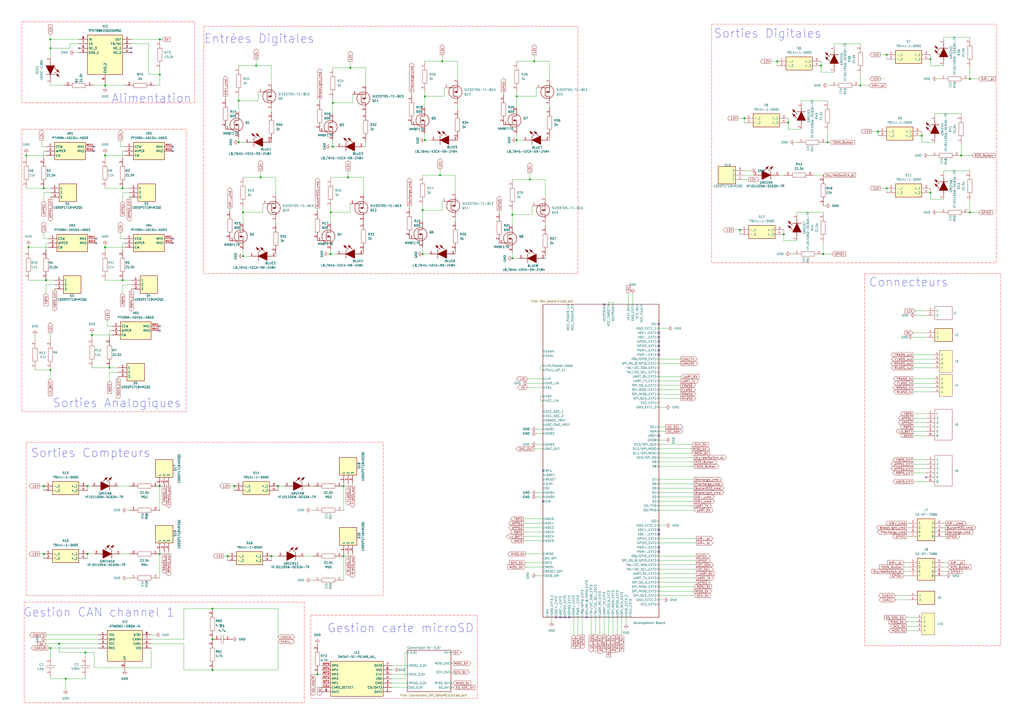
<source format=kicad_sch>
(kicad_sch (version 20231120) (generator "eeschema") (generator_version "8.0")
  (paper "A2")
  (title_block (title "VCU DEV_BENCH") (date "2024-06-28") (rev "v1") (company "EPSA"))
  (junction (at 191.77 123.19))
  (junction (at 15.24 90.17))
  (junction (at 431.8 68.58))
  (junction (at 123.19 353.06))
  (junction (at 476.25 38.1))
  (junction (at 29.21 214.63))
  (junction (at 246.38 81.28))
  (junction (at 534.67 78.74))
  (junction (at 299.72 55.88))
  (junction (at 245.11 147.32))
  (junction (at 148.59 38.1))
  (junction (at 38.1 393.7))
  (junction (at 193.04 59.69))
  (junction (at 199.39 322.58))
  (junction (at 457.2 71.12))
  (junction (at 71.12 162.56))
  (junction (at 25.4 109.22))
  (junction (at 92.71 43.18))
  (junction (at 193.04 85.09))
  (junction (at 132.08 322.58))
  (junction (at 562.61 123.19))
  (junction (at 256.54 35.56))
  (junction (at 29.21 375.92))
  (junction (at 60.96 143.51))
  (junction (at 255.27 101.6))
  (junction (at 50.8 321.31))
  (junction (at 49.53 378.46))
  (junction (at 123.19 370.84))
  (junction (at 203.2 39.37))
  (junction (at 63.5 213.36))
  (junction (at 450.85 35.56))
  (junction (at 92.71 22.86))
  (junction (at 297.18 149.86))
  (junction (at 25.4 281.94))
  (junction (at 557.53 90.17))
  (junction (at 151.13 102.87))
  (junction (at 539.75 34.29))
  (junction (at 199.39 281.94))
  (junction (at 184.15 391.16))
  (junction (at 138.43 82.55))
  (junction (at 29.21 27.94))
  (junction (at 92.71 281.94))
  (junction (at 26.67 162.56))
  (junction (at 309.88 35.56))
  (junction (at 71.12 109.22))
  (junction (at 514.35 31.75))
  (junction (at 480.06 82.55))
  (junction (at 157.48 322.58))
  (junction (at 25.4 321.31))
  (junction (at 50.8 281.94))
  (junction (at 140.97 148.59))
  (junction (at 60.96 90.17))
  (junction (at 161.29 281.94))
  (junction (at 477.52 147.32))
  (junction (at 138.43 58.42))
  (junction (at 245.11 121.92))
  (junction (at 539.75 111.76))
  (junction (at 514.35 109.22))
  (junction (at 246.38 55.88))
  (junction (at 140.97 123.19))
  (junction (at 60.96 49.53))
  (junction (at 509.27 76.2))
  (junction (at 29.21 22.86))
  (junction (at 16.51 143.51))
  (junction (at 123.19 388.62))
  (junction (at 53.34 194.31))
  (junction (at 429.26 133.35))
  (junction (at 201.93 102.87))
  (junction (at 562.61 45.72))
  (junction (at 92.71 321.31))
  (junction (at 191.77 147.32))
  (junction (at 297.18 124.46))
  (junction (at 135.89 281.94))
  (junction (at 34.29 373.38))
  (junction (at 499.11 49.53))
  (junction (at 454.66 135.89))
  (junction (at 299.72 81.28))
  (junction (at 307.34 104.14))
  (no_connect (at 92.71 189.23))
  (no_connect (at 100.33 85.09))
  (no_connect (at 76.2 30.48))
  (no_connect (at 340.36 358.14))
  (no_connect (at 382.27 187.96))
  (no_connect (at 45.72 27.94))
  (no_connect (at 382.27 320.04))
  (no_connect (at 382.27 205.74))
  (no_connect (at 382.27 195.58))
  (no_connect (at 54.61 87.63))
  (no_connect (at 314.96 273.05))
  (no_connect (at 382.27 252.73))
  (no_connect (at 100.33 87.63))
  (no_connect (at 330.2 358.14))
  (no_connect (at 92.71 191.77))
  (no_connect (at 382.27 200.66))
  (no_connect (at 382.27 309.88))
  (no_connect (at 382.27 193.04))
  (no_connect (at 382.27 307.34))
  (no_connect (at 100.33 140.97))
  (no_connect (at 76.2 27.94))
  (no_connect (at 325.12 358.14))
  (no_connect (at 382.27 317.5))
  (no_connect (at 382.27 203.2))
  (no_connect (at 350.52 176.53))
  (no_connect (at 54.61 85.09))
  (no_connect (at 100.33 138.43))
  (no_connect (at 322.58 358.14))
  (no_connect (at 537.21 276.86))
  (no_connect (at 55.88 140.97))
  (no_connect (at 327.66 358.14))
  (no_connect (at 382.27 198.12))
  (no_connect (at 314.96 290.83))
  (no_connect (at 55.88 138.43))
  (wire (pts (xy 367.03 170.18) (xy 367.03 176.53)))
  (wire (pts (xy 60.96 49.53) (xy 72.39 49.53)))
  (wire (pts (xy 161.29 281.94) (xy 161.29 284.48)))
  (wire (pts (xy 547.37 115.57) (xy 539.75 115.57)))
  (wire (pts (xy 69.85 85.09) (xy 69.85 81.28)))
  (wire (pts (xy 74.93 111.76) (xy 71.12 111.76)))
  (wire (pts (xy 525.78 363.22) (xy 532.13 363.22)))
  (wire (pts (xy 547.37 326.39) (xy 549.91 326.39)))
  (wire (pts (xy 245.11 143.51) (xy 245.11 147.32)))
  (wire (pts (xy 382.27 250.19) (xy 386.08 250.19)))
  (wire (pts (xy 60.96 162.56) (xy 71.12 162.56)))
  (wire (pts (xy 480.06 82.55) (xy 481.33 82.55)))
  (wire (pts (xy 304.8 326.39) (xy 314.96 326.39)))
  (wire (pts (xy 431.8 101.6) (xy 436.88 101.6)))
  (wire (pts (xy 161.29 372.11) (xy 161.29 388.62)))
  (wire (pts (xy 509.27 76.2) (xy 509.27 78.74)))
  (wire (pts (xy 314.96 214.63) (xy 313.69 214.63)))
  (wire (pts (xy 54.61 378.46) (xy 49.53 378.46)))
  (wire (pts (xy 450.85 35.56) (xy 450.85 38.1)))
  (wire (pts (xy 227.33 386.08) (xy 236.22 386.08)))
  (wire (pts (xy 297.18 149.86) (xy 300.99 149.86)))
  (wire (pts (xy 313.69 229.87) (xy 314.96 229.87)))
  (wire (pts (xy 462.28 123.19) (xy 477.52 123.19)))
  (wire (pts (xy 29.21 193.04) (xy 29.21 196.85)))
  (wire (pts (xy 60.96 143.51) (xy 60.96 144.78)))
  (wire (pts (xy 529.59 250.19) (xy 537.21 250.19)))
  (wire (pts (xy 181.61 391.16) (xy 184.15 391.16)))
  (wire (pts (xy 307.34 104.14) (xy 316.23 104.14)))
  (wire (pts (xy 483.87 26.67) (xy 483.87 25.4)))
  (wire (pts (xy 138.43 80.01) (xy 138.43 82.55)))
  (wire (pts (xy 303.53 313.69) (xy 314.96 313.69)))
  (wire (pts (xy 151.13 102.87) (xy 160.02 102.87)))
  (wire (pts (xy 53.34 213.36) (xy 63.5 213.36)))
  (wire (pts (xy 34.29 373.38) (xy 57.15 373.38)))
  (wire (pts (xy 204.47 54.61) (xy 204.47 59.69)))
  (wire (pts (xy 476.25 41.91) (xy 476.25 38.1)))
  (wire (pts (xy 87.63 370.84) (xy 106.68 370.84)))
  (wire (pts (xy 462.28 139.7) (xy 454.66 139.7)))
  (wire (pts (xy 25.4 111.76) (xy 25.4 116.84)))
  (wire (pts (xy 29.21 33.02) (xy 29.21 27.94)))
  (wire (pts (xy 152.4 118.11) (xy 152.4 123.19)))
  (wire (pts (xy 246.38 55.88) (xy 257.81 55.88)))
  (wire (pts (xy 313.69 214.63) (xy 313.69 212.09)))
  (wire (pts (xy 68.58 215.9) (xy 63.5 215.9)))
  (wire (pts (xy 480.06 82.55) (xy 480.06 76.2)))
  (wire (pts (xy 529.59 222.25) (xy 542.29 222.25)))
  (wire (pts (xy 53.34 194.31) (xy 53.34 195.58)))
  (wire (pts (xy 382.27 223.52) (xy 394.97 223.52)))
  (wire (pts (xy 50.8 281.94) (xy 53.34 281.94)))
  (wire (pts (xy 246.38 81.28) (xy 250.19 81.28)))
  (wire (pts (xy 246.38 77.47) (xy 246.38 81.28)))
  (wire (pts (xy 382.27 332.74) (xy 403.86 332.74)))
  (wire (pts (xy 161.29 369.57) (xy 161.29 353.06)))
  (wire (pts (xy 538.48 90.17) (xy 539.75 90.17)))
  (wire (pts (xy 257.81 50.8) (xy 257.81 55.88)))
  (wire (pts (xy 261.62 384.81) (xy 262.89 384.81)))
  (wire (pts (xy 25.4 321.31) (xy 25.4 323.85)))
  (wire (pts (xy 227.33 396.24) (xy 236.22 396.24)))
  (wire (pts (xy 382.27 236.22) (xy 386.08 236.22)))
  (wire (pts (xy 297.18 121.92) (xy 297.18 124.46)))
  (wire (pts (xy 53.34 194.31) (xy 64.77 194.31)))
  (wire (pts (xy 464.82 74.93) (xy 457.2 74.93)))
  (wire (pts (xy 193.04 59.69) (xy 193.04 66.04)))
  (wire (pts (xy 95.25 320.04) (xy 95.25 321.31)))
  (wire (pts (xy 157.48 63.5) (xy 157.48 64.77)))
  (wire (pts (xy 16.51 143.51) (xy 16.51 144.78)))
  (wire (pts (xy 525.78 358.14) (xy 532.13 358.14)))
  (wire (pts (xy 54.61 49.53) (xy 60.96 49.53)))
  (wire (pts (xy 34.29 378.46) (xy 49.53 378.46)))
  (wire (pts (xy 140.97 148.59) (xy 144.78 148.59)))
  (wire (pts (xy 15.24 90.17) (xy 15.24 91.44)))
  (wire (pts (xy 483.87 41.91) (xy 476.25 41.91)))
  (wire (pts (xy 140.97 123.19) (xy 152.4 123.19)))
  (wire (pts (xy 29.21 22.86) (xy 45.72 22.86)))
  (wire (pts (xy 529.59 271.78) (xy 537.21 271.78)))
  (wire (pts (xy 31.75 165.1) (xy 26.67 165.1)))
  (wire (pts (xy 199.39 295.91) (xy 199.39 281.94)))
  (wire (pts (xy 462.28 124.46) (xy 462.28 123.19)))
  (wire (pts (xy 199.39 321.31) (xy 199.39 322.58)))
  (wire (pts (xy 63.5 213.36) (xy 68.58 213.36)))
  (wire (pts (xy 63.5 191.77) (xy 63.5 195.58)))
  (wire (pts (xy 382.27 210.82) (xy 394.97 210.82)))
  (wire (pts (xy 360.68 358.14) (xy 360.68 368.3)))
  (wire (pts (xy 355.6 176.53) (xy 355.6 175.26)))
  (wire (pts (xy 73.66 335.28) (xy 74.93 335.28)))
  (wire (pts (xy 191.77 85.09) (xy 193.04 85.09)))
  (wire (pts (xy 529.59 193.04) (xy 537.21 193.04)))
  (wire (pts (xy 63.5 215.9) (xy 63.5 220.98)))
  (wire (pts (xy 160.02 147.32) (xy 160.02 148.59)))
  (wire (pts (xy 299.72 81.28) (xy 303.53 81.28)))
  (wire (pts (xy 529.59 266.7) (xy 537.21 266.7)))
  (wire (pts (xy 26.67 373.38) (xy 34.29 373.38)))
  (wire (pts (xy 547.37 331.47) (xy 549.91 331.47)))
  (wire (pts (xy 261.62 378.46) (xy 262.89 378.46)))
  (wire (pts (xy 534.67 82.55) (xy 534.67 78.74)))
  (wire (pts (xy 547.37 328.93) (xy 549.91 328.93)))
  (wire (pts (xy 16.51 142.24) (xy 16.51 143.51)))
  (wire (pts (xy 525.78 311.15) (xy 527.05 311.15)))
  (wire (pts (xy 299.72 53.34) (xy 299.72 55.88)))
  (wire (pts (xy 297.18 104.14) (xy 307.34 104.14)))
  (wire (pts (xy 299.72 55.88) (xy 311.15 55.88)))
  (wire (pts (xy 382.27 293.37) (xy 402.59 293.37)))
  (wire (pts (xy 140.97 120.65) (xy 140.97 123.19)))
  (wire (pts (xy 20.32 214.63) (xy 29.21 214.63)))
  (wire (pts (xy 22.86 281.94) (xy 25.4 281.94)))
  (wire (pts (xy 50.8 321.31) (xy 50.8 323.85)))
  (wire (pts (xy 256.54 35.56) (xy 265.43 35.56)))
  (wire (pts (xy 133.35 120.65) (xy 133.35 121.92)))
  (wire (pts (xy 265.43 60.96) (xy 265.43 63.5)))
  (wire (pts (xy 382.27 226.06) (xy 394.97 226.06)))
  (wire (pts (xy 306.07 222.25) (xy 314.96 222.25)))
  (wire (pts (xy 203.2 39.37) (xy 212.09 39.37)))
  (wire (pts (xy 355.6 175.26) (xy 353.06 175.26)))
  (wire (pts (xy 71.12 109.22) (xy 74.93 109.22)))
  (wire (pts (xy 69.85 138.43) (xy 69.85 134.62)))
  (wire (pts (xy 382.27 260.35) (xy 401.32 260.35)))
  (wire (pts (xy 53.34 193.04) (xy 53.34 194.31)))
  (wire (pts (xy 382.27 228.6) (xy 394.97 228.6)))
  (wire (pts (xy 304.8 328.93) (xy 314.96 328.93)))
  (wire (pts (xy 49.53 378.46) (xy 49.53 381)))
  (wire (pts (xy 382.27 288.29) (xy 402.59 288.29)))
  (wire (pts (xy 529.59 245.11) (xy 537.21 245.11)))
  (wire (pts (xy 382.27 265.43) (xy 402.59 265.43)))
  (wire (pts (xy 525.78 365.76) (xy 532.13 365.76)))
  (wire (pts (xy 431.8 99.06) (xy 435.61 99.06)))
  (wire (pts (xy 505.46 76.2) (xy 509.27 76.2)))
  (wire (pts (xy 203.2 118.11) (xy 203.2 123.19)))
  (wire (pts (xy 86.36 25.4) (xy 86.36 43.18)))
  (wire (pts (xy 237.49 119.38) (xy 237.49 120.65)))
  (wire (pts (xy 514.35 31.75) (xy 514.35 34.29)))
  (wire (pts (xy 483.87 25.4) (xy 499.11 25.4)))
  (wire (pts (xy 60.96 88.9) (xy 60.96 90.17)))
  (wire (pts (xy 191.77 123.19) (xy 191.77 129.54)))
  (wire (pts (xy 382.27 285.75) (xy 402.59 285.75)))
  (wire (pts (xy 256.54 31.75) (xy 256.54 35.56)))
  (wire (pts (xy 299.72 55.88) (xy 299.72 62.23)))
  (wire (pts (xy 24.13 85.09) (xy 24.13 81.28)))
  (wire (pts (xy 529.59 247.65) (xy 537.21 247.65)))
  (wire (pts (xy 542.29 66.04) (xy 557.53 66.04)))
  (wire (pts (xy 29.21 27.94) (xy 40.64 27.94)))
  (wire (pts (xy 210.82 147.32) (xy 210.82 146.05)))
  (wire (pts (xy 62.23 189.23) (xy 62.23 185.42)))
  (wire (pts (xy 69.85 321.31) (xy 74.93 321.31)))
  (wire (pts (xy 308.61 119.38) (xy 308.61 124.46)))
  (wire (pts (xy 71.12 111.76) (xy 71.12 116.84)))
  (wire (pts (xy 264.16 146.05) (xy 264.16 147.32)))
  (wire (pts (xy 342.9 358.14) (xy 342.9 368.3)))
  (wire (pts (xy 382.27 190.5) (xy 387.35 190.5)))
  (wire (pts (xy 480.06 49.53) (xy 481.33 49.53)))
  (wire (pts (xy 529.59 279.4) (xy 537.21 279.4)))
  (wire (pts (xy 92.71 49.53) (xy 90.17 49.53)))
  (wire (pts (xy 27.94 375.92) (xy 29.21 375.92)))
  (wire (pts (xy 160.02 128.27) (xy 160.02 129.54)))
  (wire (pts (xy 309.88 35.56) (xy 318.77 35.56)))
  (wire (pts (xy 176.53 322.58) (xy 181.61 322.58)))
  (wire (pts (xy 525.78 303.53) (xy 527.05 303.53)))
  (wire (pts (xy 29.21 114.3) (xy 29.21 115.57)))
  (wire (pts (xy 530.86 180.34) (xy 537.21 180.34)))
  (wire (pts (xy 193.04 57.15) (xy 193.04 59.69)))
  (wire (pts (xy 193.04 85.09) (xy 195.58 85.09)))
  (wire (pts (xy 557.53 90.17) (xy 563.88 90.17)))
  (wire (pts (xy 382.27 304.8) (xy 386.08 304.8)))
  (wire (pts (xy 106.68 353.06) (xy 123.19 353.06)))
  (wire (pts (xy 431.8 68.58) (xy 431.8 71.12)))
  (wire (pts (xy 562.61 123.19) (xy 562.61 116.84)))
  (wire (pts (xy 16.51 143.51) (xy 27.94 143.51)))
  (wire (pts (xy 54.61 387.35) (xy 54.61 378.46)))
  (wire (pts (xy 29.21 22.86) (xy 29.21 27.94)))
  (wire (pts (xy 529.59 205.74) (xy 542.29 205.74)))
  (wire (pts (xy 255.27 97.79) (xy 255.27 101.6)))
  (wire (pts (xy 382.27 342.9) (xy 402.59 342.9)))
  (wire (pts (xy 382.27 335.28) (xy 403.86 335.28)))
  (wire (pts (xy 316.23 104.14) (xy 316.23 114.3)))
  (wire (pts (xy 382.27 262.89) (xy 401.32 262.89)))
  (wire (pts (xy 382.27 314.96) (xy 403.86 314.96)))
  (wire (pts (xy 510.54 31.75) (xy 514.35 31.75)))
  (wire (pts (xy 382.27 312.42) (xy 403.86 312.42)))
  (wire (pts (xy 72.39 140.97) (xy 71.12 140.97)))
  (wire (pts (xy 76.2 22.86) (xy 92.71 22.86)))
  (wire (pts (xy 382.27 283.21) (xy 402.59 283.21)))
  (wire (pts (xy 289.56 121.92) (xy 289.56 123.19)))
  (wire (pts (xy 314.96 232.41) (xy 313.69 232.41)))
  (wire (pts (xy 36.83 49.53) (xy 29.21 49.53)))
  (wire (pts (xy 347.98 358.14) (xy 347.98 368.3)))
  (wire (pts (xy 427.99 68.58) (xy 431.8 68.58)))
  (wire (pts (xy 311.15 257.81) (xy 314.96 257.81)))
  (wire (pts (xy 29.21 111.76) (xy 25.4 111.76)))
  (wire (pts (xy 201.93 102.87) (xy 210.82 102.87)))
  (wire (pts (xy 307.34 100.33) (xy 307.34 104.14)))
  (wire (pts (xy 191.77 144.78) (xy 191.77 147.32)))
  (wire (pts (xy 382.27 220.98) (xy 394.97 220.98)))
  (wire (pts (xy 358.14 358.14) (xy 358.14 368.3)))
  (wire (pts (xy 135.89 281.94) (xy 135.89 284.48)))
  (wire (pts (xy 193.04 59.69) (xy 204.47 59.69)))
  (wire (pts (xy 184.15 391.16) (xy 186.69 391.16)))
  (wire (pts (xy 539.75 109.22) (xy 539.75 111.76)))
  (wire (pts (xy 454.66 139.7) (xy 454.66 135.89)))
  (wire (pts (xy 543.56 45.72) (xy 544.83 45.72)))
  (wire (pts (xy 297.18 124.46) (xy 297.18 130.81)))
  (wire (pts (xy 382.27 347.98) (xy 384.81 347.98)))
  (wire (pts (xy 203.2 35.56) (xy 203.2 39.37)))
  (wire (pts (xy 303.53 303.53) (xy 314.96 303.53)))
  (wire (pts (xy 49.53 393.7) (xy 49.53 392.43)))
  (wire (pts (xy 313.69 232.41) (xy 313.69 229.87)))
  (wire (pts (xy 38.1 400.05) (xy 38.1 393.7)))
  (wire (pts (xy 297.18 124.46) (xy 308.61 124.46)))
  (wire (pts (xy 529.59 224.79) (xy 542.29 224.79)))
  (wire (pts (xy 261.62 389.89) (xy 262.89 389.89)))
  (wire (pts (xy 318.77 35.56) (xy 318.77 45.72)))
  (wire (pts (xy 382.27 337.82) (xy 403.86 337.82)))
  (wire (pts (xy 303.53 308.61) (xy 314.96 308.61)))
  (wire (pts (xy 161.29 353.06) (xy 123.19 353.06)))
  (wire (pts (xy 529.59 240.03) (xy 537.21 240.03)))
  (wire (pts (xy 299.72 35.56) (xy 309.88 35.56)))
  (wire (pts (xy 29.21 375.92) (xy 57.15 375.92)))
  (wire (pts (xy 382.27 290.83) (xy 402.59 290.83)))
  (wire (pts (xy 15.24 88.9) (xy 15.24 90.17)))
  (wire (pts (xy 25.4 138.43) (xy 25.4 134.62)))
  (wire (pts (xy 26.67 165.1) (xy 26.67 170.18)))
  (wire (pts (xy 382.27 322.58) (xy 403.86 322.58)))
  (wire (pts (xy 140.97 102.87) (xy 151.13 102.87)))
  (wire (pts (xy 547.37 22.86) (xy 547.37 21.59)))
  (wire (pts (xy 106.68 370.84) (xy 106.68 353.06)))
  (wire (pts (xy 261.62 396.24) (xy 262.89 396.24)))
  (wire (pts (xy 132.08 322.58) (xy 132.08 325.12)))
  (wire (pts (xy 464.82 59.69) (xy 464.82 58.42)))
  (wire (pts (xy 129.54 322.58) (xy 132.08 322.58)))
  (wire (pts (xy 26.67 368.3) (xy 57.15 368.3)))
  (wire (pts (xy 292.1 53.34) (xy 292.1 54.61)))
  (wire (pts (xy 363.22 358.14) (xy 363.22 361.95)))
  (wire (pts (xy 191.77 102.87) (xy 201.93 102.87)))
  (wire (pts (xy 25.4 109.22) (xy 29.21 109.22)))
  (wire (pts (xy 87.63 387.35) (xy 54.61 387.35)))
  (wire (pts (xy 138.43 58.42) (xy 138.43 64.77)))
  (wire (pts (xy 199.39 280.67) (xy 199.39 281.94)))
  (wire (pts (xy 529.59 208.28) (xy 542.29 208.28)))
  (wire (pts (xy 138.43 38.1) (xy 148.59 38.1)))
  (wire (pts (xy 204.47 321.31) (xy 204.47 322.58)))
  (wire (pts (xy 382.27 255.27) (xy 386.08 255.27)))
  (wire (pts (xy 542.29 82.55) (xy 534.67 82.55)))
  (wire (pts (xy 29.21 20.32) (xy 29.21 22.86)))
  (wire (pts (xy 71.12 162.56) (xy 76.2 162.56)))
  (wire (pts (xy 529.59 195.58) (xy 537.21 195.58)))
  (wire (pts (xy 519.43 345.44) (xy 527.05 345.44)))
  (wire (pts (xy 318.77 80.01) (xy 318.77 81.28)))
  (wire (pts (xy 60.96 109.22) (xy 71.12 109.22)))
  (wire (pts (xy 26.67 370.84) (xy 57.15 370.84)))
  (wire (pts (xy 311.15 288.29) (xy 314.96 288.29)))
  (wire (pts (xy 68.58 218.44) (xy 68.58 219.71)))
  (wire (pts (xy 562.61 45.72) (xy 562.61 39.37)))
  (wire (pts (xy 246.38 55.88) (xy 246.38 62.23)))
  (wire (pts (xy 20.32 194.31) (xy 20.32 196.85)))
  (wire (pts (xy 29.21 393.7) (xy 38.1 393.7)))
  (wire (pts (xy 74.93 114.3) (xy 74.93 115.57)))
  (wire (pts (xy 92.71 320.04) (xy 92.71 321.31)))
  (wire (pts (xy 140.97 144.78) (xy 140.97 148.59)))
  (wire (pts (xy 547.37 100.33) (xy 547.37 99.06)))
  (wire (pts (xy 236.22 398.78) (xy 227.33 398.78)))
  (wire (pts (xy 353.06 175.26) (xy 353.06 176.53)))
  (wire (pts (xy 382.27 280.67) (xy 402.59 280.67)))
  (wire (pts (xy 71.12 165.1) (xy 71.12 170.18)))
  (wire (pts (xy 457.2 74.93) (xy 457.2 71.12)))
  (wire (pts (xy 27.94 140.97) (xy 26.67 140.97)))
  (wire (pts (xy 547.37 99.06) (xy 562.61 99.06)))
  (wire (pts (xy 464.82 58.42) (xy 480.06 58.42)))
  (wire (pts (xy 382.27 270.51) (xy 402.59 270.51)))
  (wire (pts (xy 92.71 335.28) (xy 92.71 321.31)))
  (wire (pts (xy 180.34 336.55) (xy 181.61 336.55)))
  (wire (pts (xy 64.77 191.77) (xy 63.5 191.77)))
  (wire (pts (xy 264.16 127) (xy 264.16 128.27)))
  (wire (pts (xy 193.04 39.37) (xy 203.2 39.37)))
  (wire (pts (xy 15.24 90.17) (xy 26.67 90.17)))
  (wire (pts (xy 524.51 331.47) (xy 527.05 331.47)))
  (wire (pts (xy 151.13 99.06) (xy 151.13 102.87)))
  (wire (pts (xy 234.95 378.46) (xy 234.95 393.7)))
  (wire (pts (xy 306.07 224.79) (xy 314.96 224.79)))
  (wire (pts (xy 212.09 39.37) (xy 212.09 49.53)))
  (wire (pts (xy 499.11 49.53) (xy 504.19 49.53)))
  (wire (pts (xy 227.33 393.7) (xy 234.95 393.7)))
  (wire (pts (xy 64.77 189.23) (xy 62.23 189.23)))
  (wire (pts (xy 86.36 43.18) (xy 92.71 43.18)))
  (wire (pts (xy 539.75 31.75) (xy 539.75 34.29)))
  (wire (pts (xy 97.79 320.04) (xy 97.79 321.31)))
  (wire (pts (xy 382.27 345.44) (xy 402.59 345.44)))
  (wire (pts (xy 514.35 109.22) (xy 514.35 111.76)))
  (wire (pts (xy 382.27 325.12) (xy 403.86 325.12)))
  (wire (pts (xy 40.64 27.94) (xy 40.64 25.4)))
  (wire (pts (xy 26.67 162.56) (xy 31.75 162.56)))
  (wire (pts (xy 161.29 388.62) (xy 123.19 388.62)))
  (wire (pts (xy 234.95 378.46) (xy 236.22 378.46)))
  (wire (pts (xy 562.61 123.19) (xy 567.69 123.19)))
  (wire (pts (xy 87.63 375.92) (xy 87.63 387.35)))
  (wire (pts (xy 201.93 322.58) (xy 201.93 321.31)))
  (wire (pts (xy 60.96 50.8) (xy 60.96 49.53)))
  (wire (pts (xy 382.27 257.81) (xy 401.32 257.81)))
  (wire (pts (xy 138.43 82.55) (xy 142.24 82.55)))
  (wire (pts (xy 201.93 99.06) (xy 201.93 102.87)))
  (wire (pts (xy 306.07 219.71) (xy 314.96 219.71)))
  (wire (pts (xy 447.04 35.56) (xy 450.85 35.56)))
  (wire (pts (xy 477.52 119.38) (xy 478.79 119.38)))
  (wire (pts (xy 180.34 281.94) (xy 181.61 281.94)))
  (wire (pts (xy 22.86 321.31) (xy 25.4 321.31)))
  (wire (pts (xy 461.01 82.55) (xy 462.28 82.55)))
  (wire (pts (xy 476.25 35.56) (xy 476.25 38.1)))
  (wire (pts (xy 43.18 30.48) (xy 45.72 30.48)))
  (wire (pts (xy 309.88 31.75) (xy 309.88 35.56)))
  (wire (pts (xy 499.11 49.53) (xy 499.11 43.18)))
  (wire (pts (xy 337.82 358.14) (xy 337.82 368.3)))
  (wire (pts (xy 529.59 269.24) (xy 537.21 269.24)))
  (wire (pts (xy 299.72 77.47) (xy 299.72 81.28)))
  (wire (pts (xy 309.88 260.35) (xy 314.96 260.35)))
  (wire (pts (xy 382.27 208.28) (xy 394.97 208.28)))
  (wire (pts (xy 345.44 358.14) (xy 345.44 368.3)))
  (wire (pts (xy 38.1 393.7) (xy 49.53 393.7)))
  (wire (pts (xy 106.68 388.62) (xy 123.19 388.62)))
  (wire (pts (xy 185.42 57.15) (xy 185.42 58.42)))
  (wire (pts (xy 425.45 133.35) (xy 429.26 133.35)))
  (wire (pts (xy 264.16 101.6) (xy 264.16 111.76)))
  (wire (pts (xy 543.56 123.19) (xy 544.83 123.19)))
  (wire (pts (xy 31.75 167.64) (xy 31.75 168.91)))
  (wire (pts (xy 477.52 147.32) (xy 482.6 147.32)))
  (wire (pts (xy 148.59 38.1) (xy 157.48 38.1)))
  (wire (pts (xy 138.43 58.42) (xy 149.86 58.42)))
  (wire (pts (xy 212.09 85.09) (xy 212.09 82.55)))
  (wire (pts (xy 180.34 295.91) (xy 181.61 295.91)))
  (wire (pts (xy 195.58 147.32) (xy 191.77 147.32)))
  (wire (pts (xy 320.04 358.14) (xy 320.04 360.68)))
  (wire (pts (xy 261.62 398.78) (xy 262.89 398.78)))
  (wire (pts (xy 311.15 334.01) (xy 314.96 334.01)))
  (wire (pts (xy 524.51 334.01) (xy 527.05 334.01)))
  (wire (pts (xy 245.11 101.6) (xy 255.27 101.6)))
  (wire (pts (xy 539.75 38.1) (xy 539.75 34.29)))
  (wire (pts (xy 92.71 40.64) (xy 92.71 43.18)))
  (wire (pts (xy 15.24 109.22) (xy 25.4 109.22)))
  (wire (pts (xy 382.27 218.44) (xy 394.97 218.44)))
  (wire (pts (xy 29.21 49.53) (xy 29.21 48.26)))
  (wire (pts (xy 547.37 21.59) (xy 562.61 21.59)))
  (wire (pts (xy 245.11 121.92) (xy 256.54 121.92)))
  (wire (pts (xy 519.43 347.98) (xy 527.05 347.98)))
  (wire (pts (xy 50.8 281.94) (xy 50.8 284.48)))
  (wire (pts (xy 106.68 373.38) (xy 106.68 388.62)))
  (wire (pts (xy 382.27 295.91) (xy 402.59 295.91)))
  (wire (pts (xy 210.82 85.09) (xy 212.09 85.09)))
  (wire (pts (xy 245.11 147.32) (xy 248.92 147.32)))
  (wire (pts (xy 34.29 378.46) (xy 34.29 373.38)))
  (wire (pts (xy 26.67 140.97) (xy 26.67 144.78)))
  (wire (pts (xy 353.06 358.14) (xy 353.06 368.3)))
  (wire (pts (xy 185.42 398.78) (xy 186.69 398.78)))
  (wire (pts (xy 161.29 281.94) (xy 165.1 281.94)))
  (wire (pts (xy 350.52 358.14) (xy 350.52 368.3)))
  (wire (pts (xy 29.21 393.7) (xy 29.21 392.43)))
  (wire (pts (xy 26.67 85.09) (xy 24.13 85.09)))
  (wire (pts (xy 431.8 104.14) (xy 434.34 104.14)))
  (wire (pts (xy 199.39 336.55) (xy 199.39 322.58)))
  (wire (pts (xy 547.37 308.61) (xy 548.64 308.61)))
  (wire (pts (xy 256.54 116.84) (xy 256.54 121.92)))
  (wire (pts (xy 382.27 340.36) (xy 402.59 340.36)))
  (wire (pts (xy 335.28 358.14) (xy 335.28 368.3)))
  (wire (pts (xy 332.74 358.14) (xy 332.74 368.3)))
  (wire (pts (xy 454.66 133.35) (xy 454.66 135.89)))
  (wire (pts (xy 245.11 119.38) (xy 245.11 121.92)))
  (wire (pts (xy 355.6 358.14) (xy 355.6 368.3)))
  (wire (pts (xy 529.59 227.33) (xy 542.29 227.33)))
  (wire (pts (xy 87.63 373.38) (xy 106.68 373.38)))
  (wire (pts (xy 547.37 303.53) (xy 548.64 303.53)))
  (wire (pts (xy 313.69 212.09) (xy 314.96 212.09)))
  (wire (pts (xy 318.77 60.96) (xy 318.77 62.23)))
  (wire (pts (xy 72.39 138.43) (xy 69.85 138.43)))
  (wire (pts (xy 304.8 321.31) (xy 314.96 321.31)))
  (wire (pts (xy 529.59 213.36) (xy 542.29 213.36)))
  (wire (pts (xy 382.27 267.97) (xy 402.59 267.97)))
  (wire (pts (xy 50.8 321.31) (xy 54.61 321.31)))
  (wire (pts (xy 191.77 120.65) (xy 191.77 123.19)))
  (wire (pts (xy 562.61 45.72) (xy 567.69 45.72)))
  (wire (pts (xy 429.26 133.35) (xy 429.26 135.89)))
  (wire (pts (xy 157.48 322.58) (xy 157.48 325.12)))
  (wire (pts (xy 130.81 55.88) (xy 130.81 57.15)))
  (wire (pts (xy 160.02 102.87) (xy 160.02 113.03)))
  (wire (pts (xy 477.52 147.32) (xy 477.52 140.97)))
  (wire (pts (xy 92.71 43.18) (xy 92.71 49.53)))
  (wire (pts (xy 149.86 53.34) (xy 149.86 58.42)))
  (wire (pts (xy 227.33 388.62) (xy 228.6 388.62)))
  (wire (pts (xy 311.15 251.46) (xy 314.96 251.46)))
  (wire (pts (xy 529.59 210.82) (xy 542.29 210.82)))
  (wire (pts (xy 60.96 49.53) (xy 60.96 48.26)))
  (wire (pts (xy 29.21 381) (xy 29.21 375.92)))
  (wire (pts (xy 190.5 147.32) (xy 191.77 147.32)))
  (wire (pts (xy 76.2 165.1) (xy 71.12 165.1)))
  (wire (pts (xy 204.47 280.67) (xy 204.47 281.94)))
  (wire (pts (xy 316.23 148.59) (xy 316.23 149.86)))
  (wire (pts (xy 524.51 326.39) (xy 527.05 326.39)))
  (wire (pts (xy 184.15 120.65) (xy 184.15 121.92)))
  (wire (pts (xy 303.53 300.99) (xy 314.96 300.99)))
  (wire (pts (xy 311.15 50.8) (xy 311.15 55.88)))
  (wire (pts (xy 191.77 123.19) (xy 203.2 123.19)))
  (wire (pts (xy 316.23 129.54) (xy 316.23 130.81)))
  (wire (pts (xy 382.27 231.14) (xy 394.97 231.14)))
  (wire (pts (xy 547.37 334.01) (xy 548.64 334.01)))
  (wire (pts (xy 534.67 76.2) (xy 534.67 78.74)))
  (wire (pts (xy 557.53 90.17) (xy 557.53 83.82)))
  (wire (pts (xy 510.54 45.72) (xy 513.08 45.72)))
  (wire (pts (xy 255.27 101.6) (xy 264.16 101.6)))
  (wire (pts (xy 133.35 281.94) (xy 135.89 281.94)))
  (wire (pts (xy 530.86 182.88) (xy 537.21 182.88)))
  (wire (pts (xy 382.27 330.2) (xy 403.86 330.2)))
  (wire (pts (xy 525.78 360.68) (xy 532.13 360.68)))
  (wire (pts (xy 157.48 38.1) (xy 157.48 48.26)))
  (wire (pts (xy 542.29 67.31) (xy 542.29 66.04)))
  (wire (pts (xy 525.78 308.61) (xy 527.05 308.61)))
  (wire (pts (xy 72.39 87.63) (xy 71.12 87.63)))
  (wire (pts (xy 547.37 38.1) (xy 539.75 38.1)))
  (wire (pts (xy 382.27 327.66) (xy 403.86 327.66)))
  (wire (pts (xy 138.43 55.88) (xy 138.43 58.42)))
  (wire (pts (xy 382.27 247.65) (xy 386.08 247.65)))
  (wire (pts (xy 227.33 391.16) (xy 236.22 391.16)))
  (wire (pts (xy 529.59 274.32) (xy 537.21 274.32)))
  (wire (pts (xy 68.58 281.94) (xy 74.93 281.94)))
  (wire (pts (xy 529.59 219.71) (xy 542.29 219.71)))
  (wire (pts (xy 29.21 214.63) (xy 29.21 219.71)))
  (wire (pts (xy 246.38 35.56) (xy 256.54 35.56)))
  (wire (pts (xy 27.94 138.43) (xy 25.4 138.43)))
  (wire (pts (xy 71.12 87.63) (xy 71.12 91.44)))
  (wire (pts (xy 510.54 109.22) (xy 514.35 109.22)))
  (wire (pts (xy 457.2 68.58) (xy 457.2 71.12)))
  (wire (pts (xy 529.59 252.73) (xy 537.21 252.73)))
  (wire (pts (xy 157.48 322.58) (xy 161.29 322.58)))
  (wire (pts (xy 76.2 25.4) (xy 86.36 25.4)))
  (wire (pts (xy 524.51 328.93) (xy 527.05 328.93)))
  (wire (pts (xy 452.12 101.6) (xy 454.66 101.6)))
  (wire (pts (xy 60.96 90.17) (xy 72.39 90.17)))
  (wire (pts (xy 382.27 278.13) (xy 402.59 278.13)))
  (wire (pts (xy 265.43 35.56) (xy 265.43 45.72)))
  (wire (pts (xy 92.71 295.91) (xy 92.71 281.94)))
  (wire (pts (xy 210.82 102.87) (xy 210.82 113.03)))
  (wire (pts (xy 311.15 248.92) (xy 314.96 248.92)))
  (wire (pts (xy 311.15 285.75) (xy 314.96 285.75)))
  (wire (pts (xy 76.2 167.64) (xy 76.2 168.91)))
  (wire (pts (xy 297.18 146.05) (xy 297.18 149.86)))
  (wire (pts (xy 547.37 306.07) (xy 548.64 306.07)))
  (wire (pts (xy 87.63 368.3) (xy 90.17 368.3)))
  (wire (pts (xy 201.93 281.94) (xy 201.93 280.67)))
  (wire (pts (xy 364.49 170.18) (xy 364.49 176.53)))
  (wire (pts (xy 73.66 295.91) (xy 74.93 295.91)))
  (wire (pts (xy 303.53 311.15) (xy 314.96 311.15)))
  (wire (pts (xy 246.38 53.34) (xy 246.38 55.88)))
  (wire (pts (xy 472.44 101.6) (xy 477.52 101.6)))
  (wire (pts (xy 26.67 87.63) (xy 25.4 87.63)))
  (wire (pts (xy 60.96 90.17) (xy 60.96 91.44)))
  (wire (pts (xy 539.75 115.57) (xy 539.75 111.76)))
  (wire (pts (xy 71.12 140.97) (xy 71.12 144.78)))
  (wire (pts (xy 529.59 242.57) (xy 537.21 242.57)))
  (wire (pts (xy 193.04 81.28) (xy 193.04 85.09)))
  (wire (pts (xy 60.96 143.51) (xy 72.39 143.51)))
  (wire (pts (xy 140.97 123.19) (xy 140.97 129.54)))
  (wire (pts (xy 547.37 311.15) (xy 548.64 311.15)))
  (wire (pts (xy 72.39 85.09) (xy 69.85 85.09)))
  (wire (pts (xy 525.78 306.07) (xy 527.05 306.07)))
  (wire (pts (xy 238.76 53.34) (xy 238.76 54.61)))
  (wire (pts (xy 245.11 121.92) (xy 245.11 128.27)))
  (wire (pts (xy 16.51 162.56) (xy 26.67 162.56)))
  (wire (pts (xy 25.4 87.63) (xy 25.4 91.44)))
  (wire (pts (xy 25.4 281.94) (xy 25.4 284.48)))
  (wire (pts (xy 40.64 25.4) (xy 45.72 25.4)))
  (wire (pts (xy 60.96 142.24) (xy 60.96 143.51)))
  (wire (pts (xy 303.53 306.07) (xy 314.96 306.07)))
  (wire (pts (xy 92.71 22.86) (xy 93.98 22.86)))
  (wire (pts (xy 148.59 34.29) (xy 148.59 38.1)))
  (wire (pts (xy 458.47 147.32) (xy 459.74 147.32)))
  (rectangle (start 13.97 349.25) (end 176.53 407.67) (stroke (width 0) (type dash) (color 255 0 0 1)))
  (rectangle (start 12.7 74.93) (end 107.95 238.76) (stroke (width 0) (type dash) (color 255 0 0 1)))
  (rectangle (start 12.7 12.7) (end 113.03 59.69) (stroke (width 0) (type dash) (color 255 0 0 1)))
  (rectangle (start 501.65 158.75) (end 580.39 374.65) (stroke (width 0) (type dash) (color 255 0 0 1)))
  (rectangle (start 180.34 356.87) (end 276.86 405.13) (stroke (width 0) (type dash) (color 255 0 0 1)))
  (rectangle (start 412.75 13.97) (end 577.85 152.4) (stroke (width 0) (type dash) (color 255 0 0 1)))
  (rectangle (start 118.11 15.24) (end 335.28 158.75) (stroke (width 0) (type dash) (color 255 0 0 1)))
  (rectangle (start 15.24 256.54) (end 222.25 345.44) (stroke (width 0) (type dash) (color 255 0 0 1)))
  (text "Gestion carte microSD\n" (at 232.41 364.49 0) (effects (font (size 5 5))))
  (text "Entrées Digitales" (at 150.368 22.606 0) (effects (font (size 5 5))))
  (text "Sorties Compteurs" (at 52.578 262.89 0) (effects (font (size 5 5))))
  (text "Sorties Analogiques\n" (at 67.818 233.934 0) (effects (font (size 5 5))))
  (text "Connecteurs" (at 527.05 163.83 0) (effects (font (size 5 5))))
  (text "Alimentation" (at 87.884 57.15 0) (effects (font (size 5 5))))
  (text "Gestion CAN channel 1\n" (at 57.404 355.346 0) (effects (font (size 5 5))))
  (text "Sorties Digitales" (at 445.262 19.558 0) (effects (font (size 5 5))))
  (global_label "Dry{slash}WetSwitch_st" (shape output) (at 402.59 265.43 0) (property "Intersheetrefs" "${INTERSHEET_REFS}" (effects (hide yes))))
  (global_label "CAN1TX" (shape output) (at 26.67 368.3 180) (property "Intersheetrefs" "${INTERSHEET_REFS}" (effects (hide yes))))
  (global_label "Decharge_cmd" (shape output) (at 548.64 308.61 0) (property "Intersheetrefs" "${INTERSHEET_REFS}" (effects (hide yes))))
  (global_label "GPIO2" (shape input) (at 567.69 123.19 0) (property "Intersheetrefs" "${INTERSHEET_REFS}" (effects (hide yes))))
  (global_label "5V" (shape input) (at 529.59 193.04 180) (property "Intersheetrefs" "${INTERSHEET_REFS}" (effects (hide yes))))
  (global_label "ADC5_EXT" (shape output) (at 68.58 219.71 270) (property "Intersheetrefs" "${INTERSHEET_REFS}" (effects (hide yes))))
  (global_label "12V" (shape output) (at 307.34 100.33 90) (property "Intersheetrefs" "${INTERSHEET_REFS}" (effects (hide yes))))
  (global_label "AIR-_st" (shape output) (at 403.86 312.42 0) (property "Intersheetrefs" "${INTERSHEET_REFS}" (effects (hide yes))))
  (global_label "LV_BATT" (shape output) (at 529.59 250.19 180) (property "Intersheetrefs" "${INTERSHEET_REFS}" (effects (hide yes))))
  (global_label "12V" (shape output) (at 151.13 99.06 90) (property "Intersheetrefs" "${INTERSHEET_REFS}" (effects (hide yes))))
  (global_label "5V" (shape input) (at 93.98 22.86 0) (property "Intersheetrefs" "${INTERSHEET_REFS}" (effects (hide yes))))
  (global_label "RRWSS_out" (shape output) (at 529.59 210.82 180) (property "Intersheetrefs" "${INTERSHEET_REFS}" (effects (hide yes))))
  (global_label "RBPS_EXT" (shape output) (at 529.59 274.32 180) (property "Intersheetrefs" "${INTERSHEET_REFS}" (effects (hide yes))))
  (global_label "FRWSS_in" (shape output) (at 95.25 281.94 270) (property "Intersheetrefs" "${INTERSHEET_REFS}" (effects (hide yes))))
  (global_label "12V" (shape output) (at 69.85 81.28 90) (property "Intersheetrefs" "${INTERSHEET_REFS}" (effects (hide yes))))
  (global_label "LIN" (shape bidirectional) (at 306.07 219.71 180) (property "Intersheetrefs" "${INTERSHEET_REFS}" (effects (hide yes))))
  (global_label "5V" (shape output) (at 262.89 378.46 0) (property "Intersheetrefs" "${INTERSHEET_REFS}" (effects (hide yes))))
  (global_label "RLWSS_in" (shape output) (at 529.59 227.33 180) (property "Intersheetrefs" "${INTERSHEET_REFS}" (effects (hide yes))))
  (global_label "12V" (shape output) (at 427.99 68.58 180) (property "Intersheetrefs" "${INTERSHEET_REFS}" (effects (hide yes))))
  (global_label "AIR+_cmd" (shape output) (at 130.81 55.88 90) (property "Intersheetrefs" "${INTERSHEET_REFS}" (effects (hide yes))))
  (global_label "VS" (shape bidirectional) (at 306.07 224.79 180) (property "Intersheetrefs" "${INTERSHEET_REFS}" (effects (hide yes))))
  (global_label "RBPS" (shape output) (at 303.53 308.61 180) (property "Intersheetrefs" "${INTERSHEET_REFS}" (effects (hide yes))))
  (global_label "APPS2" (shape input) (at 71.12 116.84 270) (property "Intersheetrefs" "${INTERSHEET_REFS}" (effects (hide yes))))
  (global_label "12V" (shape output) (at 148.59 34.29 90) (property "Intersheetrefs" "${INTERSHEET_REFS}" (effects (hide yes))))
  (global_label "FRWSS_out" (shape output) (at 97.79 281.94 270) (property "Intersheetrefs" "${INTERSHEET_REFS}" (effects (hide yes))))
  (global_label "MISO_5V" (shape input) (at 262.89 396.24 0) (property "Intersheetrefs" "${INTERSHEET_REFS}" (effects (hide yes))))
  (global_label "R2D_Button" (shape input) (at 549.91 328.93 0) (property "Intersheetrefs" "${INTERSHEET_REFS}" (effects (hide yes))))
  (global_label "APPS1_EXT" (shape output) (at 529.59 269.24 180) (property "Intersheetrefs" "${INTERSHEET_REFS}" (effects (hide yes))))
  (global_label "FBPS_EXT" (shape output) (at 31.75 168.91 270) (property "Intersheetrefs" "${INTERSHEET_REFS}" (effects (hide yes))))
  (global_label "FBPS_EXT" (shape output) (at 529.59 266.7 180) (property "Intersheetrefs" "${INTERSHEET_REFS}" (effects (hide yes))))
  (global_label "UART_RX" (shape input) (at 394.97 218.44 0) (property "Intersheetrefs" "${INTERSHEET_REFS}" (effects (hide yes))))
  (global_label "I2C_SCL" (shape output) (at 403.86 330.2 0) (property "Intersheetrefs" "${INTERSHEET_REFS}" (effects (hide yes))))
  (global_label "DAC_OUT" (shape output) (at 309.88 260.35 180) (property "Intersheetrefs" "${INTERSHEET_REFS}" (effects (hide yes))))
  (global_label "CAN1RX" (shape output) (at 394.97 210.82 0) (property "Intersheetrefs" "${INTERSHEET_REFS}" (effects (hide yes))))
  (global_label "12V" (shape output) (at 62.23 185.42 90) (property "Intersheetrefs" "${INTERSHEET_REFS}" (effects (hide yes))))
  (global_label "GPIO3" (shape output) (at 548.64 311.15 0) (property "Intersheetrefs" "${INTERSHEET_REFS}" (effects (hide yes))))
  (global_label "SCK_5V" (shape input) (at 360.68 368.3 270) (property "Intersheetrefs" "${INTERSHEET_REFS}" (effects (hide yes))))
  (global_label "APPS2" (shape output) (at 529.59 245.11 180) (property "Intersheetrefs" "${INTERSHEET_REFS}" (effects (hide yes))))
  (global_label "12V" (shape output) (at 129.54 322.58 180) (property "Intersheetrefs" "${INTERSHEET_REFS}" (effects (hide yes))))
  (global_label "SCK_5V" (shape input) (at 401.32 257.81 0) (property "Intersheetrefs" "${INTERSHEET_REFS}" (effects (hide yes))))
  (global_label "TSON_Button" (shape output) (at 402.59 270.51 0) (property "Intersheetrefs" "${INTERSHEET_REFS}" (effects (hide yes))))
  (global_label "RLWSS_out" (shape output) (at 529.59 213.36 180) (property "Intersheetrefs" "${INTERSHEET_REFS}" (effects (hide yes))))
  (global_label "12V" (shape output) (at 447.04 35.56 180) (property "Intersheetrefs" "${INTERSHEET_REFS}" (effects (hide yes))))
  (global_label "MOSI_5V" (shape input) (at 402.59 340.36 0) (property "Intersheetrefs" "${INTERSHEET_REFS}" (effects (hide yes))))
  (global_label "ADC5" (shape input) (at 63.5 220.98 270) (property "Intersheetrefs" "${INTERSHEET_REFS}" (effects (hide yes))))
  (global_label "GPIO1" (shape output) (at 292.1 53.34 90) (property "Intersheetrefs" "${INTERSHEET_REFS}" (effects (hide yes))))
  (global_label "GPIO1" (shape output) (at 525.78 311.15 180) (property "Intersheetrefs" "${INTERSHEET_REFS}" (effects (hide yes))))
  (global_label "AIR+_cmd" (shape output) (at 402.59 290.83 0) (property "Intersheetrefs" "${INTERSHEET_REFS}" (effects (hide yes))))
  (global_label "12V" (shape output) (at 255.27 97.79 90) (property "Intersheetrefs" "${INTERSHEET_REFS}" (effects (hide yes))))
  (global_label "APPS2_EXT" (shape output) (at 74.93 115.57 270) (property "Intersheetrefs" "${INTERSHEET_REFS}" (effects (hide yes))))
  (global_label "12V" (shape output) (at 29.21 193.04 90) (property "Intersheetrefs" "${INTERSHEET_REFS}" (effects (hide yes))))
  (global_label "LV_BATT" (shape input) (at 29.21 219.71 270) (property "Intersheetrefs" "${INTERSHEET_REFS}" (effects (hide yes))))
  (global_label "RBPS" (shape output) (at 529.59 247.65 180) (property "Intersheetrefs" "${INTERSHEET_REFS}" (effects (hide yes))))
  (global_label "MOSI_5V" (shape output) (at 262.89 384.81 0) (property "Intersheetrefs" "${INTERSHEET_REFS}" (effects (hide yes))))
  (global_label "FRWSS_in" (shape output) (at 529.59 219.71 180) (property "Intersheetrefs" "${INTERSHEET_REFS}" (effects (hide yes))))
  (global_label "UART_TX" (shape output) (at 350.52 368.3 270) (property "Intersheetrefs" "${INTERSHEET_REFS}" (effects (hide yes))))
  (global_label "12V" (shape output) (at 22.86 321.31 180) (property "Intersheetrefs" "${INTERSHEET_REFS}" (effects (hide yes))))
  (global_label "BrakeLight_cmd" (shape output) (at 402.59 285.75 0) (property "Intersheetrefs" "${INTERSHEET_REFS}" (effects (hide yes))))
  (global_label "UART_TX" (shape output) (at 403.86 335.28 0) (property "Intersheetrefs" "${INTERSHEET_REFS}" (effects (hide yes))))
  (global_label "MISO_5V" (shape output) (at 402.59 342.9 0) (property "Intersheetrefs" "${INTERSHEET_REFS}" (effects (hide yes))))
  (global_label "BuzzerR2D_cmd" (shape output) (at 402.59 283.21 0) (property "Intersheetrefs" "${INTERSHEET_REFS}" (effects (hide yes))))
  (global_label "APPS2" (shape output) (at 303.53 306.07 180) (property "Intersheetrefs" "${INTERSHEET_REFS}" (effects (hide yes))))
  (global_label "BrakeLight_cmd" (shape output) (at 185.42 57.15 90) (property "Intersheetrefs" "${INTERSHEET_REFS}" (effects (hide yes))))
  (global_label "UART_TX" (shape output) (at 402.59 293.37 0) (property "Intersheetrefs" "${INTERSHEET_REFS}" (effects (hide yes))))
  (global_label "RLWSS" (shape output) (at 394.97 231.14 0) (property "Intersheetrefs" "${INTERSHEET_REFS}" (effects (hide yes))))
  (global_label "GPIO1" (shape output) (at 403.86 322.58 0) (property "Intersheetrefs" "${INTERSHEET_REFS}" (effects (hide yes))))
  (global_label "AIR+_st" (shape input) (at 524.51 326.39 180) (property "Intersheetrefs" "${INTERSHEET_REFS}" (effects (hide yes))))
  (global_label "FBPS" (shape output) (at 529.59 240.03 180) (property "Intersheetrefs" "${INTERSHEET_REFS}" (effects (hide yes))))
  (global_label "12V" (shape output) (at 203.2 35.56 90) (property "Intersheetrefs" "${INTERSHEET_REFS}" (effects (hide yes))))
  (global_label "Decharge_cmd" (shape output) (at 237.49 119.38 90) (property "Intersheetrefs" "${INTERSHEET_REFS}" (effects (hide yes))))
  (global_label "APPS1" (shape output) (at 529.59 242.57 180) (property "Intersheetrefs" "${INTERSHEET_REFS}" (effects (hide yes))))
  (global_label "Dry{slash}WetSwitch_st" (shape input) (at 524.51 331.47 180) (property "Intersheetrefs" "${INTERSHEET_REFS}" (effects (hide yes))))
  (global_label "SS_SDC_5V" (shape input) (at 353.06 368.3 270) (property "Intersheetrefs" "${INTERSHEET_REFS}" (effects (hide yes))))
  (global_label "SCK_5V" (shape input) (at 304.8 326.39 180) (property "Intersheetrefs" "${INTERSHEET_REFS}" (effects (hide yes))))
  (global_label "FLWSS_out" (shape output) (at 204.47 281.94 270) (property "Intersheetrefs" "${INTERSHEET_REFS}" (effects (hide yes))))
  (global_label "RLWSS_out" (shape output) (at 204.47 322.58 270) (property "Intersheetrefs" "${INTERSHEET_REFS}" (effects (hide yes))))
  (global_label "MISO_5V" (shape output) (at 304.8 321.31 180) (property "Intersheetrefs" "${INTERSHEET_REFS}" (effects (hide yes))))
  (global_label "RLWSS_in" (shape output) (at 201.93 322.58 270) (property "Intersheetrefs" "${INTERSHEET_REFS}" (effects (hide yes))))
  (global_label "Precharge_cmd" (shape output) (at 402.59 280.67 0) (property "Intersheetrefs" "${INTERSHEET_REFS}" (effects (hide yes))))
  (global_label "UART_RX" (shape input) (at 403.86 332.74 0) (property "Intersheetrefs" "${INTERSHEET_REFS}" (effects (hide yes))))
  (global_label "MOSI_5V" (shape input) (at 355.6 368.3 270) (property "Intersheetrefs" "${INTERSHEET_REFS}" (effects (hide yes))))
  (global_label "PWM2" (shape input) (at 335.28 368.3 270) (property "Intersheetrefs" "${INTERSHEET_REFS}" (effects (hide yes))))
  (global_label "Precharge_cmd" (shape output) (at 525.78 308.61 180) (property "Intersheetrefs" "${INTERSHEET_REFS}" (effects (hide yes))))
  (global_label "12V" (shape output) (at 425.45 133.35 180) (property "Intersheetrefs" "${INTERSHEET_REFS}" (effects (hide yes))))
  (global_label "5V" (shape input) (at 364.49 170.18 90) (property "Intersheetrefs" "${INTERSHEET_REFS}" (effects (hide yes))))
  (global_label "BuzzerR2D_cmd" (shape output) (at 548.64 306.07 0) (property "Intersheetrefs" "${INTERSHEET_REFS}" (effects (hide yes))))
  (global_label "I2C_SDA" (shape output) (at 403.86 327.66 0) (property "Intersheetrefs" "${INTERSHEET_REFS}" (effects (hide yes))))
  (global_label "Dry{slash}WetSwitch_st" (shape input) (at 477.52 101.6 0) (property "Intersheetrefs" "${INTERSHEET_REFS}" (effects (hide yes))))
  (global_label "12V" (shape output) (at 434.34 104.14 0) (property "Intersheetrefs" "${INTERSHEET_REFS}" (effects (hide yes))))
  (global_label "GPIO2" (shape input) (at 549.91 331.47 0) (property "Intersheetrefs" "${INTERSHEET_REFS}" (effects (hide yes))))
  (global_label "RBPS" (shape input) (at 71.12 170.18 270) (property "Intersheetrefs" "${INTERSHEET_REFS}" (effects (hide yes))))
  (global_label "RRWSS_in" (shape output) (at 95.25 321.31 270) (property "Intersheetrefs" "${INTERSHEET_REFS}" (effects (hide yes))))
  (global_label "TSON_Button" (shape input) (at 524.51 328.93 180) (property "Intersheetrefs" "${INTERSHEET_REFS}" (effects (hide yes))))
  (global_label "I2C_SCL" (shape output) (at 386.08 247.65 0) (property "Intersheetrefs" "${INTERSHEET_REFS}" (effects (hide yes))))
  (global_label "RRWSS_in" (shape output) (at 529.59 224.79 180) (property "Intersheetrefs" "${INTERSHEET_REFS}" (effects (hide yes))))
  (global_label "GPIO3" (shape output) (at 289.56 121.92 90) (property "Intersheetrefs" "${INTERSHEET_REFS}" (effects (hide yes))))
  (global_label "AIR+_st" (shape input) (at 504.19 49.53 0) (property "Intersheetrefs" "${INTERSHEET_REFS}" (effects (hide yes))))
  (global_label "GPIO2" (shape output) (at 403.86 325.12 0) (property "Intersheetrefs" "${INTERSHEET_REFS}" (effects (hide yes))))
  (global_label "12V" (shape output) (at 510.54 109.22 180) (property "Intersheetrefs" "${INTERSHEET_REFS}" (effects (hide yes))))
  (global_label "MISO_5V" (shape input) (at 525.78 360.68 180) (property "Intersheetrefs" "${INTERSHEET_REFS}" (effects (hide yes))))
  (global_label "12V" (shape output) (at 510.54 31.75 180) (property "Intersheetrefs" "${INTERSHEET_REFS}" (effects (hide yes))))
  (global_label "12V" (shape output) (at 256.54 31.75 90) (property "Intersheetrefs" "${INTERSHEET_REFS}" (effects (hide yes))))
  (global_label "I2C_SDA" (shape output) (at 342.9 368.3 270) (property "Intersheetrefs" "${INTERSHEET_REFS}" (effects (hide yes))))
  (global_label "GPIO4" (shape input) (at 524.51 334.01 180) (property "Intersheetrefs" "${INTERSHEET_REFS}" (effects (hide yes))))
  (global_label "SS_SDC_5V" (shape input) (at 262.89 398.78 0) (property "Intersheetrefs" "${INTERSHEET_REFS}" (effects (hide yes))))
  (global_label "APPS2_EXT" (shape output) (at 529.59 271.78 180) (property "Intersheetrefs" "${INTERSHEET_REFS}" (effects (hide yes))))
  (global_label "5V" (shape input) (at 26.67 373.38 180) (property "Intersheetrefs" "${INTERSHEET_REFS}" (effects (hide yes))))
  (global_label "SD_INSERT" (shape output) (at 181.61 391.16 270) (property "Intersheetrefs" "${INTERSHEET_REFS}" (effects (hide yes))))
  (global_label "MOSI_5V" (shape input) (at 401.32 262.89 0) (property "Intersheetrefs" "${INTERSHEET_REFS}" (effects (hide yes))))
  (global_label "CAN1L" (shape bidirectional) (at 519.43 347.98 180) (property "Intersheetrefs" "${INTERSHEET_REFS}" (effects (hide yes))))
  (global_label "FLWSS_in" (shape output) (at 201.93 281.94 270) (property "Intersheetrefs" "${INTERSHEET_REFS}" (effects (hide yes))))
  (global_label "RRWSS_out" (shape output) (at 97.79 321.31 270) (property "Intersheetrefs" "${INTERSHEET_REFS}" (effects (hide yes))))
  (global_label "12V" (shape output) (at 25.4 134.62 90) (property "Intersheetrefs" "${INTERSHEET_REFS}" (effects (hide yes))))
  (global_label "ADC5" (shape output) (at 303.53 313.69 180) (property "Intersheetrefs" "${INTERSHEET_REFS}" (effects (hide yes))))
  (global_label "MOSI_5V" (shape output) (at 525.78 365.76 180) (property "Intersheetrefs" "${INTERSHEET_REFS}" (effects (hide yes))))
  (global_label "Precharge_cmd" (shape output) (at 238.76 53.34 90) (property "Intersheetrefs" "${INTERSHEET_REFS}" (effects (hide yes))))
  (global_label "FLWSS_in" (shape output) (at 529.59 222.25 180) (property "Intersheetrefs" "${INTERSHEET_REFS}" (effects (hide yes))))
  (global_label "R2D_Button" (shape input) (at 563.88 90.17 0) (property "Intersheetrefs" "${INTERSHEET_REFS}" (effects (hide yes))))
  (global_label "R2D_Button" (shape output) (at 402.59 267.97 0) (property "Intersheetrefs" "${INTERSHEET_REFS}" (effects (hide yes))))
  (global_label "SCK_5V" (shape output) (at 525.78 363.22 180) (property "Intersheetrefs" "${INTERSHEET_REFS}" (effects (hide yes))))
  (global_label "12V" (shape output) (at 69.85 134.62 90) (property "Intersheetrefs" "${INTERSHEET_REFS}" (effects (hide yes))))
  (global_label "GPIO4" (shape input) (at 482.6 147.32 0) (property "Intersheetrefs" "${INTERSHEET_REFS}" (effects (hide yes))))
  (global_label "12V" (shape output) (at 510.54 45.72 180) (property "Intersheetrefs" "${INTERSHEET_REFS}" (effects (hide yes))))
  (global_label "BuzzerR2D_cmd" (shape output) (at 184.15 120.65 90) (property "Intersheetrefs" "${INTERSHEET_REFS}" (effects (hide yes))))
  (global_label "AIR-_cmd" (shape output) (at 402.59 288.29 0) (property "Intersheetrefs" "${INTERSHEET_REFS}" (effects (hide yes))))
  (global_label "CAN1H" (shape bidirectional) (at 161.29 369.57 0) (property "Intersheetrefs" "${INTERSHEET_REFS}" (effects (hide yes))))
  (global_label "LV_BATT" (shape output) (at 303.53 311.15 180) (property "Intersheetrefs" "${INTERSHEET_REFS}" (effects (hide yes))))
  (global_label "AIR-_cmd" (shape output) (at 548.64 303.53 0) (property "Intersheetrefs" "${INTERSHEET_REFS}" (effects (hide yes))))
  (global_label "PWM1" (shape input) (at 332.74 368.3 270) (property "Intersheetrefs" "${INTERSHEET_REFS}" (effects (hide yes))))
  (global_label "MISO_5V" (shape output) (at 358.14 368.3 270) (property "Intersheetrefs" "${INTERSHEET_REFS}" (effects (hide yes))))
  (global_label "12V" (shape output) (at 201.93 99.06 90) (property "Intersheetrefs" "${INTERSHEET_REFS}" (effects (hide yes))))
  (global_label "MOSI_5V" (shape input) (at 304.8 328.93 180) (property "Intersheetrefs" "${INTERSHEET_REFS}" (effects (hide yes))))
  (global_label "I2C_SDA" (shape output) (at 386.08 250.19 0) (property "Intersheetrefs" "${INTERSHEET_REFS}" (effects (hide yes))))
  (global_label "AIR-_st" (shape input) (at 567.69 45.72 0) (property "Intersheetrefs" "${INTERSHEET_REFS}" (effects (hide yes))))
  (global_label "CAN1RX" (shape output) (at 27.94 375.92 180) (property "Intersheetrefs" "${INTERSHEET_REFS}" (effects (hide yes))))
  (global_label "12V" (shape output) (at 309.88 31.75 90) (property "Intersheetrefs" "${INTERSHEET_REFS}" (effects (hide yes))))
  (global_label "GPIO4" (shape output) (at 337.82 368.3 270) (property "Intersheetrefs" "${INTERSHEET_REFS}" (effects (hide yes))))
  (global_label "MISO_5V" (shape output) (at 401.32 260.35 0) (property "Intersheetrefs" "${INTERSHEET_REFS}" (effects (hide yes))))
  (global_label "UART_RX" (shape input) (at 402.59 295.91 0) (property "Intersheetrefs" "${INTERSHEET_REFS}" (effects (hide yes))))
  (global_label "FBPS" (shape input) (at 26.67 170.18 270) (property "Intersheetrefs" "${INTERSHEET_REFS}" (effects (hide yes))))
  (global_label "CAN1H" (shape bidirectional) (at 519.43 345.44 180) (property "Intersheetrefs" "${INTERSHEET_REFS}" (effects (hide yes))))
  (global_label "FLWSS" (shape output) (at 394.97 226.06 0) (property "Intersheetrefs" "${INTERSHEET_REFS}" (effects (hide yes))))
  (global_label "SS_SDC_5V" (shape input) (at 525.78 358.14 180) (property "Intersheetrefs" "${INTERSHEET_REFS}" (effects (hide yes))))
  (global_label "12V" (shape output) (at 24.13 81.28 90) (property "Intersheetrefs" "${INTERSHEET_REFS}" (effects (hide yes))))
  (global_label "12V" (shape input) (at 530.86 180.34 180) (property "Intersheetrefs" "${INTERSHEET_REFS}" (effects (hide yes))))
  (global_label "GPIO3" (shape output) (at 403.86 337.82 0) (property "Intersheetrefs" "${INTERSHEET_REFS}" (effects (hide yes))))
  (global_label "ADC5" (shape output) (at 529.59 252.73 180) (property "Intersheetrefs" "${INTERSHEET_REFS}" (effects (hide yes))))
  (global_label "I2C_SCL" (shape output) (at 345.44 368.3 270) (property "Intersheetrefs" "${INTERSHEET_REFS}" (effects (hide yes))))
  (global_label "RRWSS" (shape output) (at 394.97 228.6 0) (property "Intersheetrefs" "${INTERSHEET_REFS}" (effects (hide yes))))
  (global_label "12V" (shape output) (at 505.46 76.2 180) (property "Intersheetrefs" "${INTERSHEET_REFS}" (effects (hide yes))))
  (global_label "12V" (shape output) (at 22.86 281.94 180) (property "Intersheetrefs" "${INTERSHEET_REFS}" (effects (hide yes))))
  (global_label "5V" (shape output) (at 185.42 398.78 270) (property "Intersheetrefs" "${INTERSHEET_REFS}" (effects (hide yes))))
  (global_label "FRWSS" (shape output) (at 394.97 223.52 0) (property "Intersheetrefs" "${INTERSHEET_REFS}" (effects (hide yes))))
  (global_label "TSON_Button" (shape input) (at 481.33 82.55 0) (property "Intersheetrefs" "${INTERSHEET_REFS}" (effects (hide yes))))
  (global_label "Decharge_cmd" (shape output) (at 402.59 278.13 0) (property "Intersheetrefs" "${INTERSHEET_REFS}" (effects (hide yes))))
  (global_label "SCK_5V" (shape output) (at 262.89 389.89 0) (property "Intersheetrefs" "${INTERSHEET_REFS}" (effects (hide yes))))
  (global_label "FRWSS_out" (shape output) (at 529.59 205.74 180) (property "Intersheetrefs" "${INTERSHEET_REFS}" (effects (hide yes))))
  (global_label "APPS1" (shape input) (at 25.4 116.84 270) (property "Intersheetrefs" "${INTERSHEET_REFS}" (effects (hide yes))))
  (global_label "BrakeLight_cmd" (shape output) (at 525.78 306.07 180) (property "Intersheetrefs" "${INTERSHEET_REFS}" (effects (hide yes))))
  (global_label "RBPS_EXT" (shape output) (at 76.2 168.91 270) (property "Intersheetrefs" "${INTERSHEET_REFS}" (effects (hide yes))))
  (global_label "FLWSS_out" (shape output) (at 529.59 208.28 180) (property "Intersheetrefs" "${INTERSHEET_REFS}" (effects (hide yes))))
  (global_label "12V" (shape output) (at 133.35 281.94 180) (property "Intersheetrefs" "${INTERSHEET_REFS}" (effects (hide yes))))
  (global_label "CAN1L" (shape bidirectional) (at 161.29 372.11 0) (property "Intersheetrefs" "${INTERSHEET_REFS}" (effects (hide yes))))
  (global_label "APPS1" (shape output) (at 303.53 303.53 180) (property "Intersheetrefs" "${INTERSHEET_REFS}" (effects (hide yes))))
  (global_label "AIR+_cmd" (shape output) (at 525.78 303.53 180) (property "Intersheetrefs" "${INTERSHEET_REFS}" (effects (hide yes))))
  (global_label "AIR+_st" (shape output) (at 403.86 314.96 0) (property "Intersheetrefs" "${INTERSHEET_REFS}" (effects (hide yes))))
  (global_label "UART_RX" (shape input) (at 347.98 368.3 270) (property "Intersheetrefs" "${INTERSHEET_REFS}" (effects (hide yes))))
  (global_label "AIR-_st" (shape input) (at 549.91 326.39 0) (property "Intersheetrefs" "${INTERSHEET_REFS}" (effects (hide yes))))
  (global_label "AIR-_cmd" (shape output) (at 133.35 120.65 90) (property "Intersheetrefs" "${INTERSHEET_REFS}" (effects (hide yes))))
  (global_label "UART_TX" (shape output) (at 394.97 220.98 0) (property "Intersheetrefs" "${INTERSHEET_REFS}" (effects (hide yes))))
  (global_label "FBPS" (shape output) (at 303.53 300.99 180) (property "Intersheetrefs" "${INTERSHEET_REFS}" (effects (hide yes))))
  (global_label "CAN1TX" (shape output) (at 394.97 208.28 0) (property "Intersheetrefs" "${INTERSHEET_REFS}" (effects (hide yes))))
  (global_label "12V" (shape input) (at 29.21 20.32 90) (property "Intersheetrefs" "${INTERSHEET_REFS}" (effects (hide yes))))
  (global_label "APPS1_EXT" (shape output) (at 29.21 115.57 270) (property "Intersheetrefs" "${INTERSHEET_REFS}" (effects (hide yes))))
  (global_label "ADC5_EXT" (shape output) (at 529.59 279.4 180) (property "Intersheetrefs" "${INTERSHEET_REFS}" (effects (hide yes))))
  (global_label "SCK_5V" (shape input) (at 402.59 345.44 0) (property "Intersheetrefs" "${INTERSHEET_REFS}" (effects (hide yes))))
  (symbol (lib_id "power:GND") (at 26.67 370.84 270) (unit 1)
    (property "Reference" "#PWR047" (effects (hide yes)))
    (property "Value" "GND" (at 21.59 370.84 0))
    (property "Description" "Power symbol creates a global label with name \"GND\" , ground" (effects (hide yes)))
  )
  (symbol (lib_id "power:GND") (at 53.34 193.04 180) (unit 1)
    (property "Reference" "#PWR051" (effects (hide yes)))
    (property "Value" "GND" (at 53.34 187.96 0))
    (property "Description" "Power symbol creates a global label with name \"GND\" , ground" (effects (hide yes)))
  )
  (symbol (lib_id "EPSA_lib:Résistance RK73H2BLTDD2152F") (at 199.39 281.94 0) (mirror y) (unit 1)
    (property "Reference" "R53" (at 190.5 288.29 0))
    (property "Value" "21.5k" (at 190.5 285.75 0))
    (property "Footprint" "EPSA_lib:RESC3216X70N" (effects (hide yes)))
    (property "Datasheet" "http://www.koaspeer.com/catimages/Products/RK73H/RK73H.pdf" (effects (hide yes)))
    (property "Description" "Thick Film Resistors - SMD" (effects (hide yes)))
    (property "Sim.Pins" "1=+ 2=-" (effects (hide yes)))
    (property "Sim.Device" "R" (effects (hide yes)))
    (property "Height" "0.7" (effects (hide yes)))
    (property "Manufacturer_Name" "KOA Speer" (effects (hide yes)))
    (property "Manufacturer_Part_Number" "RK73H2BLTDD2152F" (effects (hide yes)))
    (property "Mouser Part Number" "N/A" (effects (hide yes)))
    (property "Mouser Price/Stock" "https://www.mouser.co.uk/ProductDetail/KOA-Speer/RK73H2BLTDD2152F?qs=WeIALVmW3zmyxMFsjVzMRw%3D%3D" (effects (hide yes)))
    (property "Render Name" "Résistance" (effects (hide yes)))
  )
  (symbol (lib_id "EPSA_lib:4P Droit 22-11-2042") (at 537.21 360.68 0) (unit 1)
    (property "Reference" "J10" (at 543.56 361.9499 0) (effects (justify left)))
    (property "Value" "4P Droit 22-11-2042" (effects (hide yes)))
    (property "Footprint" "EPSA_lib:MOLEX_22-11-2042" (effects (hide yes)))
    (property "Datasheet" "https://www.molex.com/en-us/products/part-detail/22112042?display=pdf" (effects (hide yes)))
    (property "Render Name" "4P Droit" (effects (hide yes)))
    (property "Manufacturer_Name" "Molex" (effects (hide yes)))
    (property "Manufacturer_Part_Number" "22-11-2042" (effects (hide yes)))
    (property "Mouser Part Number" "538-22-11-2042" (effects (hide yes)))
    (property "Mouser Price/Stock" "https://www.mouser.fr/ProductDetail/Molex/22-11-2042?qs=mrPiglD9aYJfi57%2FgjU4lw%3D%3D" (effects (hide yes)))
  )
  (symbol (lib_id "EPSA_lib:Résistance RK73H2BLTDD2152F") (at 140.97 102.87 270) (unit 1)
    (property "Reference" "R23" (at 143.51 110.4899 90) (effects (justify left)))
    (property "Value" "3k" (at 143.51 113.0299 90) (effects (justify left)))
    (property "Footprint" "EPSA_lib:RESC3216X70N" (effects (hide yes)))
    (property "Datasheet" "http://www.koaspeer.com/catimages/Products/RK73H/RK73H.pdf" (effects (hide yes)))
    (property "Description" "Thick Film Resistors - SMD" (effects (hide yes)))
    (property "Sim.Pins" "1=+ 2=-" (effects (hide yes)))
    (property "Sim.Device" "R" (effects (hide yes)))
    (property "Height" "0.7" (effects (hide yes)))
    (property "Manufacturer_Name" "KOA Speer" (effects (hide yes)))
    (property "Manufacturer_Part_Number" "RK73H2BLTDD2152F" (effects (hide yes)))
    (property "Mouser Part Number" "N/A" (effects (hide yes)))
    (property "Mouser Price/Stock" "https://www.mouser.co.uk/ProductDetail/KOA-Speer/RK73H2BLTDD2152F?qs=WeIALVmW3zmyxMFsjVzMRw%3D%3D" (effects (hide yes)))
    (property "Render Name" "Résistance" (effects (hide yes)))
  )
  (symbol (lib_id "EPSA_lib:Résistance RK73H2BLTDD2152F") (at 92.71 281.94 0) (mirror y) (unit 1)
    (property "Reference" "R52" (at 83.82 288.29 0))
    (property "Value" "21.5k" (at 83.82 285.75 0))
    (property "Footprint" "EPSA_lib:RESC3216X70N" (effects (hide yes)))
    (property "Datasheet" "http://www.koaspeer.com/catimages/Products/RK73H/RK73H.pdf" (effects (hide yes)))
    (property "Description" "Thick Film Resistors - SMD" (effects (hide yes)))
    (property "Sim.Pins" "1=+ 2=-" (effects (hide yes)))
    (property "Sim.Device" "R" (effects (hide yes)))
    (property "Height" "0.7" (effects (hide yes)))
    (property "Manufacturer_Name" "KOA Speer" (effects (hide yes)))
    (property "Manufacturer_Part_Number" "RK73H2BLTDD2152F" (effects (hide yes)))
    (property "Mouser Part Number" "N/A" (effects (hide yes)))
    (property "Mouser Price/Stock" "https://www.mouser.co.uk/ProductDetail/KOA-Speer/RK73H2BLTDD2152F?qs=WeIALVmW3zmyxMFsjVzMRw%3D%3D" (effects (hide yes)))
    (property "Render Name" "Résistance" (effects (hide yes)))
  )
  (symbol (lib_id "power:GND") (at 529.59 195.58 270) (unit 1)
    (property "Reference" "#PWR057" (effects (hide yes)))
    (property "Value" "GND" (at 526.796 195.58 90) (effects (justify right)))
    (property "Description" "Power symbol creates a global label with name \"GND\" , ground" (effects (hide yes)))
  )
  (symbol (lib_id "EPSA_lib:Résistance RK73H2BLTDD2152F") (at 63.5 213.36 90) (unit 1)
    (property "Reference" "R7" (at 65.024 203.2 90) (effects (justify right)))
    (property "Value" "21.5k" (at 65.024 205.74 90) (effects (justify right)))
    (property "Footprint" "EPSA_lib:RESC3216X70N" (effects (hide yes)))
    (property "Datasheet" "http://www.koaspeer.com/catimages/Products/RK73H/RK73H.pdf" (effects (hide yes)))
    (property "Description" "Thick Film Resistors - SMD" (effects (hide yes)))
    (property "Sim.Pins" "1=+ 2=-" (effects (hide yes)))
    (property "Sim.Device" "R" (effects (hide yes)))
    (property "Height" "0.7" (effects (hide yes)))
    (property "Manufacturer_Name" "KOA Speer" (effects (hide yes)))
    (property "Manufacturer_Part_Number" "RK73H2BLTDD2152F" (effects (hide yes)))
    (property "Mouser Part Number" "N/A" (effects (hide yes)))
    (property "Mouser Price/Stock" "https://www.mouser.co.uk/ProductDetail/KOA-Speer/RK73H2BLTDD2152F?qs=WeIALVmW3zmyxMFsjVzMRw%3D%3D" (effects (hide yes)))
    (property "Render Name" "Résistance" (effects (hide yes)))
  )
  (symbol (lib_id "EPSA_lib:Résistance RK73H2BLTDD2152F") (at 191.77 102.87 270) (unit 1)
    (property "Reference" "R25" (at 194.31 110.4899 90) (effects (justify left)))
    (property "Value" "3k" (at 194.31 113.0299 90) (effects (justify left)))
    (property "Footprint" "EPSA_lib:RESC3216X70N" (effects (hide yes)))
    (property "Datasheet" "http://www.koaspeer.com/catimages/Products/RK73H/RK73H.pdf" (effects (hide yes)))
    (property "Description" "Thick Film Resistors - SMD" (effects (hide yes)))
    (property "Sim.Pins" "1=+ 2=-" (effects (hide yes)))
    (property "Sim.Device" "R" (effects (hide yes)))
    (property "Height" "0.7" (effects (hide yes)))
    (property "Manufacturer_Name" "KOA Speer" (effects (hide yes)))
    (property "Manufacturer_Part_Number" "RK73H2BLTDD2152F" (effects (hide yes)))
    (property "Mouser Part Number" "N/A" (effects (hide yes)))
    (property "Mouser Price/Stock" "https://www.mouser.co.uk/ProductDetail/KOA-Speer/RK73H2BLTDD2152F?qs=WeIALVmW3zmyxMFsjVzMRw%3D%3D" (effects (hide yes)))
    (property "Render Name" "Résistance" (effects (hide yes)))
  )
  (symbol (lib_id "Potentiomètre:PTV09A-4015U-A503") (at 26.67 85.09 0) (unit 1)
    (property "Reference" "VR1" (at 40.64 77.47 0))
    (property "Value" "PTV09A-4015U-A503" (at 40.64 80.01 0))
    (property "Footprint" "PTV09A4015UA503" (effects (hide yes)))
    (property "Datasheet" "https://www.bourns.com/docs/product-datasheets/PTV09.pdf" (effects (hide yes)))
    (property "Description" "Potentiometers PANEL CONTROL - 9MM-ST-CARBON 50 kohms 15 mm" (effects (hide yes)))
    (property "Height" "15.5" (effects (hide yes)))
    (property "Mouser Part Number" "652-PTV09A4015UA503" (effects (hide yes)))
    (property "Mouser Price/Stock" "https://www.mouser.co.uk/ProductDetail/Bourns/PTV09A-4015U-A503?qs=fgHA1UgJI8C5H6fRowZ2UQ%3D%3D" (effects (hide yes)))
    (property "Manufacturer_Name" "Bourns" (effects (hide yes)))
    (property "Manufacturer_Part_Number" "PTV09A-4015U-A503" (effects (hide yes)))
  )
  (symbol (lib_id "power:GND") (at 60.96 142.24 180) (unit 1)
    (property "Reference" "#PWR07" (effects (hide yes)))
    (property "Value" "GND" (at 60.96 137.16 0))
    (property "Description" "Power symbol creates a global label with name \"GND\" , ground" (effects (hide yes)))
  )
  (symbol (lib_id "EPSA_lib:Condensateur 0805Y1000104JXT") (at 49.53 392.43 90) (unit 1)
    (property "Reference" "C2" (at 45.72 385.4449 90) (effects (justify left)))
    (property "Value" "100n" (at 46.228 387.858 90) (effects (justify left)))
    (property "Footprint" "EPSA_lib:CAPC2012X130N" (effects (hide yes)))
    (property "Datasheet" "http://docs-europe.electrocomponents.com/webdocs/119d/0900766b8119d7bc.pdf" (effects (hide yes)))
    (property "Description" "Syfer 0805 Ceramic Chip Capacitors" (effects (hide yes)))
    (property "Sim.Pins" "1=+ 2=-" (effects (hide yes)))
    (property "Sim.Device" "C" (effects (hide yes)))
    (property "Height" "1.3" (effects (hide yes)))
    (property "Manufacturer_Name" "Syfer" (effects (hide yes)))
    (property "Manufacturer_Part_Number" "0805Y1000104JXT" (effects (hide yes)))
    (property "Render Name" "Condensateur" (effects (hide yes)))
  )
  (symbol (lib_id "VFJD1105W-5C63A-TR:VFJD1105W-5C63A-TR") (at 68.58 281.94 0) (mirror y) (unit 1)
    (property "Reference" "GREEN8" (at 60.96 286.258 0))
    (property "Value" "VFJD1105W-5C63A-TR" (at 60.452 288.29 0))
    (property "Footprint" "LEDC3216X195N" (effects (hide yes)))
    (property "Datasheet" "http://www.stanley-components.com/php/downloaddatafile.php?rp=0,VFJD1105W-5C63A-TR_e.pdf" (effects (hide yes)))
    (property "Description" "Standard LEDs - SMD Surface Mount LED" (effects (hide yes)))
    (property "Height" "1.95" (effects (hide yes)))
    (property "Mouser Part Number" "327-VFJD1105W5C63ATR" (effects (hide yes)))
    (property "Mouser Price/Stock" "https://www.mouser.co.uk/ProductDetail/Stanley-Electric/VFJD1105W-5C63A-TR?qs=byeeYqUIh0MBsdpee5tmxQ%3D%3D" (effects (hide yes)))
    (property "Manufacturer_Name" "Stanley Electric" (effects (hide yes)))
    (property "Manufacturer_Part_Number" "VFJD1105W-5C63A-TR" (effects (hide yes)))
  )
  (symbol (lib_id "power:GND") (at 367.03 170.18 180) (unit 1)
    (property "Reference" "#PWR011" (effects (hide yes)))
    (property "Value" "GND" (at 367.03 165.1 0))
    (property "Description" "Power symbol creates a global label with name \"GND\" , ground" (effects (hide yes)))
  )
  (symbol (lib_id "EPSA_lib:Résistance RK73H2BLTDD2152F") (at 557.53 83.82 270) (mirror x) (unit 1)
    (property "Reference" "R41" (at 551.18 74.93 0))
    (property "Value" "21.5k" (at 553.72 74.93 0))
    (property "Footprint" "EPSA_lib:RESC3216X70N" (effects (hide yes)))
    (property "Datasheet" "http://www.koaspeer.com/catimages/Products/RK73H/RK73H.pdf" (effects (hide yes)))
    (property "Description" "Thick Film Resistors - SMD" (effects (hide yes)))
    (property "Sim.Pins" "1=+ 2=-" (effects (hide yes)))
    (property "Sim.Device" "R" (effects (hide yes)))
    (property "Height" "0.7" (effects (hide yes)))
    (property "Manufacturer_Name" "KOA Speer" (effects (hide yes)))
    (property "Manufacturer_Part_Number" "RK73H2BLTDD2152F" (effects (hide yes)))
    (property "Mouser Part Number" "N/A" (effects (hide yes)))
    (property "Mouser Price/Stock" "https://www.mouser.co.uk/ProductDetail/KOA-Speer/RK73H2BLTDD2152F?qs=WeIALVmW3zmyxMFsjVzMRw%3D%3D" (effects (hide yes)))
    (property "Render Name" "Résistance" (effects (hide yes)))
  )
  (symbol (lib_id "EPSA_lib:Résistance RK73H2BLTDD2152F") (at 184.15 121.92 270) (unit 1)
    (property "Reference" "R17" (at 186.69 129.5399 90) (effects (justify left)))
    (property "Value" "600" (at 186.69 132.0799 90) (effects (justify left)))
    (property "Footprint" "EPSA_lib:RESC3216X70N" (effects (hide yes)))
    (property "Datasheet" "http://www.koaspeer.com/catimages/Products/RK73H/RK73H.pdf" (effects (hide yes)))
    (property "Description" "Thick Film Resistors - SMD" (effects (hide yes)))
    (property "Sim.Pins" "1=+ 2=-" (effects (hide yes)))
    (property "Sim.Device" "R" (effects (hide yes)))
    (property "Height" "0.7" (effects (hide yes)))
    (property "Manufacturer_Name" "KOA Speer" (effects (hide yes)))
    (property "Manufacturer_Part_Number" "RK73H2BLTDD2152F" (effects (hide yes)))
    (property "Mouser Part Number" "N/A" (effects (hide yes)))
    (property "Mouser Price/Stock" "https://www.mouser.co.uk/ProductDetail/KOA-Speer/RK73H2BLTDD2152F?qs=WeIALVmW3zmyxMFsjVzMRw%3D%3D" (effects (hide yes)))
    (property "Render Name" "Résistance" (effects (hide yes)))
  )
  (symbol (lib_id "Blue LED:LB_T64G-V2CA-59-Z484") (at 195.58 85.09 0) (unit 1)
    (property "Reference" "BLUE3" (at 210.82 89.154 0) (effects (justify right)))
    (property "Value" "LB_T64G-V2CA-59-Z484" (at 210.82 91.694 0) (effects (justify right)))
    (property "Footprint" "LBT64GV2CA59Z484" (effects (hide yes)))
    (property "Datasheet" "https://dammedia.osram.info/media/resource/hires/osram-dam-16113632/LB%20T64G_EN.pdf" (effects (hide yes)))
    (property "Description" "Standard LEDs - SMD Blue TOPLED TF" (effects (hide yes)))
    (property "Height" "3.65" (effects (hide yes)))
    (property "Mouser Part Number" "720-LBT64GAACBA7292" (effects (hide yes)))
    (property "Mouser Price/Stock" "https://www.mouser.co.uk/ProductDetail/ams-OSRAM/LB-T64G-V2CA-59-Z484?qs=vvQtp7zwQdMk1WaMEpgHIA%3D%3D" (effects (hide yes)))
    (property "Manufacturer_Name" "ams OSRAM" (effects (hide yes)))
    (property "Manufacturer_Part_Number" "LB T64G-V2CA-59-Z484" (effects (hide yes)))
  )
  (symbol (lib_id "EPSA_lib:Résistance RK73H2BLTDD2152F") (at 544.83 45.72 0) (unit 1)
    (property "Reference" "R46" (at 553.72 47.244 90) (effects (justify right)))
    (property "Value" "11k" (at 551.18 47.244 90) (effects (justify right)))
    (property "Footprint" "EPSA_lib:RESC3216X70N" (effects (hide yes)))
    (property "Datasheet" "http://www.koaspeer.com/catimages/Products/RK73H/RK73H.pdf" (effects (hide yes)))
    (property "Description" "Thick Film Resistors - SMD" (effects (hide yes)))
    (property "Sim.Pins" "1=+ 2=-" (effects (hide yes)))
    (property "Sim.Device" "R" (effects (hide yes)))
    (property "Height" "0.7" (effects (hide yes)))
    (property "Manufacturer_Name" "KOA Speer" (effects (hide yes)))
    (property "Manufacturer_Part_Number" "RK73H2BLTDD2152F" (effects (hide yes)))
    (property "Mouser Part Number" "N/A" (effects (hide yes)))
    (property "Mouser Price/Stock" "https://www.mouser.co.uk/ProductDetail/KOA-Speer/RK73H2BLTDD2152F?qs=WeIALVmW3zmyxMFsjVzMRw%3D%3D" (effects (hide yes)))
    (property "Render Name" "Résistance" (effects (hide yes)))
  )
  (symbol (lib_id "100SP1T1B4M2QE:100SP1T1B4M2QE") (at 76.2 162.56 0) (unit 1)
    (property "Reference" "S4" (at 84.836 171.45 0) (effects (justify left)))
    (property "Value" "100SP1T1B4M2QE" (at 77.724 173.736 0) (effects (justify left)))
    (property "Footprint" "100SP1T1B4M2QE" (effects (hide yes)))
    (property "Datasheet" "https://configured-product-images.s3.amazonaws.com/2D/specs/100SP1T1B4M2QE.pdf" (effects (hide yes)))
    (property "Description" "TOGGLE, 5A 120VAC/28VDC, SPDT On-On, Through Hole PC Pin" (effects (hide yes)))
    (property "Height" "28" (effects (hide yes)))
    (property "Mouser Part Number" "612-100-A1421" (effects (hide yes)))
    (property "Mouser Price/Stock" "https://www.mouser.co.uk/ProductDetail/E-Switch/100SP1T1B4M2QE?qs=YXf4ACKMM4xJ0mJK%2FyIa1g%3D%3D" (effects (hide yes)))
    (property "Manufacturer_Name" "E-Switch" (effects (hide yes)))
    (property "Manufacturer_Part_Number" "100SP1T1B4M2QE" (effects (hide yes)))
  )
  (symbol (lib_id "EPSA_lib:Résistance RK73H2BLTDD2152F") (at 130.81 57.15 270) (unit 1)
    (property "Reference" "R14" (at 133.35 64.7699 90) (effects (justify left)))
    (property "Value" "600" (at 133.35 67.3099 90) (effects (justify left)))
    (property "Footprint" "EPSA_lib:RESC3216X70N" (effects (hide yes)))
    (property "Datasheet" "http://www.koaspeer.com/catimages/Products/RK73H/RK73H.pdf" (effects (hide yes)))
    (property "Description" "Thick Film Resistors - SMD" (effects (hide yes)))
    (property "Sim.Pins" "1=+ 2=-" (effects (hide yes)))
    (property "Sim.Device" "R" (effects (hide yes)))
    (property "Height" "0.7" (effects (hide yes)))
    (property "Manufacturer_Name" "KOA Speer" (effects (hide yes)))
    (property "Manufacturer_Part_Number" "RK73H2BLTDD2152F" (effects (hide yes)))
    (property "Mouser Part Number" "N/A" (effects (hide yes)))
    (property "Mouser Price/Stock" "https://www.mouser.co.uk/ProductDetail/KOA-Speer/RK73H2BLTDD2152F?qs=WeIALVmW3zmyxMFsjVzMRw%3D%3D" (effects (hide yes)))
    (property "Render Name" "Résistance" (effects (hide yes)))
  )
  (symbol (lib_id "power:GND") (at 461.01 82.55 270) (unit 1)
    (property "Reference" "#PWR026" (effects (hide yes)))
    (property "Value" "GND" (at 457.2 82.5499 90) (effects (justify right)))
    (property "Description" "Power symbol creates a global label with name \"GND\" , ground" (effects (hide yes)))
  )
  (symbol (lib_id "Blue LED:LB_T64G-V2CA-59-Z484") (at 300.99 149.86 0) (unit 1)
    (property "Reference" "BLUE8" (at 312.166 154.178 0) (effects (justify right)))
    (property "Value" "LB_T64G-V2CA-59-Z484" (at 316.23 156.464 0) (effects (justify right)))
    (property "Footprint" "LBT64GV2CA59Z484" (effects (hide yes)))
    (property "Datasheet" "https://dammedia.osram.info/media/resource/hires/osram-dam-16113632/LB%20T64G_EN.pdf" (effects (hide yes)))
    (property "Description" "Standard LEDs - SMD Blue TOPLED TF" (effects (hide yes)))
    (property "Height" "3.65" (effects (hide yes)))
    (property "Mouser Part Number" "720-LBT64GAACBA7292" (effects (hide yes)))
    (property "Mouser Price/Stock" "https://www.mouser.co.uk/ProductDetail/ams-OSRAM/LB-T64G-V2CA-59-Z484?qs=vvQtp7zwQdMk1WaMEpgHIA%3D%3D" (effects (hide yes)))
    (property "Manufacturer_Name" "ams OSRAM" (effects (hide yes)))
    (property "Manufacturer_Part_Number" "LB T64G-V2CA-59-Z484" (effects (hide yes)))
  )
  (symbol (lib_id "100SP1T1B4M2QE:100SP1T1B4M2QE") (at 199.39 321.31 90) (unit 1)
    (property "Reference" "S20" (at 208.28 312.674 0) (effects (justify left)))
    (property "Value" "100SP1T1B4M2QE" (at 210.566 319.786 0) (effects (justify left)))
    (property "Footprint" "100SP1T1B4M2QE" (effects (hide yes)))
    (property "Datasheet" "https://configured-product-images.s3.amazonaws.com/2D/specs/100SP1T1B4M2QE.pdf" (effects (hide yes)))
    (property "Description" "TOGGLE, 5A 120VAC/28VDC, SPDT On-On, Through Hole PC Pin" (effects (hide yes)))
    (property "Height" "28" (effects (hide yes)))
    (property "Mouser Part Number" "612-100-A1421" (effects (hide yes)))
    (property "Mouser Price/Stock" "https://www.mouser.co.uk/ProductDetail/E-Switch/100SP1T1B4M2QE?qs=YXf4ACKMM4xJ0mJK%2FyIa1g%3D%3D" (effects (hide yes)))
    (property "Manufacturer_Name" "E-Switch" (effects (hide yes)))
    (property "Manufacturer_Part_Number" "100SP1T1B4M2QE" (effects (hide yes)))
  )
  (symbol (lib_id "Connecteur microsd:DM3AT-SF-PEJM5_40_") (at 227.33 401.32 180) (unit 1)
    (property "Reference" "J11" (at 207.01 378.46 0))
    (property "Value" "DM3AT-SF-PEJM5_40_" (at 207.01 381 0))
    (property "Footprint" "DM3ATSFPEJM540" (effects (hide yes)))
    (property "Datasheet" "https://componentsearchengine.com/Datasheets/2/DM3AT-SF-PEJM5(40).pdf" (effects (hide yes)))
    (property "Description" "Memory Card Connectors MICRO SD CD CONN STD SMT PUSHPUSH" (effects (hide yes)))
    (property "Height" "1.83" (effects (hide yes)))
    (property "Mouser Part Number" "798-DM3AT-SF-PEJM540" (effects (hide yes)))
    (property "Mouser Price/Stock" "https://www.mouser.co.uk/ProductDetail/Hirose-Connector/DM3AT-SF-PEJM540?qs=0WLLhGLuJYzPvbo0KPPEoQ%3D%3D" (effects (hide yes)))
    (property "Manufacturer_Name" "Hirose" (effects (hide yes)))
    (property "Manufacturer_Part_Number" "DM3AT-SF-PEJM5(40)" (effects (hide yes)))
  )
  (symbol (lib_id "VFJD1105W-5C63A-TR:VFJD1105W-5C63A-TR") (at 69.85 321.31 0) (mirror y) (unit 1)
    (property "Reference" "GREEN10" (at 62.23 325.628 0))
    (property "Value" "VFJD1105W-5C63A-TR" (at 61.722 327.66 0))
    (property "Footprint" "LEDC3216X195N" (effects (hide yes)))
    (property "Datasheet" "http://www.stanley-components.com/php/downloaddatafile.php?rp=0,VFJD1105W-5C63A-TR_e.pdf" (effects (hide yes)))
    (property "Description" "Standard LEDs - SMD Surface Mount LED" (effects (hide yes)))
    (property "Height" "1.95" (effects (hide yes)))
    (property "Mouser Part Number" "327-VFJD1105W5C63ATR" (effects (hide yes)))
    (property "Mouser Price/Stock" "https://www.mouser.co.uk/ProductDetail/Stanley-Electric/VFJD1105W-5C63A-TR?qs=byeeYqUIh0MBsdpee5tmxQ%3D%3D" (effects (hide yes)))
    (property "Manufacturer_Name" "Stanley Electric" (effects (hide yes)))
    (property "Manufacturer_Part_Number" "VFJD1105W-5C63A-TR" (effects (hide yes)))
  )
  (symbol (lib_id "PMOS:SI2337DS-T1-BE3") (at 152.4 118.11 0) (mirror x) (unit 1)
    (property "Reference" "Q10" (at 163.83 121.9201 0) (effects (justify left)))
    (property "Value" "SI2337DS-T1-BE3" (at 163.83 119.3801 0) (effects (justify left)))
    (property "Footprint" "SOT95P237X112-3N" (effects (hide yes)))
    (property "Datasheet" "https://www.vishay.com/docs/73533/si2337ds.pdf" (effects (hide yes)))
    (property "Description" "MOSFET P-CHANNEL 80-V (D-S)" (effects (hide yes)))
    (property "Height" "1.12" (effects (hide yes)))
    (property "Mouser Part Number" "78-SI2337DS-T1-BE3" (effects (hide yes)))
    (property "Mouser Price/Stock" "https://www.mouser.co.uk/ProductDetail/Vishay-Siliconix/SI2337DS-T1-BE3?qs=CiayqK2gdcKwfz5JxPKQMQ%3D%3D" (effects (hide yes)))
    (property "Manufacturer_Name" "Vishay" (effects (hide yes)))
    (property "Manufacturer_Part_Number" "SI2337DS-T1-BE3" (effects (hide yes)))
  )
  (symbol (lib_id "EPSA_lib:Résistance RK73H2BLTDD2152F") (at 71.12 109.22 90) (unit 1)
    (property "Reference" "R3" (at 72.644 99.06 90) (effects (justify right)))
    (property "Value" "21.5k" (at 72.644 101.6 90) (effects (justify right)))
    (property "Footprint" "EPSA_lib:RESC3216X70N" (effects (hide yes)))
    (property "Datasheet" "http://www.koaspeer.com/catimages/Products/RK73H/RK73H.pdf" (effects (hide yes)))
    (property "Description" "Thick Film Resistors - SMD" (effects (hide yes)))
    (property "Sim.Pins" "1=+ 2=-" (effects (hide yes)))
    (property "Sim.Device" "R" (effects (hide yes)))
    (property "Height" "0.7" (effects (hide yes)))
    (property "Manufacturer_Name" "KOA Speer" (effects (hide yes)))
    (property "Manufacturer_Part_Number" "RK73H2BLTDD2152F" (effects (hide yes)))
    (property "Mouser Part Number" "N/A" (effects (hide yes)))
    (property "Mouser Price/Stock" "https://www.mouser.co.uk/ProductDetail/KOA-Speer/RK73H2BLTDD2152F?qs=WeIALVmW3zmyxMFsjVzMRw%3D%3D" (effects (hide yes)))
    (property "Render Name" "Résistance" (effects (hide yes)))
  )
  (symbol (lib_id "EPSA_lib:Résistance RK73H2BLTDD2152F") (at 238.76 54.61 270) (unit 1)
    (property "Reference" "R18" (at 241.3 62.2299 90) (effects (justify left)))
    (property "Value" "600" (at 241.3 64.7699 90) (effects (justify left)))
    (property "Footprint" "EPSA_lib:RESC3216X70N" (effects (hide yes)))
    (property "Datasheet" "http://www.koaspeer.com/catimages/Products/RK73H/RK73H.pdf" (effects (hide yes)))
    (property "Description" "Thick Film Resistors - SMD" (effects (hide yes)))
    (property "Sim.Pins" "1=+ 2=-" (effects (hide yes)))
    (property "Sim.Device" "R" (effects (hide yes)))
    (property "Height" "0.7" (effects (hide yes)))
    (property "Manufacturer_Name" "KOA Speer" (effects (hide yes)))
    (property "Manufacturer_Part_Number" "RK73H2BLTDD2152F" (effects (hide yes)))
    (property "Mouser Part Number" "N/A" (effects (hide yes)))
    (property "Mouser Price/Stock" "https://www.mouser.co.uk/ProductDetail/KOA-Speer/RK73H2BLTDD2152F?qs=WeIALVmW3zmyxMFsjVzMRw%3D%3D" (effects (hide yes)))
    (property "Render Name" "Résistance" (effects (hide yes)))
  )
  (symbol (lib_id "power:GND") (at 299.72 81.28 270) (unit 1)
    (property "Reference" "#PWR052" (effects (hide yes)))
    (property "Value" "GND" (at 295.402 81.28 0))
    (property "Description" "Power symbol creates a global label with name \"GND\" , ground" (effects (hide yes)))
  )
  (symbol (lib_id "EPSA_lib:Résistance RK73H2BLTDD2152F") (at 193.04 39.37 270) (unit 1)
    (property "Reference" "R24" (at 195.58 46.9899 90) (effects (justify left)))
    (property "Value" "3k" (at 195.58 49.5299 90) (effects (justify left)))
    (property "Footprint" "EPSA_lib:RESC3216X70N" (effects (hide yes)))
    (property "Datasheet" "http://www.koaspeer.com/catimages/Products/RK73H/RK73H.pdf" (effects (hide yes)))
    (property "Description" "Thick Film Resistors - SMD" (effects (hide yes)))
    (property "Sim.Pins" "1=+ 2=-" (effects (hide yes)))
    (property "Sim.Device" "R" (effects (hide yes)))
    (property "Height" "0.7" (effects (hide yes)))
    (property "Manufacturer_Name" "KOA Speer" (effects (hide yes)))
    (property "Manufacturer_Part_Number" "RK73H2BLTDD2152F" (effects (hide yes)))
    (property "Mouser Part Number" "N/A" (effects (hide yes)))
    (property "Mouser Price/Stock" "https://www.mouser.co.uk/ProductDetail/KOA-Speer/RK73H2BLTDD2152F?qs=WeIALVmW3zmyxMFsjVzMRw%3D%3D" (effects (hide yes)))
    (property "Render Name" "Résistance" (effects (hide yes)))
  )
  (symbol (lib_id "PMOS:SI2337DS-T1-BE3") (at 308.61 119.38 0) (mirror x) (unit 1)
    (property "Reference" "Q16" (at 320.04 123.1901 0) (effects (justify left)))
    (property "Value" "SI2337DS-T1-BE3" (at 320.04 120.6501 0) (effects (justify left)))
    (property "Footprint" "SOT95P237X112-3N" (effects (hide yes)))
    (property "Datasheet" "https://www.vishay.com/docs/73533/si2337ds.pdf" (effects (hide yes)))
    (property "Description" "MOSFET P-CHANNEL 80-V (D-S)" (effects (hide yes)))
    (property "Height" "1.12" (effects (hide yes)))
    (property "Mouser Part Number" "78-SI2337DS-T1-BE3" (effects (hide yes)))
    (property "Mouser Price/Stock" "https://www.mouser.co.uk/ProductDetail/Vishay-Siliconix/SI2337DS-T1-BE3?qs=CiayqK2gdcKwfz5JxPKQMQ%3D%3D" (effects (hide yes)))
    (property "Manufacturer_Name" "Vishay" (effects (hide yes)))
    (property "Manufacturer_Part_Number" "SI2337DS-T1-BE3" (effects (hide yes)))
  )
  (symbol (lib_id "EPSA_lib:Résistance RK73H2BLTDD2152F") (at 74.93 335.28 0) (unit 1)
    (property "Reference" "R58" (at 85.09 336.804 90) (effects (justify right)))
    (property "Value" "11k" (at 82.55 336.804 90) (effects (justify right)))
    (property "Footprint" "EPSA_lib:RESC3216X70N" (effects (hide yes)))
    (property "Datasheet" "http://www.koaspeer.com/catimages/Products/RK73H/RK73H.pdf" (effects (hide yes)))
    (property "Description" "Thick Film Resistors - SMD" (effects (hide yes)))
    (property "Sim.Pins" "1=+ 2=-" (effects (hide yes)))
    (property "Sim.Device" "R" (effects (hide yes)))
    (property "Height" "0.7" (effects (hide yes)))
    (property "Manufacturer_Name" "KOA Speer" (effects (hide yes)))
    (property "Manufacturer_Part_Number" "RK73H2BLTDD2152F" (effects (hide yes)))
    (property "Mouser Part Number" "N/A" (effects (hide yes)))
    (property "Mouser Price/Stock" "https://www.mouser.co.uk/ProductDetail/KOA-Speer/RK73H2BLTDD2152F?qs=WeIALVmW3zmyxMFsjVzMRw%3D%3D" (effects (hide yes)))
    (property "Render Name" "Résistance" (effects (hide yes)))
  )
  (symbol (lib_id "EPSA_lib:Résistance RK73H2BLTDD2152F") (at 481.33 49.53 0) (unit 1)
    (property "Reference" "R45" (at 490.22 51.054 90) (effects (justify right)))
    (property "Value" "11k" (at 487.68 51.054 90) (effects (justify right)))
    (property "Footprint" "EPSA_lib:RESC3216X70N" (effects (hide yes)))
    (property "Datasheet" "http://www.koaspeer.com/catimages/Products/RK73H/RK73H.pdf" (effects (hide yes)))
    (property "Description" "Thick Film Resistors - SMD" (effects (hide yes)))
    (property "Sim.Pins" "1=+ 2=-" (effects (hide yes)))
    (property "Sim.Device" "R" (effects (hide yes)))
    (property "Height" "0.7" (effects (hide yes)))
    (property "Manufacturer_Name" "KOA Speer" (effects (hide yes)))
    (property "Manufacturer_Part_Number" "RK73H2BLTDD2152F" (effects (hide yes)))
    (property "Mouser Part Number" "N/A" (effects (hide yes)))
    (property "Mouser Price/Stock" "https://www.mouser.co.uk/ProductDetail/KOA-Speer/RK73H2BLTDD2152F?qs=WeIALVmW3zmyxMFsjVzMRw%3D%3D" (effects (hide yes)))
    (property "Render Name" "Résistance" (effects (hide yes)))
  )
  (symbol (lib_id "EPSA_lib:Résistance RK73H2BLTDD2152F") (at 138.43 38.1 270) (unit 1)
    (property "Reference" "R22" (at 140.97 45.7199 90) (effects (justify left)))
    (property "Value" "3k" (at 140.97 48.2599 90) (effects (justify left)))
    (property "Footprint" "EPSA_lib:RESC3216X70N" (effects (hide yes)))
    (property "Datasheet" "http://www.koaspeer.com/catimages/Products/RK73H/RK73H.pdf" (effects (hide yes)))
    (property "Description" "Thick Film Resistors - SMD" (effects (hide yes)))
    (property "Sim.Pins" "1=+ 2=-" (effects (hide yes)))
    (property "Sim.Device" "R" (effects (hide yes)))
    (property "Height" "0.7" (effects (hide yes)))
    (property "Manufacturer_Name" "KOA Speer" (effects (hide yes)))
    (property "Manufacturer_Part_Number" "RK73H2BLTDD2152F" (effects (hide yes)))
    (property "Mouser Part Number" "N/A" (effects (hide yes)))
    (property "Mouser Price/Stock" "https://www.mouser.co.uk/ProductDetail/KOA-Speer/RK73H2BLTDD2152F?qs=WeIALVmW3zmyxMFsjVzMRw%3D%3D" (effects (hide yes)))
    (property "Render Name" "Résistance" (effects (hide yes)))
  )
  (symbol (lib_id "PMOS:SI2337DS-T1-BE3") (at 256.54 116.84 0) (mirror x) (unit 1)
    (property "Reference" "Q14" (at 267.97 120.6501 0) (effects (justify left)))
    (property "Value" "SI2337DS-T1-BE3" (at 267.97 118.1101 0) (effects (justify left)))
    (property "Footprint" "SOT95P237X112-3N" (effects (hide yes)))
    (property "Datasheet" "https://www.vishay.com/docs/73533/si2337ds.pdf" (effects (hide yes)))
    (property "Description" "MOSFET P-CHANNEL 80-V (D-S)" (effects (hide yes)))
    (property "Height" "1.12" (effects (hide yes)))
    (property "Mouser Part Number" "78-SI2337DS-T1-BE3" (effects (hide yes)))
    (property "Mouser Price/Stock" "https://www.mouser.co.uk/ProductDetail/Vishay-Siliconix/SI2337DS-T1-BE3?qs=CiayqK2gdcKwfz5JxPKQMQ%3D%3D" (effects (hide yes)))
    (property "Manufacturer_Name" "Vishay" (effects (hide yes)))
    (property "Manufacturer_Part_Number" "SI2337DS-T1-BE3" (effects (hide yes)))
  )
  (symbol (lib_id "Droit 8-pins:10-97-7086") (at 527.05 303.53 0) (unit 1)
    (property "Reference" "J7" (at 537.21 295.91 0))
    (property "Value" "10-97-7086" (at 537.21 298.45 0))
    (property "Footprint" "HDRV8W87P254_2X4_1016X508X1055P" (effects (hide yes)))
    (property "Datasheet" "https://www.molex.com/pdm_docs/sd/010977086_sd.pdf" (effects (hide yes)))
    (property "Description" "2.54mm Pitch C-Grid Breakaway Header, Dual Row, Vertical, High Temperature, 8 Circuits, 0.38m Gold (Au) Selective Plating, Tin (Sn) PC Tail Plating, 2.79mm PC Tail" (effects (hide yes)))
    (property "Height" "10.55" (effects (hide yes)))
    (property "Mouser Part Number" "538-10-97-7086" (effects (hide yes)))
    (property "Mouser Price/Stock" "https://www.mouser.co.uk/ProductDetail/Molex/10-97-7086?qs=oWQp3ZoCHH3LAl2KFUsOyQ%3D%3D" (effects (hide yes)))
    (property "Manufacturer_Name" "Molex" (effects (hide yes)))
    (property "Manufacturer_Part_Number" "10-97-7086" (effects (hide yes)))
  )
  (symbol (lib_id "Blue LED:LB_T64G-V2CA-59-Z484") (at 144.78 148.59 0) (unit 1)
    (property "Reference" "BLUE2" (at 160.02 152.654 0) (effects (justify right)))
    (property "Value" "LB_T64G-V2CA-59-Z484" (at 160.02 155.194 0) (effects (justify right)))
    (property "Footprint" "LBT64GV2CA59Z484" (effects (hide yes)))
    (property "Datasheet" "https://dammedia.osram.info/media/resource/hires/osram-dam-16113632/LB%20T64G_EN.pdf" (effects (hide yes)))
    (property "Description" "Standard LEDs - SMD Blue TOPLED TF" (effects (hide yes)))
    (property "Height" "3.65" (effects (hide yes)))
    (property "Mouser Part Number" "720-LBT64GAACBA7292" (effects (hide yes)))
    (property "Mouser Price/Stock" "https://www.mouser.co.uk/ProductDetail/ams-OSRAM/LB-T64G-V2CA-59-Z484?qs=vvQtp7zwQdMk1WaMEpgHIA%3D%3D" (effects (hide yes)))
    (property "Manufacturer_Name" "ams OSRAM" (effects (hide yes)))
    (property "Manufacturer_Part_Number" "LB T64G-V2CA-59-Z484" (effects (hide yes)))
  )
  (symbol (lib_id "PMOS:SI2337DS-T1-BE3") (at 311.15 50.8 0) (mirror x) (unit 1)
    (property "Reference" "Q15" (at 322.58 54.6101 0) (effects (justify left)))
    (property "Value" "SI2337DS-T1-BE3" (at 322.58 52.0701 0) (effects (justify left)))
    (property "Footprint" "SOT95P237X112-3N" (effects (hide yes)))
    (property "Datasheet" "https://www.vishay.com/docs/73533/si2337ds.pdf" (effects (hide yes)))
    (property "Description" "MOSFET P-CHANNEL 80-V (D-S)" (effects (hide yes)))
    (property "Height" "1.12" (effects (hide yes)))
    (property "Mouser Part Number" "78-SI2337DS-T1-BE3" (effects (hide yes)))
    (property "Mouser Price/Stock" "https://www.mouser.co.uk/ProductDetail/Vishay-Siliconix/SI2337DS-T1-BE3?qs=CiayqK2gdcKwfz5JxPKQMQ%3D%3D" (effects (hide yes)))
    (property "Manufacturer_Name" "Vishay" (effects (hide yes)))
    (property "Manufacturer_Part_Number" "SI2337DS-T1-BE3" (effects (hide yes)))
  )
  (symbol (lib_id "power:GND") (at 543.56 45.72 270) (unit 1)
    (property "Reference" "#PWR014" (effects (hide yes)))
    (property "Value" "GND" (at 539.75 45.7199 90) (effects (justify right)))
    (property "Description" "Power symbol creates a global label with name \"GND\" , ground" (effects (hide yes)))
  )
  (symbol (lib_id "power:GND") (at 228.6 388.62 90) (unit 1)
    (property "Reference" "#PWR031" (effects (hide yes)))
    (property "Value" "GND" (at 231.14 388.62 90) (effects (justify right)))
    (property "Description" "Power symbol creates a global label with name \"GND\" , ground" (effects (hide yes)))
  )
  (symbol (lib_id "NMOS:MMBF170") (at 184.15 139.7 0) (unit 1)
    (property "Reference" "Q4" (at 195.58 135.8899 0) (effects (justify left)))
    (property "Value" "MMBF170" (at 184.15 141.478 0) (effects (justify left)))
    (property "Footprint" "SOT96P237X111-3N" (effects (hide yes)))
    (property "Datasheet" "https://www.onsemi.com/pub/Collateral/MMBF170-D.PDF" (effects (hide yes)))
    (property "Description" "MMBF170 N-Channel MOSFET, 500 mA, 60 V, 3-Pin SOT-23 ON Semiconductor" (effects (hide yes)))
    (property "Height" "1.11" (effects (hide yes)))
    (property "Mouser Part Number" "512-MMBF170" (effects (hide yes)))
    (property "Mouser Price/Stock" "https://www.mouser.co.uk/ProductDetail/onsemi-Fairchild/MMBF170?qs=FOlmdCx%252BAA2suHItufvdcg%3D%3D" (effects (hide yes)))
    (property "Manufacturer_Name" "onsemi" (effects (hide yes)))
    (property "Manufacturer_Part_Number" "MMBF170" (effects (hide yes)))
  )
  (symbol (lib_id "EPSA_lib:Résistance RK73H2BLTDD2152F") (at 20.32 214.63 90) (unit 1)
    (property "Reference" "R12" (at 22.606 204.724 90) (effects (justify right)))
    (property "Value" "11k" (at 23.114 207.01 90) (effects (justify right)))
    (property "Footprint" "EPSA_lib:RESC3216X70N" (effects (hide yes)))
    (property "Datasheet" "http://www.koaspeer.com/catimages/Products/RK73H/RK73H.pdf" (effects (hide yes)))
    (property "Description" "Thick Film Resistors - SMD" (effects (hide yes)))
    (property "Sim.Pins" "1=+ 2=-" (effects (hide yes)))
    (property "Sim.Device" "R" (effects (hide yes)))
    (property "Height" "0.7" (effects (hide yes)))
    (property "Manufacturer_Name" "KOA Speer" (effects (hide yes)))
    (property "Manufacturer_Part_Number" "RK73H2BLTDD2152F" (effects (hide yes)))
    (property "Mouser Part Number" "N/A" (effects (hide yes)))
    (property "Mouser Price/Stock" "https://www.mouser.co.uk/ProductDetail/KOA-Speer/RK73H2BLTDD2152F?qs=WeIALVmW3zmyxMFsjVzMRw%3D%3D" (effects (hide yes)))
    (property "Render Name" "Résistance" (effects (hide yes)))
  )
  (symbol (lib_id "7914J-1-000E:7914J-1-000E") (at 509.27 76.2 0) (unit 1)
    (property "Reference" "S9" (at 521.97 68.58 0))
    (property "Value" "7914J-1-000E" (at 521.97 71.12 0))
    (property "Footprint" "7914J1000E" (effects (hide yes)))
    (property "Datasheet" "http://www.bourns.com/docs/Product-Datasheets/7914.pdf" (effects (hide yes)))
    (property "Description" "BOURNS - 7914J-1-000E - SWITCH, SPST, 0.1A, 16V, J LEGS" (effects (hide yes)))
    (property "Height" "4" (effects (hide yes)))
    (property "Mouser Part Number" "652-7914J-1-000E" (effects (hide yes)))
    (property "Mouser Price/Stock" "https://www.mouser.co.uk/ProductDetail/Bourns/7914J-1-000E?qs=kSSonJSvPGpYnPbRlGle1w%3D%3D" (effects (hide yes)))
    (property "Manufacturer_Name" "Bourns" (effects (hide yes)))
    (property "Manufacturer_Part_Number" "7914J-1-000E" (effects (hide yes)))
  )
  (symbol (lib_id "power:GND") (at 478.79 119.38 90) (unit 1)
    (property "Reference" "#PWR016" (effects (hide yes)))
    (property "Value" "GND" (at 482.6 119.3799 90) (effects (justify right)))
    (property "Description" "Power symbol creates a global label with name \"GND\" , ground" (effects (hide yes)))
  )
  (symbol (lib_id "power:GND") (at 180.34 336.55 270) (unit 1)
    (property "Reference" "#PWR040" (effects (hide yes)))
    (property "Value" "GND" (at 176.53 336.5499 90) (effects (justify right)))
    (property "Description" "Power symbol creates a global label with name \"GND\" , ground" (effects (hide yes)))
  )
  (symbol (lib_id "EPSA_lib:Résistance RK73H2BLTDD2152F") (at 297.18 104.14 270) (unit 1)
    (property "Reference" "R29" (at 299.72 111.7599 90) (effects (justify left)))
    (property "Value" "3k" (at 299.72 114.2999 90) (effects (justify left)))
    (property "Footprint" "EPSA_lib:RESC3216X70N" (effects (hide yes)))
    (property "Datasheet" "http://www.koaspeer.com/catimages/Products/RK73H/RK73H.pdf" (effects (hide yes)))
    (property "Description" "Thick Film Resistors - SMD" (effects (hide yes)))
    (property "Sim.Pins" "1=+ 2=-" (effects (hide yes)))
    (property "Sim.Device" "R" (effects (hide yes)))
    (property "Height" "0.7" (effects (hide yes)))
    (property "Manufacturer_Name" "KOA Speer" (effects (hide yes)))
    (property "Manufacturer_Part_Number" "RK73H2BLTDD2152F" (effects (hide yes)))
    (property "Mouser Part Number" "N/A" (effects (hide yes)))
    (property "Mouser Price/Stock" "https://www.mouser.co.uk/ProductDetail/KOA-Speer/RK73H2BLTDD2152F?qs=WeIALVmW3zmyxMFsjVzMRw%3D%3D" (effects (hide yes)))
    (property "Render Name" "Résistance" (effects (hide yes)))
  )
  (symbol (lib_id "EPSA_lib:Résistance RK73H2BLTDD2152F") (at 133.35 121.92 270) (unit 1)
    (property "Reference" "R15" (at 135.89 129.5399 90) (effects (justify left)))
    (property "Value" "600" (at 135.89 132.0799 90) (effects (justify left)))
    (property "Footprint" "EPSA_lib:RESC3216X70N" (effects (hide yes)))
    (property "Datasheet" "http://www.koaspeer.com/catimages/Products/RK73H/RK73H.pdf" (effects (hide yes)))
    (property "Description" "Thick Film Resistors - SMD" (effects (hide yes)))
    (property "Sim.Pins" "1=+ 2=-" (effects (hide yes)))
    (property "Sim.Device" "R" (effects (hide yes)))
    (property "Height" "0.7" (effects (hide yes)))
    (property "Manufacturer_Name" "KOA Speer" (effects (hide yes)))
    (property "Manufacturer_Part_Number" "RK73H2BLTDD2152F" (effects (hide yes)))
    (property "Mouser Part Number" "N/A" (effects (hide yes)))
    (property "Mouser Price/Stock" "https://www.mouser.co.uk/ProductDetail/KOA-Speer/RK73H2BLTDD2152F?qs=WeIALVmW3zmyxMFsjVzMRw%3D%3D" (effects (hide yes)))
    (property "Render Name" "Résistance" (effects (hide yes)))
  )
  (symbol (lib_id "NMOS:MMBF170") (at 237.49 138.43 0) (unit 1)
    (property "Reference" "Q6" (at 248.92 134.6199 0) (effects (justify left)))
    (property "Value" "MMBF170" (at 234.696 140.97 0) (effects (justify left)))
    (property "Footprint" "SOT96P237X111-3N" (effects (hide yes)))
    (property "Datasheet" "https://www.onsemi.com/pub/Collateral/MMBF170-D.PDF" (effects (hide yes)))
    (property "Description" "MMBF170 N-Channel MOSFET, 500 mA, 60 V, 3-Pin SOT-23 ON Semiconductor" (effects (hide yes)))
    (property "Height" "1.11" (effects (hide yes)))
    (property "Mouser Part Number" "512-MMBF170" (effects (hide yes)))
    (property "Mouser Price/Stock" "https://www.mouser.co.uk/ProductDetail/onsemi-Fairchild/MMBF170?qs=FOlmdCx%252BAA2suHItufvdcg%3D%3D" (effects (hide yes)))
    (property "Manufacturer_Name" "onsemi" (effects (hide yes)))
    (property "Manufacturer_Part_Number" "MMBF170" (effects (hide yes)))
  )
  (symbol (lib_id "Blue LED:LB_T64G-V2CA-59-Z484") (at 303.53 81.28 0) (unit 1)
    (property "Reference" "BLUE7" (at 314.706 85.598 0) (effects (justify right)))
    (property "Value" "LB_T64G-V2CA-59-Z484" (at 318.77 87.884 0) (effects (justify right)))
    (property "Footprint" "LBT64GV2CA59Z484" (effects (hide yes)))
    (property "Datasheet" "https://dammedia.osram.info/media/resource/hires/osram-dam-16113632/LB%20T64G_EN.pdf" (effects (hide yes)))
    (property "Description" "Standard LEDs - SMD Blue TOPLED TF" (effects (hide yes)))
    (property "Height" "3.65" (effects (hide yes)))
    (property "Mouser Part Number" "720-LBT64GAACBA7292" (effects (hide yes)))
    (property "Mouser Price/Stock" "https://www.mouser.co.uk/ProductDetail/ams-OSRAM/LB-T64G-V2CA-59-Z484?qs=vvQtp7zwQdMk1WaMEpgHIA%3D%3D" (effects (hide yes)))
    (property "Manufacturer_Name" "ams OSRAM" (effects (hide yes)))
    (property "Manufacturer_Part_Number" "LB T64G-V2CA-59-Z484" (effects (hide yes)))
  )
  (symbol (lib_id "power:GND") (at 43.18 30.48 270) (unit 1)
    (property "Reference" "#PWR02" (effects (hide yes)))
    (property "Value" "GND" (at 39.37 30.4799 90) (effects (justify right)))
    (property "Description" "Power symbol creates a global label with name \"GND\" , ground" (effects (hide yes)))
  )
  (symbol (lib_id "EPSA_lib:Résistance RK73H2BLTDD2152F") (at 245.11 101.6 270) (unit 1)
    (property "Reference" "R27" (at 247.65 109.2199 90) (effects (justify left)))
    (property "Value" "3k" (at 247.65 111.7599 90) (effects (justify left)))
    (property "Footprint" "EPSA_lib:RESC3216X70N" (effects (hide yes)))
    (property "Datasheet" "http://www.koaspeer.com/catimages/Products/RK73H/RK73H.pdf" (effects (hide yes)))
    (property "Description" "Thick Film Resistors - SMD" (effects (hide yes)))
    (property "Sim.Pins" "1=+ 2=-" (effects (hide yes)))
    (property "Sim.Device" "R" (effects (hide yes)))
    (property "Height" "0.7" (effects (hide yes)))
    (property "Manufacturer_Name" "KOA Speer" (effects (hide yes)))
    (property "Manufacturer_Part_Number" "RK73H2BLTDD2152F" (effects (hide yes)))
    (property "Mouser Part Number" "N/A" (effects (hide yes)))
    (property "Mouser Price/Stock" "https://www.mouser.co.uk/ProductDetail/KOA-Speer/RK73H2BLTDD2152F?qs=WeIALVmW3zmyxMFsjVzMRw%3D%3D" (effects (hide yes)))
    (property "Render Name" "Résistance" (effects (hide yes)))
  )
  (symbol (lib_id "EPSA_lib:Résistance RK73H2BLTDD2152F") (at 289.56 123.19 270) (unit 1)
    (property "Reference" "R21" (at 292.1 130.8099 90) (effects (justify left)))
    (property "Value" "600" (at 292.1 133.3499 90) (effects (justify left)))
    (property "Footprint" "EPSA_lib:RESC3216X70N" (effects (hide yes)))
    (property "Datasheet" "http://www.koaspeer.com/catimages/Products/RK73H/RK73H.pdf" (effects (hide yes)))
    (property "Description" "Thick Film Resistors - SMD" (effects (hide yes)))
    (property "Sim.Pins" "1=+ 2=-" (effects (hide yes)))
    (property "Sim.Device" "R" (effects (hide yes)))
    (property "Height" "0.7" (effects (hide yes)))
    (property "Manufacturer_Name" "KOA Speer" (effects (hide yes)))
    (property "Manufacturer_Part_Number" "RK73H2BLTDD2152F" (effects (hide yes)))
    (property "Mouser Part Number" "N/A" (effects (hide yes)))
    (property "Mouser Price/Stock" "https://www.mouser.co.uk/ProductDetail/KOA-Speer/RK73H2BLTDD2152F?qs=WeIALVmW3zmyxMFsjVzMRw%3D%3D" (effects (hide yes)))
    (property "Render Name" "Résistance" (effects (hide yes)))
  )
  (symbol (lib_id "power:GND") (at 458.47 147.32 270) (unit 1)
    (property "Reference" "#PWR055" (effects (hide yes)))
    (property "Value" "GND" (at 454.66 147.3199 90) (effects (justify right)))
    (property "Description" "Power symbol creates a global label with name \"GND\" , ground" (effects (hide yes)))
  )
  (symbol (lib_id "VFJD1105W-5C63A-TR:VFJD1105W-5C63A-TR") (at 176.53 322.58 0) (mirror y) (unit 1)
    (property "Reference" "GREEN11" (at 168.91 326.898 0))
    (property "Value" "VFJD1105W-5C63A-TR" (at 168.402 328.93 0))
    (property "Footprint" "LEDC3216X195N" (effects (hide yes)))
    (property "Datasheet" "http://www.stanley-components.com/php/downloaddatafile.php?rp=0,VFJD1105W-5C63A-TR_e.pdf" (effects (hide yes)))
    (property "Description" "Standard LEDs - SMD Surface Mount LED" (effects (hide yes)))
    (property "Height" "1.95" (effects (hide yes)))
    (property "Mouser Part Number" "327-VFJD1105W5C63ATR" (effects (hide yes)))
    (property "Mouser Price/Stock" "https://www.mouser.co.uk/ProductDetail/Stanley-Electric/VFJD1105W-5C63A-TR?qs=byeeYqUIh0MBsdpee5tmxQ%3D%3D" (effects (hide yes)))
    (property "Manufacturer_Name" "Stanley Electric" (effects (hide yes)))
    (property "Manufacturer_Part_Number" "VFJD1105W-5C63A-TR" (effects (hide yes)))
  )
  (symbol (lib_id "EPSA_lib:Résistance RK73H2BLTDD2152F") (at 212.09 64.77 270) (unit 1)
    (property "Reference" "R32" (at 214.63 72.3899 90) (effects (justify left)))
    (property "Value" "3k" (at 214.63 74.9299 90) (effects (justify left)))
    (property "Footprint" "EPSA_lib:RESC3216X70N" (effects (hide yes)))
    (property "Datasheet" "http://www.koaspeer.com/catimages/Products/RK73H/RK73H.pdf" (effects (hide yes)))
    (property "Description" "Thick Film Resistors - SMD" (effects (hide yes)))
    (property "Sim.Pins" "1=+ 2=-" (effects (hide yes)))
    (property "Sim.Device" "R" (effects (hide yes)))
    (property "Height" "0.7" (effects (hide yes)))
    (property "Manufacturer_Name" "KOA Speer" (effects (hide yes)))
    (property "Manufacturer_Part_Number" "RK73H2BLTDD2152F" (effects (hide yes)))
    (property "Mouser Part Number" "N/A" (effects (hide yes)))
    (property "Mouser Price/Stock" "https://www.mouser.co.uk/ProductDetail/KOA-Speer/RK73H2BLTDD2152F?qs=WeIALVmW3zmyxMFsjVzMRw%3D%3D" (effects (hide yes)))
    (property "Render Name" "Résistance" (effects (hide yes)))
  )
  (symbol (lib_id "NMOS:MMBF170") (at 238.76 72.39 0) (unit 1)
    (property "Reference" "Q5" (at 250.19 68.5799 0) (effects (justify left)))
    (property "Value" "MMBF170" (at 237.236 74.93 0) (effects (justify left)))
    (property "Footprint" "SOT96P237X111-3N" (effects (hide yes)))
    (property "Datasheet" "https://www.onsemi.com/pub/Collateral/MMBF170-D.PDF" (effects (hide yes)))
    (property "Description" "MMBF170 N-Channel MOSFET, 500 mA, 60 V, 3-Pin SOT-23 ON Semiconductor" (effects (hide yes)))
    (property "Height" "1.11" (effects (hide yes)))
    (property "Mouser Part Number" "512-MMBF170" (effects (hide yes)))
    (property "Mouser Price/Stock" "https://www.mouser.co.uk/ProductDetail/onsemi-Fairchild/MMBF170?qs=FOlmdCx%252BAA2suHItufvdcg%3D%3D" (effects (hide yes)))
    (property "Manufacturer_Name" "onsemi" (effects (hide yes)))
    (property "Manufacturer_Part_Number" "MMBF170" (effects (hide yes)))
  )
  (symbol (lib_id "EPSA_lib:Résistance RK73H2BLTDD2152F") (at 60.96 162.56 90) (unit 1)
    (property "Reference" "R11" (at 62.484 152.4 90) (effects (justify right)))
    (property "Value" "11k" (at 62.484 154.94 90) (effects (justify right)))
    (property "Footprint" "EPSA_lib:RESC3216X70N" (effects (hide yes)))
    (property "Datasheet" "http://www.koaspeer.com/catimages/Products/RK73H/RK73H.pdf" (effects (hide yes)))
    (property "Description" "Thick Film Resistors - SMD" (effects (hide yes)))
    (property "Sim.Pins" "1=+ 2=-" (effects (hide yes)))
    (property "Sim.Device" "R" (effects (hide yes)))
    (property "Height" "0.7" (effects (hide yes)))
    (property "Manufacturer_Name" "KOA Speer" (effects (hide yes)))
    (property "Manufacturer_Part_Number" "RK73H2BLTDD2152F" (effects (hide yes)))
    (property "Mouser Part Number" "N/A" (effects (hide yes)))
    (property "Mouser Price/Stock" "https://www.mouser.co.uk/ProductDetail/KOA-Speer/RK73H2BLTDD2152F?qs=WeIALVmW3zmyxMFsjVzMRw%3D%3D" (effects (hide yes)))
    (property "Render Name" "Résistance" (effects (hide yes)))
  )
  (symbol (lib_id "power:GND") (at 311.15 248.92 270) (unit 1)
    (property "Reference" "#PWR013" (effects (hide yes)))
    (property "Value" "GND" (at 307.34 248.9199 90) (effects (justify right)))
    (property "Description" "Power symbol creates a global label with name \"GND\" , ground" (effects (hide yes)))
  )
  (symbol (lib_id "NMOS:MMBF170") (at 185.42 76.2 0) (unit 1)
    (property "Reference" "Q3" (at 196.85 72.3899 0) (effects (justify left)))
    (property "Value" "MMBF170" (at 184.15 78.486 0) (effects (justify left)))
    (property "Footprint" "SOT96P237X111-3N" (effects (hide yes)))
    (property "Datasheet" "https://www.onsemi.com/pub/Collateral/MMBF170-D.PDF" (effects (hide yes)))
    (property "Description" "MMBF170 N-Channel MOSFET, 500 mA, 60 V, 3-Pin SOT-23 ON Semiconductor" (effects (hide yes)))
    (property "Height" "1.11" (effects (hide yes)))
    (property "Mouser Part Number" "512-MMBF170" (effects (hide yes)))
    (property "Mouser Price/Stock" "https://www.mouser.co.uk/ProductDetail/onsemi-Fairchild/MMBF170?qs=FOlmdCx%252BAA2suHItufvdcg%3D%3D" (effects (hide yes)))
    (property "Manufacturer_Name" "onsemi" (effects (hide yes)))
    (property "Manufacturer_Part_Number" "MMBF170" (effects (hide yes)))
  )
  (symbol (lib_id "EPSA_lib:Résistance RK73H2BLTDD2152F") (at 210.82 128.27 270) (unit 1)
    (property "Reference" "R33" (at 213.36 135.8899 90) (effects (justify left)))
    (property "Value" "3k" (at 213.36 138.4299 90) (effects (justify left)))
    (property "Footprint" "EPSA_lib:RESC3216X70N" (effects (hide yes)))
    (property "Datasheet" "http://www.koaspeer.com/catimages/Products/RK73H/RK73H.pdf" (effects (hide yes)))
    (property "Description" "Thick Film Resistors - SMD" (effects (hide yes)))
    (property "Sim.Pins" "1=+ 2=-" (effects (hide yes)))
    (property "Sim.Device" "R" (effects (hide yes)))
    (property "Height" "0.7" (effects (hide yes)))
    (property "Manufacturer_Name" "KOA Speer" (effects (hide yes)))
    (property "Manufacturer_Part_Number" "RK73H2BLTDD2152F" (effects (hide yes)))
    (property "Mouser Part Number" "N/A" (effects (hide yes)))
    (property "Mouser Price/Stock" "https://www.mouser.co.uk/ProductDetail/KOA-Speer/RK73H2BLTDD2152F?qs=WeIALVmW3zmyxMFsjVzMRw%3D%3D" (effects (hide yes)))
    (property "Render Name" "Résistance" (effects (hide yes)))
  )
  (symbol (lib_id "EPSA_lib:Résistance RK73H2BLTDD2152F") (at 562.61 39.37 270) (mirror x) (unit 1)
    (property "Reference" "R39" (at 556.26 30.48 0))
    (property "Value" "21.5k" (at 558.8 30.48 0))
    (property "Footprint" "EPSA_lib:RESC3216X70N" (effects (hide yes)))
    (property "Datasheet" "http://www.koaspeer.com/catimages/Products/RK73H/RK73H.pdf" (effects (hide yes)))
    (property "Description" "Thick Film Resistors - SMD" (effects (hide yes)))
    (property "Sim.Pins" "1=+ 2=-" (effects (hide yes)))
    (property "Sim.Device" "R" (effects (hide yes)))
    (property "Height" "0.7" (effects (hide yes)))
    (property "Manufacturer_Name" "KOA Speer" (effects (hide yes)))
    (property "Manufacturer_Part_Number" "RK73H2BLTDD2152F" (effects (hide yes)))
    (property "Mouser Part Number" "N/A" (effects (hide yes)))
    (property "Mouser Price/Stock" "https://www.mouser.co.uk/ProductDetail/KOA-Speer/RK73H2BLTDD2152F?qs=WeIALVmW3zmyxMFsjVzMRw%3D%3D" (effects (hide yes)))
    (property "Render Name" "Résistance" (effects (hide yes)))
  )
  (symbol (lib_id "EPSA_lib:Résistance RK73H2BLTDD2152F") (at 54.61 49.53 180) (unit 1)
    (property "Reference" "R1" (at 44.45 48.006 90) (effects (justify right)))
    (property "Value" "21.5k" (at 46.99 48.006 90) (effects (justify right)))
    (property "Footprint" "EPSA_lib:RESC3216X70N" (effects (hide yes)))
    (property "Datasheet" "http://www.koaspeer.com/catimages/Products/RK73H/RK73H.pdf" (effects (hide yes)))
    (property "Description" "Thick Film Resistors - SMD" (effects (hide yes)))
    (property "Sim.Pins" "1=+ 2=-" (effects (hide yes)))
    (property "Sim.Device" "R" (effects (hide yes)))
    (property "Height" "0.7" (effects (hide yes)))
    (property "Manufacturer_Name" "KOA Speer" (effects (hide yes)))
    (property "Manufacturer_Part_Number" "RK73H2BLTDD2152F" (effects (hide yes)))
    (property "Mouser Part Number" "N/A" (effects (hide yes)))
    (property "Mouser Price/Stock" "https://www.mouser.co.uk/ProductDetail/KOA-Speer/RK73H2BLTDD2152F?qs=WeIALVmW3zmyxMFsjVzMRw%3D%3D" (effects (hide yes)))
    (property "Render Name" "Résistance" (effects (hide yes)))
  )
  (symbol (lib_id "EPSA_lib:6P Droit 22-11-2062") (at 537.21 266.7 0) (unit 1)
    (property "Reference" "J6" (at 553.72 273.0499 0) (effects (justify left)))
    (property "Value" "6P Droit 22-11-2062" (effects (hide yes)))
    (property "Footprint" "EPSA_lib:HDRV6W87P0X254_1X6_1509X635X1092P" (effects (hide yes)))
    (property "Datasheet" "http://www.molex.com/pdm_docs/sd/022112062_sd.pdf" (effects (hide yes)))
    (property "Description" "2.54mm,header,KK,vert,Au,frictn lock,6w Molex KK Series, Series Number 6373, 2.54mm Pitch 6 Way 1 Row Straight PCB Header, Solder Termination" (effects (hide yes)))
    (property "Height" "10.92" (effects (hide yes)))
    (property "Manufacturer_Name" "Molex" (effects (hide yes)))
    (property "Manufacturer_Part_Number" "22-11-2062" (effects (hide yes)))
    (property "Mouser Part Number" "538-22-11-2062" (effects (hide yes)))
    (property "Mouser Price/Stock" "https://www.mouser.co.uk/ProductDetail/Molex/22-11-2062?qs=P7cO%252B%252BFDLzRTJGp6b0JM3g%3D%3D" (effects (hide yes)))
    (property "Render Name" "6P Droit" (effects (hide yes)))
  )
  (symbol (lib_id "power:GND") (at 306.07 222.25 270) (unit 1)
    (property "Reference" "#PWR020" (effects (hide yes)))
    (property "Value" "GND" (at 302.26 222.2499 90) (effects (justify right)))
    (property "Description" "Power symbol creates a global label with name \"GND\" , ground" (effects (hide yes)))
  )
  (symbol (lib_id "EPSA_lib:Résistance RK73H2BLTDD2152F") (at 299.72 35.56 270) (unit 1)
    (property "Reference" "R28" (at 302.26 43.1799 90) (effects (justify left)))
    (property "Value" "3k" (at 302.26 45.7199 90) (effects (justify left)))
    (property "Footprint" "EPSA_lib:RESC3216X70N" (effects (hide yes)))
    (property "Datasheet" "http://www.koaspeer.com/catimages/Products/RK73H/RK73H.pdf" (effects (hide yes)))
    (property "Description" "Thick Film Resistors - SMD" (effects (hide yes)))
    (property "Sim.Pins" "1=+ 2=-" (effects (hide yes)))
    (property "Sim.Device" "R" (effects (hide yes)))
    (property "Height" "0.7" (effects (hide yes)))
    (property "Manufacturer_Name" "KOA Speer" (effects (hide yes)))
    (property "Manufacturer_Part_Number" "RK73H2BLTDD2152F" (effects (hide yes)))
    (property "Mouser Part Number" "N/A" (effects (hide yes)))
    (property "Mouser Price/Stock" "https://www.mouser.co.uk/ProductDetail/KOA-Speer/RK73H2BLTDD2152F?qs=WeIALVmW3zmyxMFsjVzMRw%3D%3D" (effects (hide yes)))
    (property "Render Name" "Résistance" (effects (hide yes)))
  )
  (symbol (lib_id "power:GND") (at 72.39 388.62 0) (unit 1)
    (property "Reference" "#PWR050" (effects (hide yes)))
    (property "Value" "GND" (at 72.39 393.7 0))
    (property "Description" "Power symbol creates a global label with name \"GND\" , ground" (effects (hide yes)))
  )
  (symbol (lib_id "power:GND") (at 384.81 347.98 90) (unit 1)
    (property "Reference" "#PWR042" (effects (hide yes)))
    (property "Value" "GND" (at 388.62 347.9799 90) (effects (justify right)))
    (property "Description" "Power symbol creates a global label with name \"GND\" , ground" (effects (hide yes)))
  )
  (symbol (lib_id "power:GND") (at 15.24 88.9 180) (unit 1)
    (property "Reference" "#PWR05" (effects (hide yes)))
    (property "Value" "GND" (at 15.24 83.82 0))
    (property "Description" "Power symbol creates a global label with name \"GND\" , ground" (effects (hide yes)))
  )
  (symbol (lib_id "power:GND") (at 16.51 142.24 180) (unit 1)
    (property "Reference" "#PWR06" (effects (hide yes)))
    (property "Value" "GND" (at 16.51 137.16 0))
    (property "Description" "Power symbol creates a global label with name \"GND\" , ground" (effects (hide yes)))
  )
  (symbol (lib_id "NMOS:MMBF170") (at 130.81 74.93 0) (unit 1)
    (property "Reference" "Q1" (at 142.24 71.1199 0) (effects (justify left)))
    (property "Value" "MMBF170" (at 129.286 77.47 0) (effects (justify left)))
    (property "Footprint" "SOT96P237X111-3N" (effects (hide yes)))
    (property "Datasheet" "https://www.onsemi.com/pub/Collateral/MMBF170-D.PDF" (effects (hide yes)))
    (property "Description" "MMBF170 N-Channel MOSFET, 500 mA, 60 V, 3-Pin SOT-23 ON Semiconductor" (effects (hide yes)))
    (property "Height" "1.11" (effects (hide yes)))
    (property "Mouser Part Number" "512-MMBF170" (effects (hide yes)))
    (property "Mouser Price/Stock" "https://www.mouser.co.uk/ProductDetail/onsemi-Fairchild/MMBF170?qs=FOlmdCx%252BAA2suHItufvdcg%3D%3D" (effects (hide yes)))
    (property "Manufacturer_Name" "onsemi" (effects (hide yes)))
    (property "Manufacturer_Part_Number" "MMBF170" (effects (hide yes)))
  )
  (symbol (lib_id "Potentiomètre:PTV09A-4015U-A503") (at 64.77 189.23 0) (unit 1)
    (property "Reference" "VR5" (at 78.74 181.61 0))
    (property "Value" "PTV09A-4015U-A503" (at 78.74 184.15 0))
    (property "Footprint" "PTV09A4015UA503" (effects (hide yes)))
    (property "Datasheet" "https://www.bourns.com/docs/product-datasheets/PTV09.pdf" (effects (hide yes)))
    (property "Description" "Potentiometers PANEL CONTROL - 9MM-ST-CARBON 50 kohms 15 mm" (effects (hide yes)))
    (property "Height" "15.5" (effects (hide yes)))
    (property "Mouser Part Number" "652-PTV09A4015UA503" (effects (hide yes)))
    (property "Mouser Price/Stock" "https://www.mouser.co.uk/ProductDetail/Bourns/PTV09A-4015U-A503?qs=fgHA1UgJI8C5H6fRowZ2UQ%3D%3D" (effects (hide yes)))
    (property "Manufacturer_Name" "Bourns" (effects (hide yes)))
    (property "Manufacturer_Part_Number" "PTV09A-4015U-A503" (effects (hide yes)))
  )
  (symbol (lib_id "EPSA_lib:Résistance RK73H2BLTDD2152F") (at 16.51 162.56 90) (unit 1)
    (property "Reference" "R10" (at 18.034 152.4 90) (effects (justify right)))
    (property "Value" "11k" (at 18.034 154.94 90) (effects (justify right)))
    (property "Footprint" "EPSA_lib:RESC3216X70N" (effects (hide yes)))
    (property "Datasheet" "http://www.koaspeer.com/catimages/Products/RK73H/RK73H.pdf" (effects (hide yes)))
    (property "Description" "Thick Film Resistors - SMD" (effects (hide yes)))
    (property "Sim.Pins" "1=+ 2=-" (effects (hide yes)))
    (property "Sim.Device" "R" (effects (hide yes)))
    (property "Height" "0.7" (effects (hide yes)))
    (property "Manufacturer_Name" "KOA Speer" (effects (hide yes)))
    (property "Manufacturer_Part_Number" "RK73H2BLTDD2152F" (effects (hide yes)))
    (property "Mouser Part Number" "N/A" (effects (hide yes)))
    (property "Mouser Price/Stock" "https://www.mouser.co.uk/ProductDetail/KOA-Speer/RK73H2BLTDD2152F?qs=WeIALVmW3zmyxMFsjVzMRw%3D%3D" (effects (hide yes)))
    (property "Render Name" "Résistance" (effects (hide yes)))
  )
  (symbol (lib_id "EPSA_lib:Résistance RK73H2BLTDD2152F") (at 74.93 295.91 0) (unit 1)
    (property "Reference" "R56" (at 85.09 297.434 90) (effects (justify right)))
    (property "Value" "11k" (at 82.55 297.434 90) (effects (justify right)))
    (property "Footprint" "EPSA_lib:RESC3216X70N" (effects (hide yes)))
    (property "Datasheet" "http://www.koaspeer.com/catimages/Products/RK73H/RK73H.pdf" (effects (hide yes)))
    (property "Description" "Thick Film Resistors - SMD" (effects (hide yes)))
    (property "Sim.Pins" "1=+ 2=-" (effects (hide yes)))
    (property "Sim.Device" "R" (effects (hide yes)))
    (property "Height" "0.7" (effects (hide yes)))
    (property "Manufacturer_Name" "KOA Speer" (effects (hide yes)))
    (property "Manufacturer_Part_Number" "RK73H2BLTDD2152F" (effects (hide yes)))
    (property "Mouser Part Number" "N/A" (effects (hide yes)))
    (property "Mouser Price/Stock" "https://www.mouser.co.uk/ProductDetail/KOA-Speer/RK73H2BLTDD2152F?qs=WeIALVmW3zmyxMFsjVzMRw%3D%3D" (effects (hide yes)))
    (property "Render Name" "Résistance" (effects (hide yes)))
  )
  (symbol (lib_id "power:GND") (at 386.08 236.22 90) (unit 1)
    (property "Reference" "#PWR044" (effects (hide yes)))
    (property "Value" "GND" (at 389.89 236.2199 90) (effects (justify right)))
    (property "Description" "Power symbol creates a global label with name \"GND\" , ground" (effects (hide yes)))
  )
  (symbol (lib_id "EPSA_lib:Résistance RK73H2BLTDD2152F") (at 123.19 388.62 90) (unit 1)
    (property "Reference" "R61" (at 124.968 377.952 90) (effects (justify right)))
    (property "Value" "4.7k" (at 124.968 380.492 90) (effects (justify right)))
    (property "Footprint" "EPSA_lib:RESC3216X70N" (effects (hide yes)))
    (property "Datasheet" "http://www.koaspeer.com/catimages/Products/RK73H/RK73H.pdf" (effects (hide yes)))
    (property "Description" "Thick Film Resistors - SMD" (effects (hide yes)))
    (property "Sim.Pins" "1=+ 2=-" (effects (hide yes)))
    (property "Sim.Device" "R" (effects (hide yes)))
    (property "Height" "0.7" (effects (hide yes)))
    (property "Manufacturer_Name" "KOA Speer" (effects (hide yes)))
    (property "Manufacturer_Part_Number" "RK73H2BLTDD2152F" (effects (hide yes)))
    (property "Mouser Part Number" "N/A" (effects (hide yes)))
    (property "Mouser Price/Stock" "https://www.mouser.co.uk/ProductDetail/KOA-Speer/RK73H2BLTDD2152F?qs=WeIALVmW3zmyxMFsjVzMRw%3D%3D" (effects (hide yes)))
    (property "Render Name" "Résistance" (effects (hide yes)))
  )
  (symbol (lib_id "EPSA_lib:Résistance RK73H2BLTDD2152F") (at 90.17 49.53 180) (unit 1)
    (property "Reference" "R74" (at 81.28 43.18 0))
    (property "Value" "2k" (at 81.28 45.72 0))
    (property "Footprint" "EPSA_lib:RESC3216X70N" (effects (hide yes)))
    (property "Datasheet" "http://www.koaspeer.com/catimages/Products/RK73H/RK73H.pdf" (effects (hide yes)))
    (property "Description" "Thick Film Resistors - SMD" (effects (hide yes)))
    (property "Sim.Pins" "1=+ 2=-" (effects (hide yes)))
    (property "Sim.Device" "R" (effects (hide yes)))
    (property "Height" "0.7" (effects (hide yes)))
    (property "Manufacturer_Name" "KOA Speer" (effects (hide yes)))
    (property "Manufacturer_Part_Number" "RK73H2BLTDD2152F" (effects (hide yes)))
    (property "Mouser Part Number" "N/A" (effects (hide yes)))
    (property "Mouser Price/Stock" "https://www.mouser.co.uk/ProductDetail/KOA-Speer/RK73H2BLTDD2152F?qs=WeIALVmW3zmyxMFsjVzMRw%3D%3D" (effects (hide yes)))
    (property "Render Name" "Résistance" (effects (hide yes)))
  )
  (symbol (lib_id "EPSA_lib:Résistance RK73H2BLTDD2152F") (at 199.39 322.58 0) (mirror y) (unit 1)
    (property "Reference" "R55" (at 190.5 328.93 0))
    (property "Value" "21.5k" (at 190.5 326.39 0))
    (property "Footprint" "EPSA_lib:RESC3216X70N" (effects (hide yes)))
    (property "Datasheet" "http://www.koaspeer.com/catimages/Products/RK73H/RK73H.pdf" (effects (hide yes)))
    (property "Description" "Thick Film Resistors - SMD" (effects (hide yes)))
    (property "Sim.Pins" "1=+ 2=-" (effects (hide yes)))
    (property "Sim.Device" "R" (effects (hide yes)))
    (property "Height" "0.7" (effects (hide yes)))
    (property "Manufacturer_Name" "KOA Speer" (effects (hide yes)))
    (property "Manufacturer_Part_Number" "RK73H2BLTDD2152F" (effects (hide yes)))
    (property "Mouser Part Number" "N/A" (effects (hide yes)))
    (property "Mouser Price/Stock" "https://www.mouser.co.uk/ProductDetail/KOA-Speer/RK73H2BLTDD2152F?qs=WeIALVmW3zmyxMFsjVzMRw%3D%3D" (effects (hide yes)))
    (property "Render Name" "Résistance" (effects (hide yes)))
  )
  (symbol (lib_id "100SP1T1B4M2QE:100SP1T1B4M2QE") (at 92.71 281.94 90) (unit 1)
    (property "Reference" "S17" (at 101.6 273.304 0) (effects (justify left)))
    (property "Value" "100SP1T1B4M2QE" (at 103.886 280.416 0) (effects (justify left)))
    (property "Footprint" "100SP1T1B4M2QE" (effects (hide yes)))
    (property "Datasheet" "https://configured-product-images.s3.amazonaws.com/2D/specs/100SP1T1B4M2QE.pdf" (effects (hide yes)))
    (property "Description" "TOGGLE, 5A 120VAC/28VDC, SPDT On-On, Through Hole PC Pin" (effects (hide yes)))
    (property "Height" "28" (effects (hide yes)))
    (property "Mouser Part Number" "612-100-A1421" (effects (hide yes)))
    (property "Mouser Price/Stock" "https://www.mouser.co.uk/ProductDetail/E-Switch/100SP1T1B4M2QE?qs=YXf4ACKMM4xJ0mJK%2FyIa1g%3D%3D" (effects (hide yes)))
    (property "Manufacturer_Name" "E-Switch" (effects (hide yes)))
    (property "Manufacturer_Part_Number" "100SP1T1B4M2QE" (effects (hide yes)))
  )
  (symbol (lib_id "EPSA_lib:Résistance RK73H2BLTDD2152F") (at 477.52 140.97 270) (mirror x) (unit 1)
    (property "Reference" "R44" (at 471.17 132.08 0))
    (property "Value" "21.5k" (at 473.71 132.08 0))
    (property "Footprint" "EPSA_lib:RESC3216X70N" (effects (hide yes)))
    (property "Datasheet" "http://www.koaspeer.com/catimages/Products/RK73H/RK73H.pdf" (effects (hide yes)))
    (property "Description" "Thick Film Resistors - SMD" (effects (hide yes)))
    (property "Sim.Pins" "1=+ 2=-" (effects (hide yes)))
    (property "Sim.Device" "R" (effects (hide yes)))
    (property "Height" "0.7" (effects (hide yes)))
    (property "Manufacturer_Name" "KOA Speer" (effects (hide yes)))
    (property "Manufacturer_Part_Number" "RK73H2BLTDD2152F" (effects (hide yes)))
    (property "Mouser Part Number" "N/A" (effects (hide yes)))
    (property "Mouser Price/Stock" "https://www.mouser.co.uk/ProductDetail/KOA-Speer/RK73H2BLTDD2152F?qs=WeIALVmW3zmyxMFsjVzMRw%3D%3D" (effects (hide yes)))
    (property "Render Name" "Résistance" (effects (hide yes)))
  )
  (symbol (lib_id "EPSA_lib:Condensateur 0805Y1000104JXT") (at 134.62 370.84 180) (unit 1)
    (property "Reference" "C3" (at 128.905 363.22 0))
    (property "Value" "4.7u" (at 128.905 365.76 0))
    (property "Footprint" "EPSA_lib:CAPC2012X130N" (effects (hide yes)))
    (property "Datasheet" "http://docs-europe.electrocomponents.com/webdocs/119d/0900766b8119d7bc.pdf" (effects (hide yes)))
    (property "Description" "Syfer 0805 Ceramic Chip Capacitors" (effects (hide yes)))
    (property "Sim.Pins" "1=+ 2=-" (effects (hide yes)))
    (property "Sim.Device" "C" (effects (hide yes)))
    (property "Height" "1.3" (effects (hide yes)))
    (property "Manufacturer_Name" "Syfer" (effects (hide yes)))
    (property "Manufacturer_Part_Number" "0805Y1000104JXT" (effects (hide yes)))
    (property "Render Name" "Condensateur" (effects (hide yes)))
  )
  (symbol (lib_id "VFJD1105W-5C63A-TR:VFJD1105W-5C63A-TR") (at 180.34 281.94 0) (mirror y) (unit 1)
    (property "Reference" "GREEN9" (at 172.72 286.258 0))
    (property "Value" "VFJD1105W-5C63A-TR" (at 172.212 288.29 0))
    (property "Footprint" "LEDC3216X195N" (effects (hide yes)))
    (property "Datasheet" "http://www.stanley-components.com/php/downloaddatafile.php?rp=0,VFJD1105W-5C63A-TR_e.pdf" (effects (hide yes)))
    (property "Description" "Standard LEDs - SMD Surface Mount LED" (effects (hide yes)))
    (property "Height" "1.95" (effects (hide yes)))
    (property "Mouser Part Number" "327-VFJD1105W5C63ATR" (effects (hide yes)))
    (property "Mouser Price/Stock" "https://www.mouser.co.uk/ProductDetail/Stanley-Electric/VFJD1105W-5C63A-TR?qs=byeeYqUIh0MBsdpee5tmxQ%3D%3D" (effects (hide yes)))
    (property "Manufacturer_Name" "Stanley Electric" (effects (hide yes)))
    (property "Manufacturer_Part_Number" "VFJD1105W-5C63A-TR" (effects (hide yes)))
  )
  (symbol (lib_id "power:GND") (at 297.18 149.86 270) (unit 1)
    (property "Reference" "#PWR054" (effects (hide yes)))
    (property "Value" "GND" (at 292.862 149.86 0))
    (property "Description" "Power symbol creates a global label with name \"GND\" , ground" (effects (hide yes)))
  )
  (symbol (lib_id "EPSA_lib:Résistance RK73H2BLTDD2152F") (at 29.21 214.63 90) (unit 1)
    (property "Reference" "R6" (at 30.734 204.47 90) (effects (justify right)))
    (property "Value" "21.5k" (effects (hide yes)))
    (property "Footprint" "EPSA_lib:RESC3216X70N" (effects (hide yes)))
    (property "Datasheet" "http://www.koaspeer.com/catimages/Products/RK73H/RK73H.pdf" (effects (hide yes)))
    (property "Description" "Thick Film Resistors - SMD" (effects (hide yes)))
    (property "Sim.Pins" "1=+ 2=-" (effects (hide yes)))
    (property "Sim.Device" "R" (effects (hide yes)))
    (property "Height" "0.7" (effects (hide yes)))
    (property "Manufacturer_Name" "KOA Speer" (effects (hide yes)))
    (property "Manufacturer_Part_Number" "RK73H2BLTDD2152F" (effects (hide yes)))
    (property "Mouser Part Number" "N/A" (effects (hide yes)))
    (property "Mouser Price/Stock" "https://www.mouser.co.uk/ProductDetail/KOA-Speer/RK73H2BLTDD2152F?qs=WeIALVmW3zmyxMFsjVzMRw%3D%3D" (effects (hide yes)))
    (property "Render Name" "Résistance" (effects (hide yes)))
  )
  (symbol (lib_id "EPSA_lib:4P Droit 22-11-2042") (at 547.37 208.28 0) (unit 1)
    (property "Reference" "J3" (at 553.72 209.5499 0) (effects (justify left)))
    (property "Value" "4P Droit 22-11-2042" (effects (hide yes)))
    (property "Footprint" "EPSA_lib:MOLEX_22-11-2042" (effects (hide yes)))
    (property "Datasheet" "https://www.molex.com/en-us/products/part-detail/22112042?display=pdf" (effects (hide yes)))
    (property "Render Name" "4P Droit" (effects (hide yes)))
    (property "Manufacturer_Name" "Molex" (effects (hide yes)))
    (property "Manufacturer_Part_Number" "22-11-2042" (effects (hide yes)))
    (property "Mouser Part Number" "538-22-11-2042" (effects (hide yes)))
    (property "Mouser Price/Stock" "https://www.mouser.fr/ProductDetail/Molex/22-11-2042?qs=mrPiglD9aYJfi57%2FgjU4lw%3D%3D" (effects (hide yes)))
  )
  (symbol (lib_id "power:GND") (at 73.66 295.91 270) (unit 1)
    (property "Reference" "#PWR039" (effects (hide yes)))
    (property "Value" "GND" (at 69.85 295.9099 90) (effects (justify right)))
    (property "Description" "Power symbol creates a global label with name \"GND\" , ground" (effects (hide yes)))
  )
  (symbol (lib_id "power:GND") (at 246.38 81.28 270) (unit 1)
    (property "Reference" "#PWR030" (effects (hide yes)))
    (property "Value" "GND" (at 242.316 81.534 0))
    (property "Description" "Power symbol creates a global label with name \"GND\" , ground" (effects (hide yes)))
  )
  (symbol (lib_id "PMOS:SI2337DS-T1-BE3") (at 204.47 54.61 0) (mirror x) (unit 1)
    (property "Reference" "Q11" (at 215.9 58.4201 0) (effects (justify left)))
    (property "Value" "SI2337DS-T1-BE3" (at 215.9 55.8801 0) (effects (justify left)))
    (property "Footprint" "SOT95P237X112-3N" (effects (hide yes)))
    (property "Datasheet" "https://www.vishay.com/docs/73533/si2337ds.pdf" (effects (hide yes)))
    (property "Description" "MOSFET P-CHANNEL 80-V (D-S)" (effects (hide yes)))
    (property "Height" "1.12" (effects (hide yes)))
    (property "Mouser Part Number" "78-SI2337DS-T1-BE3" (effects (hide yes)))
    (property "Mouser Price/Stock" "https://www.mouser.co.uk/ProductDetail/Vishay-Siliconix/SI2337DS-T1-BE3?qs=CiayqK2gdcKwfz5JxPKQMQ%3D%3D" (effects (hide yes)))
    (property "Manufacturer_Name" "Vishay" (effects (hide yes)))
    (property "Manufacturer_Part_Number" "SI2337DS-T1-BE3" (effects (hide yes)))
  )
  (symbol (lib_id "NMOS:MMBF170") (at 289.56 140.97 0) (unit 1)
    (property "Reference" "Q8" (at 300.99 137.1599 0) (effects (justify left)))
    (property "Value" "MMBF170" (at 286.258 143.256 0) (effects (justify left)))
    (property "Footprint" "SOT96P237X111-3N" (effects (hide yes)))
    (property "Datasheet" "https://www.onsemi.com/pub/Collateral/MMBF170-D.PDF" (effects (hide yes)))
    (property "Description" "MMBF170 N-Channel MOSFET, 500 mA, 60 V, 3-Pin SOT-23 ON Semiconductor" (effects (hide yes)))
    (property "Height" "1.11" (effects (hide yes)))
    (property "Mouser Part Number" "512-MMBF170" (effects (hide yes)))
    (property "Mouser Price/Stock" "https://www.mouser.co.uk/ProductDetail/onsemi-Fairchild/MMBF170?qs=FOlmdCx%252BAA2suHItufvdcg%3D%3D" (effects (hide yes)))
    (property "Manufacturer_Name" "onsemi" (effects (hide yes)))
    (property "Manufacturer_Part_Number" "MMBF170" (effects (hide yes)))
  )
  (symbol (lib_id "PMOS:SI2337DS-T1-BE3") (at 257.81 50.8 0) (mirror x) (unit 1)
    (property "Reference" "Q13" (at 269.24 54.6101 0) (effects (justify left)))
    (property "Value" "SI2337DS-T1-BE3" (at 269.24 52.0701 0) (effects (justify left)))
    (property "Footprint" "SOT95P237X112-3N" (effects (hide yes)))
    (property "Datasheet" "https://www.vishay.com/docs/73533/si2337ds.pdf" (effects (hide yes)))
    (property "Description" "MOSFET P-CHANNEL 80-V (D-S)" (effects (hide yes)))
    (property "Height" "1.12" (effects (hide yes)))
    (property "Mouser Part Number" "78-SI2337DS-T1-BE3" (effects (hide yes)))
    (property "Mouser Price/Stock" "https://www.mouser.co.uk/ProductDetail/Vishay-Siliconix/SI2337DS-T1-BE3?qs=CiayqK2gdcKwfz5JxPKQMQ%3D%3D" (effects (hide yes)))
    (property "Manufacturer_Name" "Vishay" (effects (hide yes)))
    (property "Manufacturer_Part_Number" "SI2337DS-T1-BE3" (effects (hide yes)))
  )
  (symbol (lib_id "power:GND") (at 386.08 304.8 90) (unit 1)
    (property "Reference" "#PWR043" (effects (hide yes)))
    (property "Value" "GND" (at 389.89 304.7999 90) (effects (justify right)))
    (property "Description" "Power symbol creates a global label with name \"GND\" , ground" (effects (hide yes)))
  )
  (symbol (lib_id "EPSA_lib:Résistance RK73H2BLTDD2152F") (at 480.06 76.2 270) (mirror x) (unit 1)
    (property "Reference" "R40" (at 473.71 67.31 0))
    (property "Value" "21.5k" (at 476.25 67.31 0))
    (property "Footprint" "EPSA_lib:RESC3216X70N" (effects (hide yes)))
    (property "Datasheet" "http://www.koaspeer.com/catimages/Products/RK73H/RK73H.pdf" (effects (hide yes)))
    (property "Description" "Thick Film Resistors - SMD" (effects (hide yes)))
    (property "Sim.Pins" "1=+ 2=-" (effects (hide yes)))
    (property "Sim.Device" "R" (effects (hide yes)))
    (property "Height" "0.7" (effects (hide yes)))
    (property "Manufacturer_Name" "KOA Speer" (effects (hide yes)))
    (property "Manufacturer_Part_Number" "RK73H2BLTDD2152F" (effects (hide yes)))
    (property "Mouser Part Number" "N/A" (effects (hide yes)))
    (property "Mouser Price/Stock" "https://www.mouser.co.uk/ProductDetail/KOA-Speer/RK73H2BLTDD2152F?qs=WeIALVmW3zmyxMFsjVzMRw%3D%3D" (effects (hide yes)))
    (property "Render Name" "Résistance" (effects (hide yes)))
  )
  (symbol (lib_id "7914J-1-000E:7914J-1-000E") (at 514.35 31.75 0) (unit 1)
    (property "Reference" "S7" (at 527.05 24.13 0))
    (property "Value" "7914J-1-000E" (at 527.05 26.67 0))
    (property "Footprint" "7914J1000E" (effects (hide yes)))
    (property "Datasheet" "http://www.bourns.com/docs/Product-Datasheets/7914.pdf" (effects (hide yes)))
    (property "Description" "BOURNS - 7914J-1-000E - SWITCH, SPST, 0.1A, 16V, J LEGS" (effects (hide yes)))
    (property "Height" "4" (effects (hide yes)))
    (property "Mouser Part Number" "652-7914J-1-000E" (effects (hide yes)))
    (property "Mouser Price/Stock" "https://www.mouser.co.uk/ProductDetail/Bourns/7914J-1-000E?qs=kSSonJSvPGpYnPbRlGle1w%3D%3D" (effects (hide yes)))
    (property "Manufacturer_Name" "Bourns" (effects (hide yes)))
    (property "Manufacturer_Part_Number" "7914J-1-000E" (effects (hide yes)))
  )
  (symbol (lib_id "7914J-1-000E:7914J-1-000E") (at 431.8 68.58 0) (unit 1)
    (property "Reference" "S8" (at 444.5 60.96 0))
    (property "Value" "7914J-1-000E" (at 444.5 63.5 0))
    (property "Footprint" "7914J1000E" (effects (hide yes)))
    (property "Datasheet" "http://www.bourns.com/docs/Product-Datasheets/7914.pdf" (effects (hide yes)))
    (property "Description" "BOURNS - 7914J-1-000E - SWITCH, SPST, 0.1A, 16V, J LEGS" (effects (hide yes)))
    (property "Height" "4" (effects (hide yes)))
    (property "Mouser Part Number" "652-7914J-1-000E" (effects (hide yes)))
    (property "Mouser Price/Stock" "https://www.mouser.co.uk/ProductDetail/Bourns/7914J-1-000E?qs=kSSonJSvPGpYnPbRlGle1w%3D%3D" (effects (hide yes)))
    (property "Manufacturer_Name" "Bourns" (effects (hide yes)))
    (property "Manufacturer_Part_Number" "7914J-1-000E" (effects (hide yes)))
  )
  (symbol (lib_id "EPSA_lib:2P Droit 2-11-2022") (at 537.21 345.44 0) (unit 1)
    (property "Reference" "J9" (at 543.56 346.7099 0) (effects (justify left)))
    (property "Value" "2P Droit 2-11-2022" (effects (hide yes)))
    (property "Footprint" "EPSA_lib:MOLEX_22-11-2022" (effects (hide yes)))
    (property "Datasheet" "https://www.molex.com/en-us/products/part-detail/22112022?display=pdf" (effects (hide yes)))
    (property "Height" "10.66mm" (effects (hide yes)))
    (property "Render Name" "2P Droit" (effects (hide yes)))
    (property "Manufacturer_Name" "Molex" (effects (hide yes)))
    (property "Manufacturer_Part_Number" "22-11-2022" (effects (hide yes)))
    (property "Mouser Part Number" "538-22-11-2022" (effects (hide yes)))
    (property "Mouser Price/Stock" "https://www.mouser.fr/ProductDetail/Molex/22-11-2022?qs=mrPiglD9aYLq1NGrfjXTJg%3D%3D" (effects (hide yes)))
  )
  (symbol (lib_id "EPSA_lib:Résistance RK73H2BLTDD2152F") (at 160.02 129.54 270) (unit 1)
    (property "Reference" "R31" (at 162.56 137.1599 90) (effects (justify left)))
    (property "Value" "3k" (at 162.56 139.6999 90) (effects (justify left)))
    (property "Footprint" "EPSA_lib:RESC3216X70N" (effects (hide yes)))
    (property "Datasheet" "http://www.koaspeer.com/catimages/Products/RK73H/RK73H.pdf" (effects (hide yes)))
    (property "Description" "Thick Film Resistors - SMD" (effects (hide yes)))
    (property "Sim.Pins" "1=+ 2=-" (effects (hide yes)))
    (property "Sim.Device" "R" (effects (hide yes)))
    (property "Height" "0.7" (effects (hide yes)))
    (property "Manufacturer_Name" "KOA Speer" (effects (hide yes)))
    (property "Manufacturer_Part_Number" "RK73H2BLTDD2152F" (effects (hide yes)))
    (property "Mouser Part Number" "N/A" (effects (hide yes)))
    (property "Mouser Price/Stock" "https://www.mouser.co.uk/ProductDetail/KOA-Speer/RK73H2BLTDD2152F?qs=WeIALVmW3zmyxMFsjVzMRw%3D%3D" (effects (hide yes)))
    (property "Render Name" "Résistance" (effects (hide yes)))
  )
  (symbol (lib_id "power:GND") (at 180.34 295.91 270) (unit 1)
    (property "Reference" "#PWR035" (effects (hide yes)))
    (property "Value" "GND" (at 176.53 295.9099 90) (effects (justify right)))
    (property "Description" "Power symbol creates a global label with name \"GND\" , ground" (effects (hide yes)))
  )
  (symbol (lib_id "VFJD1105W-5C63A-TR:VFJD1105W-5C63A-TR") (at 483.87 26.67 90) (mirror x) (unit 1)
    (property "Reference" "GREEN1" (at 488.188 34.29 0))
    (property "Value" "VFJD1105W-5C63A-TR" (at 490.22 36.068 0))
    (property "Footprint" "LEDC3216X195N" (effects (hide yes)))
    (property "Datasheet" "http://www.stanley-components.com/php/downloaddatafile.php?rp=0,VFJD1105W-5C63A-TR_e.pdf" (effects (hide yes)))
    (property "Description" "Standard LEDs - SMD Surface Mount LED" (effects (hide yes)))
    (property "Height" "1.95" (effects (hide yes)))
    (property "Mouser Part Number" "327-VFJD1105W5C63ATR" (effects (hide yes)))
    (property "Mouser Price/Stock" "https://www.mouser.co.uk/ProductDetail/Stanley-Electric/VFJD1105W-5C63A-TR?qs=byeeYqUIh0MBsdpee5tmxQ%3D%3D" (effects (hide yes)))
    (property "Manufacturer_Name" "Stanley Electric" (effects (hide yes)))
    (property "Manufacturer_Part_Number" "VFJD1105W-5C63A-TR" (effects (hide yes)))
  )
  (symbol (lib_id "EPSA_lib:4P Droit 22-11-2042") (at 547.37 222.25 0) (unit 1)
    (property "Reference" "J4" (at 553.72 223.5199 0) (effects (justify left)))
    (property "Value" "4P Droit 22-11-2042" (effects (hide yes)))
    (property "Footprint" "EPSA_lib:MOLEX_22-11-2042" (effects (hide yes)))
    (property "Datasheet" "https://www.molex.com/en-us/products/part-detail/22112042?display=pdf" (effects (hide yes)))
    (property "Render Name" "4P Droit" (effects (hide yes)))
    (property "Manufacturer_Name" "Molex" (effects (hide yes)))
    (property "Manufacturer_Part_Number" "22-11-2042" (effects (hide yes)))
    (property "Mouser Part Number" "538-22-11-2042" (effects (hide yes)))
    (property "Mouser Price/Stock" "https://www.mouser.fr/ProductDetail/Molex/22-11-2042?qs=mrPiglD9aYJfi57%2FgjU4lw%3D%3D" (effects (hide yes)))
  )
  (symbol (lib_id "Potentiomètre:PTV09A-4015U-A503") (at 27.94 138.43 0) (unit 1)
    (property "Reference" "VR3" (at 41.91 130.81 0))
    (property "Value" "PTV09A-4015U-A503" (at 41.91 133.35 0))
    (property "Footprint" "PTV09A4015UA503" (effects (hide yes)))
    (property "Datasheet" "https://www.bourns.com/docs/product-datasheets/PTV09.pdf" (effects (hide yes)))
    (property "Description" "Potentiometers PANEL CONTROL - 9MM-ST-CARBON 50 kohms 15 mm" (effects (hide yes)))
    (property "Height" "15.5" (effects (hide yes)))
    (property "Mouser Part Number" "652-PTV09A4015UA503" (effects (hide yes)))
    (property "Mouser Price/Stock" "https://www.mouser.co.uk/ProductDetail/Bourns/PTV09A-4015U-A503?qs=fgHA1UgJI8C5H6fRowZ2UQ%3D%3D" (effects (hide yes)))
    (property "Manufacturer_Name" "Bourns" (effects (hide yes)))
    (property "Manufacturer_Part_Number" "PTV09A-4015U-A503" (effects (hide yes)))
  )
  (symbol (lib_id "power:GND") (at 435.61 99.06 90) (unit 1)
    (property "Reference" "#PWR015" (effects (hide yes)))
    (property "Value" "GND" (at 439.42 99.0599 90) (effects (justify right)))
    (property "Description" "Power symbol creates a global label with name \"GND\" , ground" (effects (hide yes)))
  )
  (symbol (lib_id "power:GND") (at 311.15 334.01 270) (unit 1)
    (property "Reference" "#PWR08" (effects (hide yes)))
    (property "Value" "GND" (at 306.07 334.01 0))
    (property "Description" "Power symbol creates a global label with name \"GND\" , ground" (effects (hide yes)))
  )
  (symbol (lib_id "EPSA_lib:2P Droit 2-11-2022") (at 547.37 193.04 0) (unit 1)
    (property "Reference" "J2" (at 553.72 194.3099 0) (effects (justify left)))
    (property "Value" "2P Droit 2-11-2022" (effects (hide yes)))
    (property "Footprint" "EPSA_lib:MOLEX_22-11-2022" (effects (hide yes)))
    (property "Datasheet" "https://www.molex.com/en-us/products/part-detail/22112022?display=pdf" (effects (hide yes)))
    (property "Height" "10.66mm" (effects (hide yes)))
    (property "Render Name" "2P Droit" (effects (hide yes)))
    (property "Manufacturer_Name" "Molex" (effects (hide yes)))
    (property "Manufacturer_Part_Number" "22-11-2022" (effects (hide yes)))
    (property "Mouser Part Number" "538-22-11-2022" (effects (hide yes)))
    (property "Mouser Price/Stock" "https://www.mouser.fr/ProductDetail/Molex/22-11-2022?qs=mrPiglD9aYLq1NGrfjXTJg%3D%3D" (effects (hide yes)))
  )
  (symbol (lib_id "power:GND") (at 245.11 147.32 270) (unit 1)
    (property "Reference" "#PWR029" (effects (hide yes)))
    (property "Value" "GND" (at 241.3 147.828 0))
    (property "Description" "Power symbol creates a global label with name \"GND\" , ground" (effects (hide yes)))
  )
  (symbol (lib_id "power:GND") (at 138.43 82.55 270) (unit 1)
    (property "Reference" "#PWR037" (effects (hide yes)))
    (property "Value" "GND" (at 133.858 82.55 0))
    (property "Description" "Power symbol creates a global label with name \"GND\" , ground" (effects (hide yes)))
  )
  (symbol (lib_id "7914J-1-000E:7914J-1-000E") (at 25.4 281.94 0) (unit 1)
    (property "Reference" "S13" (at 38.1 274.32 0))
    (property "Value" "7914J-1-000E" (at 38.1 276.86 0))
    (property "Footprint" "7914J1000E" (effects (hide yes)))
    (property "Datasheet" "http://www.bourns.com/docs/Product-Datasheets/7914.pdf" (effects (hide yes)))
    (property "Description" "BOURNS - 7914J-1-000E - SWITCH, SPST, 0.1A, 16V, J LEGS" (effects (hide yes)))
    (property "Height" "4" (effects (hide yes)))
    (property "Mouser Part Number" "652-7914J-1-000E" (effects (hide yes)))
    (property "Mouser Price/Stock" "https://www.mouser.co.uk/ProductDetail/Bourns/7914J-1-000E?qs=kSSonJSvPGpYnPbRlGle1w%3D%3D" (effects (hide yes)))
    (property "Manufacturer_Name" "Bourns" (effects (hide yes)))
    (property "Manufacturer_Part_Number" "7914J-1-000E" (effects (hide yes)))
  )
  (symbol (lib_id "VFJD1105W-5C63A-TR:VFJD1105W-5C63A-TR") (at 547.37 100.33 90) (mirror x) (unit 1)
    (property "Reference" "GREEN6" (at 551.688 107.95 0))
    (property "Value" "VFJD1105W-5C63A-TR" (at 553.72 109.728 0))
    (property "Footprint" "LEDC3216X195N" (effects (hide yes)))
    (property "Datasheet" "http://www.stanley-components.com/php/downloaddatafile.php?rp=0,VFJD1105W-5C63A-TR_e.pdf" (effects (hide yes)))
    (property "Description" "Standard LEDs - SMD Surface Mount LED" (effects (hide yes)))
    (property "Height" "1.95" (effects (hide yes)))
    (property "Mouser Part Number" "327-VFJD1105W5C63ATR" (effects (hide yes)))
    (property "Mouser Price/Stock" "https://www.mouser.co.uk/ProductDetail/Stanley-Electric/VFJD1105W-5C63A-TR?qs=byeeYqUIh0MBsdpee5tmxQ%3D%3D" (effects (hide yes)))
    (property "Manufacturer_Name" "Stanley Electric" (effects (hide yes)))
    (property "Manufacturer_Part_Number" "VFJD1105W-5C63A-TR" (effects (hide yes)))
  )
  (symbol (lib_id "EPSA_lib:Résistance RK73H2BLTDD2152F") (at 26.67 162.56 90) (unit 1)
    (property "Reference" "R4" (at 28.194 152.4 90) (effects (justify right)))
    (property "Value" "21.5k" (at 28.194 154.94 90) (effects (justify right)))
    (property "Footprint" "EPSA_lib:RESC3216X70N" (effects (hide yes)))
    (property "Datasheet" "http://www.koaspeer.com/catimages/Products/RK73H/RK73H.pdf" (effects (hide yes)))
    (property "Description" "Thick Film Resistors - SMD" (effects (hide yes)))
    (property "Sim.Pins" "1=+ 2=-" (effects (hide yes)))
    (property "Sim.Device" "R" (effects (hide yes)))
    (property "Height" "0.7" (effects (hide yes)))
    (property "Manufacturer_Name" "KOA Speer" (effects (hide yes)))
    (property "Manufacturer_Part_Number" "RK73H2BLTDD2152F" (effects (hide yes)))
    (property "Mouser Part Number" "N/A" (effects (hide yes)))
    (property "Mouser Price/Stock" "https://www.mouser.co.uk/ProductDetail/KOA-Speer/RK73H2BLTDD2152F?qs=WeIALVmW3zmyxMFsjVzMRw%3D%3D" (effects (hide yes)))
    (property "Render Name" "Résistance" (effects (hide yes)))
  )
  (symbol (lib_id "power:GND") (at 38.1 400.05 0) (unit 1)
    (property "Reference" "#PWR048" (effects (hide yes)))
    (property "Value" "GND" (at 38.1 405.13 0))
    (property "Description" "Power symbol creates a global label with name \"GND\" , ground" (effects (hide yes)))
  )
  (symbol (lib_id "EPSA_lib:Résistance RK73H2BLTDD2152F") (at 92.71 22.86 270) (unit 1)
    (property "Reference" "R73" (at 95.25 30.4799 90) (effects (justify left)))
    (property "Value" "13.3k" (at 95.25 33.0199 90) (effects (justify left)))
    (property "Footprint" "EPSA_lib:RESC3216X70N" (effects (hide yes)))
    (property "Datasheet" "http://www.koaspeer.com/catimages/Products/RK73H/RK73H.pdf" (effects (hide yes)))
    (property "Description" "Thick Film Resistors - SMD" (effects (hide yes)))
    (property "Sim.Pins" "1=+ 2=-" (effects (hide yes)))
    (property "Sim.Device" "R" (effects (hide yes)))
    (property "Height" "0.7" (effects (hide yes)))
    (property "Manufacturer_Name" "KOA Speer" (effects (hide yes)))
    (property "Manufacturer_Part_Number" "RK73H2BLTDD2152F" (effects (hide yes)))
    (property "Mouser Part Number" "N/A" (effects (hide yes)))
    (property "Mouser Price/Stock" "https://www.mouser.co.uk/ProductDetail/KOA-Speer/RK73H2BLTDD2152F?qs=WeIALVmW3zmyxMFsjVzMRw%3D%3D" (effects (hide yes)))
    (property "Render Name" "Résistance" (effects (hide yes)))
  )
  (symbol (lib_id "EPSA_lib:Résistance RK73H2BLTDD2152F") (at 184.15 391.16 90) (unit 1)
    (property "Reference" "R72" (at 185.928 380.492 90) (effects (justify right)))
    (property "Value" "4.7k" (at 185.928 383.032 90) (effects (justify right)))
    (property "Footprint" "EPSA_lib:RESC3216X70N" (effects (hide yes)))
    (property "Datasheet" "http://www.koaspeer.com/catimages/Products/RK73H/RK73H.pdf" (effects (hide yes)))
    (property "Description" "Thick Film Resistors - SMD" (effects (hide yes)))
    (property "Sim.Pins" "1=+ 2=-" (effects (hide yes)))
    (property "Sim.Device" "R" (effects (hide yes)))
    (property "Height" "0.7" (effects (hide yes)))
    (property "Manufacturer_Name" "KOA Speer" (effects (hide yes)))
    (property "Manufacturer_Part_Number" "RK73H2BLTDD2152F" (effects (hide yes)))
    (property "Mouser Part Number" "N/A" (effects (hide yes)))
    (property "Mouser Price/Stock" "https://www.mouser.co.uk/ProductDetail/KOA-Speer/RK73H2BLTDD2152F?qs=WeIALVmW3zmyxMFsjVzMRw%3D%3D" (effects (hide yes)))
    (property "Render Name" "Résistance" (effects (hide yes)))
  )
  (symbol (lib_id "EPSA_lib:2P Angle 171857-4002") (at 537.21 180.34 0) (unit 1)
    (property "Reference" "J1" (at 552.45 181.61 0) (effects (justify left)))
    (property "Value" "2P Angle 171857-4002" (effects (hide yes)))
    (property "Footprint" "EPSA_lib:1718574002" (effects (hide yes)))
    (property "Datasheet" "https://componentsearchengine.com/Datasheets/1/171857-4002.pdf" (effects (hide yes)))
    (property "Description" "Headers & Wire Housings KK RPC 254 Hdr FrLk R/A 02 Ckt 15Au T&R" (effects (hide yes)))
    (property "Height" "6.6" (effects (hide yes)))
    (property "Manufacturer_Name" "Molex" (effects (hide yes)))
    (property "Manufacturer_Part_Number" "171857-4002" (effects (hide yes)))
    (property "Mouser Part Number" "538-171857-4002" (effects (hide yes)))
    (property "Mouser Price/Stock" "https://www.mouser.co.uk/ProductDetail/Molex/171857-4002?qs=v0t%252BUMfTP8OkFsdOsfcitg%3D%3D" (effects (hide yes)))
    (property "Render Name " "2P Angle" (effects (hide yes)))
  )
  (symbol (lib_id "Droit 8-pins:10-97-7086") (at 527.05 326.39 0) (unit 1)
    (property "Reference" "J8" (at 537.21 318.77 0))
    (property "Value" "10-97-7086" (at 537.21 321.31 0))
    (property "Footprint" "HDRV8W87P254_2X4_1016X508X1055P" (effects (hide yes)))
    (property "Datasheet" "https://www.molex.com/pdm_docs/sd/010977086_sd.pdf" (effects (hide yes)))
    (property "Description" "2.54mm Pitch C-Grid Breakaway Header, Dual Row, Vertical, High Temperature, 8 Circuits, 0.38m Gold (Au) Selective Plating, Tin (Sn) PC Tail Plating, 2.79mm PC Tail" (effects (hide yes)))
    (property "Height" "10.55" (effects (hide yes)))
    (property "Mouser Part Number" "538-10-97-7086" (effects (hide yes)))
    (property "Mouser Price/Stock" "https://www.mouser.co.uk/ProductDetail/Molex/10-97-7086?qs=oWQp3ZoCHH3LAl2KFUsOyQ%3D%3D" (effects (hide yes)))
    (property "Manufacturer_Name" "Molex" (effects (hide yes)))
    (property "Manufacturer_Part_Number" "10-97-7086" (effects (hide yes)))
  )
  (symbol (lib_id "power:GND") (at 311.15 257.81 270) (unit 1)
    (property "Reference" "#PWR019" (effects (hide yes)))
    (property "Value" "GND" (at 307.34 257.8099 90) (effects (justify right)))
    (property "Description" "Power symbol creates a global label with name \"GND\" , ground" (effects (hide yes)))
  )
  (symbol (lib_id "EPSA_lib:Résistance RK73H2BLTDD2152F") (at 237.49 120.65 270) (unit 1)
    (property "Reference" "R19" (at 240.03 128.2699 90) (effects (justify left)))
    (property "Value" "600" (at 240.03 130.8099 90) (effects (justify left)))
    (property "Footprint" "EPSA_lib:RESC3216X70N" (effects (hide yes)))
    (property "Datasheet" "http://www.koaspeer.com/catimages/Products/RK73H/RK73H.pdf" (effects (hide yes)))
    (property "Description" "Thick Film Resistors - SMD" (effects (hide yes)))
    (property "Sim.Pins" "1=+ 2=-" (effects (hide yes)))
    (property "Sim.Device" "R" (effects (hide yes)))
    (property "Height" "0.7" (effects (hide yes)))
    (property "Manufacturer_Name" "KOA Speer" (effects (hide yes)))
    (property "Manufacturer_Part_Number" "RK73H2BLTDD2152F" (effects (hide yes)))
    (property "Mouser Part Number" "N/A" (effects (hide yes)))
    (property "Mouser Price/Stock" "https://www.mouser.co.uk/ProductDetail/KOA-Speer/RK73H2BLTDD2152F?qs=WeIALVmW3zmyxMFsjVzMRw%3D%3D" (effects (hide yes)))
    (property "Render Name" "Résistance" (effects (hide yes)))
  )
  (symbol (lib_id "power:GND") (at 140.97 148.59 270) (unit 1)
    (property "Reference" "#PWR038" (effects (hide yes)))
    (property "Value" "GND" (at 136.652 148.59 0))
    (property "Description" "Power symbol creates a global label with name \"GND\" , ground" (effects (hide yes)))
  )
  (symbol (lib_id "power:GND") (at 548.64 334.01 90) (unit 1)
    (property "Reference" "#PWR058" (effects (hide yes)))
    (property "Value" "GND" (at 552.45 334.0099 90) (effects (justify right)))
    (property "Description" "Power symbol creates a global label with name \"GND\" , ground" (effects (hide yes)))
  )
  (symbol (lib_id "power:GND") (at 20.32 194.31 180) (unit 1)
    (property "Reference" "#PWR012" (effects (hide yes)))
    (property "Value" "GND" (at 20.32 189.23 0))
    (property "Description" "Power symbol creates a global label with name \"GND\" , ground" (effects (hide yes)))
  )
  (symbol (lib_id "EPSA_lib:Résistance RK73H2BLTDD2152F") (at 562.61 116.84 270) (mirror x) (unit 1)
    (property "Reference" "R43" (at 556.26 107.95 0))
    (property "Value" "21.5k" (at 558.8 107.95 0))
    (property "Footprint" "EPSA_lib:RESC3216X70N" (effects (hide yes)))
    (property "Datasheet" "http://www.koaspeer.com/catimages/Products/RK73H/RK73H.pdf" (effects (hide yes)))
    (property "Description" "Thick Film Resistors - SMD" (effects (hide yes)))
    (property "Sim.Pins" "1=+ 2=-" (effects (hide yes)))
    (property "Sim.Device" "R" (effects (hide yes)))
    (property "Height" "0.7" (effects (hide yes)))
    (property "Manufacturer_Name" "KOA Speer" (effects (hide yes)))
    (property "Manufacturer_Part_Number" "RK73H2BLTDD2152F" (effects (hide yes)))
    (property "Mouser Part Number" "N/A" (effects (hide yes)))
    (property "Mouser Price/Stock" "https://www.mouser.co.uk/ProductDetail/KOA-Speer/RK73H2BLTDD2152F?qs=WeIALVmW3zmyxMFsjVzMRw%3D%3D" (effects (hide yes)))
    (property "Render Name" "Résistance" (effects (hide yes)))
  )
  (symbol (lib_id "power:GND") (at 73.66 335.28 270) (unit 1)
    (property "Reference" "#PWR036" (effects (hide yes)))
    (property "Value" "GND" (at 69.85 335.2799 90) (effects (justify right)))
    (property "Description" "Power symbol creates a global label with name \"GND\" , ground" (effects (hide yes)))
  )
  (symbol (lib_id "Blue LED:LB_T64G-V2CA-59-Z484") (at 142.24 82.55 0) (unit 1)
    (property "Reference" "BLUE1" (at 157.48 86.614 0) (effects (justify right)))
    (property "Value" "LB_T64G-V2CA-59-Z484" (at 157.48 89.154 0) (effects (justify right)))
    (property "Footprint" "LBT64GV2CA59Z484" (effects (hide yes)))
    (property "Datasheet" "https://dammedia.osram.info/media/resource/hires/osram-dam-16113632/LB%20T64G_EN.pdf" (effects (hide yes)))
    (property "Description" "Standard LEDs - SMD Blue TOPLED TF" (effects (hide yes)))
    (property "Height" "3.65" (effects (hide yes)))
    (property "Mouser Part Number" "720-LBT64GAACBA7292" (effects (hide yes)))
    (property "Mouser Price/Stock" "https://www.mouser.co.uk/ProductDetail/ams-OSRAM/LB-T64G-V2CA-59-Z484?qs=vvQtp7zwQdMk1WaMEpgHIA%3D%3D" (effects (hide yes)))
    (property "Manufacturer_Name" "ams OSRAM" (effects (hide yes)))
    (property "Manufacturer_Part_Number" "LB T64G-V2CA-59-Z484" (effects (hide yes)))
  )
  (symbol (lib_id "EPSA_lib:Résistance RK73H2BLTDD2152F") (at 123.19 370.84 90) (unit 1)
    (property "Reference" "R60" (at 124.968 360.172 90) (effects (justify right)))
    (property "Value" "4.7k" (at 124.968 362.712 90) (effects (justify right)))
    (property "Footprint" "EPSA_lib:RESC3216X70N" (effects (hide yes)))
    (property "Datasheet" "http://www.koaspeer.com/catimages/Products/RK73H/RK73H.pdf" (effects (hide yes)))
    (property "Description" "Thick Film Resistors - SMD" (effects (hide yes)))
    (property "Sim.Pins" "1=+ 2=-" (effects (hide yes)))
    (property "Sim.Device" "R" (effects (hide yes)))
    (property "Height" "0.7" (effects (hide yes)))
    (property "Manufacturer_Name" "KOA Speer" (effects (hide yes)))
    (property "Manufacturer_Part_Number" "RK73H2BLTDD2152F" (effects (hide yes)))
    (property "Mouser Part Number" "N/A" (effects (hide yes)))
    (property "Mouser Price/Stock" "https://www.mouser.co.uk/ProductDetail/KOA-Speer/RK73H2BLTDD2152F?qs=WeIALVmW3zmyxMFsjVzMRw%3D%3D" (effects (hide yes)))
    (property "Render Name" "Résistance" (effects (hide yes)))
  )
  (symbol (lib_id "EPSA_lib:Résistance RK73H2BLTDD2152F") (at 539.75 90.17 0) (unit 1)
    (property "Reference" "R48" (at 548.64 91.694 90) (effects (justify right)))
    (property "Value" "11k" (at 546.1 91.694 90) (effects (justify right)))
    (property "Footprint" "EPSA_lib:RESC3216X70N" (effects (hide yes)))
    (property "Datasheet" "http://www.koaspeer.com/catimages/Products/RK73H/RK73H.pdf" (effects (hide yes)))
    (property "Description" "Thick Film Resistors - SMD" (effects (hide yes)))
    (property "Sim.Pins" "1=+ 2=-" (effects (hide yes)))
    (property "Sim.Device" "R" (effects (hide yes)))
    (property "Height" "0.7" (effects (hide yes)))
    (property "Manufacturer_Name" "KOA Speer" (effects (hide yes)))
    (property "Manufacturer_Part_Number" "RK73H2BLTDD2152F" (effects (hide yes)))
    (property "Mouser Part Number" "N/A" (effects (hide yes)))
    (property "Mouser Price/Stock" "https://www.mouser.co.uk/ProductDetail/KOA-Speer/RK73H2BLTDD2152F?qs=WeIALVmW3zmyxMFsjVzMRw%3D%3D" (effects (hide yes)))
    (property "Render Name" "Résistance" (effects (hide yes)))
  )
  (symbol (lib_id "power:GND") (at 480.06 49.53 270) (unit 1)
    (property "Reference" "#PWR025" (effects (hide yes)))
    (property "Value" "GND" (at 476.25 49.5299 90) (effects (justify right)))
    (property "Description" "Power symbol creates a global label with name \"GND\" , ground" (effects (hide yes)))
  )
  (symbol (lib_id "100SP1T1B4M2QE:100SP1T1B4M2QE") (at 74.93 109.22 0) (unit 1)
    (property "Reference" "S2" (at 83.566 118.11 0) (effects (justify left)))
    (property "Value" "100SP1T1B4M2QE" (at 76.454 120.396 0) (effects (justify left)))
    (property "Footprint" "100SP1T1B4M2QE" (effects (hide yes)))
    (property "Datasheet" "https://configured-product-images.s3.amazonaws.com/2D/specs/100SP1T1B4M2QE.pdf" (effects (hide yes)))
    (property "Description" "TOGGLE, 5A 120VAC/28VDC, SPDT On-On, Through Hole PC Pin" (effects (hide yes)))
    (property "Height" "28" (effects (hide yes)))
    (property "Mouser Part Number" "612-100-A1421" (effects (hide yes)))
    (property "Mouser Price/Stock" "https://www.mouser.co.uk/ProductDetail/E-Switch/100SP1T1B4M2QE?qs=YXf4ACKMM4xJ0mJK%2FyIa1g%3D%3D" (effects (hide yes)))
    (property "Manufacturer_Name" "E-Switch" (effects (hide yes)))
    (property "Manufacturer_Part_Number" "100SP1T1B4M2QE" (effects (hide yes)))
  )
  (symbol (lib_id "100SP1T1B4M2QE:100SP1T1B4M2QE") (at 92.71 320.04 90) (unit 1)
    (property "Reference" "S19" (at 101.6 311.404 0) (effects (justify left)))
    (property "Value" "100SP1T1B4M2QE" (at 103.886 318.516 0) (effects (justify left)))
    (property "Footprint" "100SP1T1B4M2QE" (effects (hide yes)))
    (property "Datasheet" "https://configured-product-images.s3.amazonaws.com/2D/specs/100SP1T1B4M2QE.pdf" (effects (hide yes)))
    (property "Description" "TOGGLE, 5A 120VAC/28VDC, SPDT On-On, Through Hole PC Pin" (effects (hide yes)))
    (property "Height" "28" (effects (hide yes)))
    (property "Mouser Part Number" "612-100-A1421" (effects (hide yes)))
    (property "Mouser Price/Stock" "https://www.mouser.co.uk/ProductDetail/E-Switch/100SP1T1B4M2QE?qs=YXf4ACKMM4xJ0mJK%2FyIa1g%3D%3D" (effects (hide yes)))
    (property "Manufacturer_Name" "E-Switch" (effects (hide yes)))
    (property "Manufacturer_Part_Number" "100SP1T1B4M2QE" (effects (hide yes)))
  )
  (symbol (lib_id "100SP1T1B4M2QE:100SP1T1B4M2QE") (at 68.58 213.36 0) (unit 1)
    (property "Reference" "S5" (at 77.216 222.25 0) (effects (justify left)))
    (property "Value" "100SP1T1B4M2QE" (at 70.104 224.536 0) (effects (justify left)))
    (property "Footprint" "100SP1T1B4M2QE" (effects (hide yes)))
    (property "Datasheet" "https://configured-product-images.s3.amazonaws.com/2D/specs/100SP1T1B4M2QE.pdf" (effects (hide yes)))
    (property "Description" "TOGGLE, 5A 120VAC/28VDC, SPDT On-On, Through Hole PC Pin" (effects (hide yes)))
    (property "Height" "28" (effects (hide yes)))
    (property "Mouser Part Number" "612-100-A1421" (effects (hide yes)))
    (property "Mouser Price/Stock" "https://www.mouser.co.uk/ProductDetail/E-Switch/100SP1T1B4M2QE?qs=YXf4ACKMM4xJ0mJK%2FyIa1g%3D%3D" (effects (hide yes)))
    (property "Manufacturer_Name" "E-Switch" (effects (hide yes)))
    (property "Manufacturer_Part_Number" "100SP1T1B4M2QE" (effects (hide yes)))
  )
  (symbol (lib_id "NMOS:MMBF170") (at 133.35 139.7 0) (unit 1)
    (property "Reference" "Q2" (at 144.78 135.8899 0) (effects (justify left)))
    (property "Value" "MMBF170" (at 130.048 141.986 0) (effects (justify left)))
    (property "Footprint" "SOT96P237X111-3N" (effects (hide yes)))
    (property "Datasheet" "https://www.onsemi.com/pub/Collateral/MMBF170-D.PDF" (effects (hide yes)))
    (property "Description" "MMBF170 N-Channel MOSFET, 500 mA, 60 V, 3-Pin SOT-23 ON Semiconductor" (effects (hide yes)))
    (property "Height" "1.11" (effects (hide yes)))
    (property "Mouser Part Number" "512-MMBF170" (effects (hide yes)))
    (property "Mouser Price/Stock" "https://www.mouser.co.uk/ProductDetail/onsemi-Fairchild/MMBF170?qs=FOlmdCx%252BAA2suHItufvdcg%3D%3D" (effects (hide yes)))
    (property "Manufacturer_Name" "onsemi" (effects (hide yes)))
    (property "Manufacturer_Part_Number" "MMBF170" (effects (hide yes)))
  )
  (symbol (lib_id "EPSA_lib:Résistance RK73H2BLTDD2152F") (at 246.38 35.56 270) (unit 1)
    (property "Reference" "R26" (at 248.92 43.1799 90) (effects (justify left)))
    (property "Value" "3k" (at 248.92 45.7199 90) (effects (justify left)))
    (property "Footprint" "EPSA_lib:RESC3216X70N" (effects (hide yes)))
    (property "Datasheet" "http://www.koaspeer.com/catimages/Products/RK73H/RK73H.pdf" (effects (hide yes)))
    (property "Description" "Thick Film Resistors - SMD" (effects (hide yes)))
    (property "Sim.Pins" "1=+ 2=-" (effects (hide yes)))
    (property "Sim.Device" "R" (effects (hide yes)))
    (property "Height" "0.7" (effects (hide yes)))
    (property "Manufacturer_Name" "KOA Speer" (effects (hide yes)))
    (property "Manufacturer_Part_Number" "RK73H2BLTDD2152F" (effects (hide yes)))
    (property "Mouser Part Number" "N/A" (effects (hide yes)))
    (property "Mouser Price/Stock" "https://www.mouser.co.uk/ProductDetail/KOA-Speer/RK73H2BLTDD2152F?qs=WeIALVmW3zmyxMFsjVzMRw%3D%3D" (effects (hide yes)))
    (property "Render Name" "Résistance" (effects (hide yes)))
  )
  (symbol (lib_id "power:GND") (at 60.96 88.9 180) (unit 1)
    (property "Reference" "#PWR04" (effects (hide yes)))
    (property "Value" "GND" (at 60.96 83.82 0))
    (property "Description" "Power symbol creates a global label with name \"GND\" , ground" (effects (hide yes)))
  )
  (symbol (lib_id "power:GND") (at 538.48 90.17 270) (unit 1)
    (property "Reference" "#PWR027" (effects (hide yes)))
    (property "Value" "GND" (at 534.67 90.1699 90) (effects (justify right)))
    (property "Description" "Power symbol creates a global label with name \"GND\" , ground" (effects (hide yes)))
  )
  (symbol (lib_id "EPSA_lib:Résistance RK73H2BLTDD2152F") (at 15.24 109.22 90) (unit 1)
    (property "Reference" "R8" (at 16.764 99.06 90) (effects (justify right)))
    (property "Value" "11k" (at 16.764 101.6 90) (effects (justify right)))
    (property "Footprint" "EPSA_lib:RESC3216X70N" (effects (hide yes)))
    (property "Datasheet" "http://www.koaspeer.com/catimages/Products/RK73H/RK73H.pdf" (effects (hide yes)))
    (property "Description" "Thick Film Resistors - SMD" (effects (hide yes)))
    (property "Sim.Pins" "1=+ 2=-" (effects (hide yes)))
    (property "Sim.Device" "R" (effects (hide yes)))
    (property "Height" "0.7" (effects (hide yes)))
    (property "Manufacturer_Name" "KOA Speer" (effects (hide yes)))
    (property "Manufacturer_Part_Number" "RK73H2BLTDD2152F" (effects (hide yes)))
    (property "Mouser Part Number" "N/A" (effects (hide yes)))
    (property "Mouser Price/Stock" "https://www.mouser.co.uk/ProductDetail/KOA-Speer/RK73H2BLTDD2152F?qs=WeIALVmW3zmyxMFsjVzMRw%3D%3D" (effects (hide yes)))
    (property "Render Name" "Résistance" (effects (hide yes)))
  )
  (symbol (lib_id "EPSA_lib:Résistance RK73H2BLTDD2152F") (at 185.42 58.42 270) (unit 1)
    (property "Reference" "R16" (at 187.96 66.0399 90) (effects (justify left)))
    (property "Value" "600" (at 187.96 68.5799 90) (effects (justify left)))
    (property "Footprint" "EPSA_lib:RESC3216X70N" (effects (hide yes)))
    (property "Datasheet" "http://www.koaspeer.com/catimages/Products/RK73H/RK73H.pdf" (effects (hide yes)))
    (property "Description" "Thick Film Resistors - SMD" (effects (hide yes)))
    (property "Sim.Pins" "1=+ 2=-" (effects (hide yes)))
    (property "Sim.Device" "R" (effects (hide yes)))
    (property "Height" "0.7" (effects (hide yes)))
    (property "Manufacturer_Name" "KOA Speer" (effects (hide yes)))
    (property "Manufacturer_Part_Number" "RK73H2BLTDD2152F" (effects (hide yes)))
    (property "Mouser Part Number" "N/A" (effects (hide yes)))
    (property "Mouser Price/Stock" "https://www.mouser.co.uk/ProductDetail/KOA-Speer/RK73H2BLTDD2152F?qs=WeIALVmW3zmyxMFsjVzMRw%3D%3D" (effects (hide yes)))
    (property "Render Name" "Résistance" (effects (hide yes)))
  )
  (symbol (lib_id "EPSA_lib:Résistance RK73H2BLTDD2152F") (at 264.16 128.27 270) (unit 1)
    (property "Reference" "R35" (at 266.7 135.8899 90) (effects (justify left)))
    (property "Value" "3k" (at 266.7 138.4299 90) (effects (justify left)))
    (property "Footprint" "EPSA_lib:RESC3216X70N" (effects (hide yes)))
    (property "Datasheet" "http://www.koaspeer.com/catimages/Products/RK73H/RK73H.pdf" (effects (hide yes)))
    (property "Description" "Thick Film Resistors - SMD" (effects (hide yes)))
    (property "Sim.Pins" "1=+ 2=-" (effects (hide yes)))
    (property "Sim.Device" "R" (effects (hide yes)))
    (property "Height" "0.7" (effects (hide yes)))
    (property "Manufacturer_Name" "KOA Speer" (effects (hide yes)))
    (property "Manufacturer_Part_Number" "RK73H2BLTDD2152F" (effects (hide yes)))
    (property "Mouser Part Number" "N/A" (effects (hide yes)))
    (property "Mouser Price/Stock" "https://www.mouser.co.uk/ProductDetail/KOA-Speer/RK73H2BLTDD2152F?qs=WeIALVmW3zmyxMFsjVzMRw%3D%3D" (effects (hide yes)))
    (property "Render Name" "Résistance" (effects (hide yes)))
  )
  (symbol (lib_id "VFJD1105W-5C63A-TR:VFJD1105W-5C63A-TR") (at 464.82 59.69 90) (mirror x) (unit 1)
    (property "Reference" "GREEN3" (at 469.138 67.31 0))
    (property "Value" "VFJD1105W-5C63A-TR" (at 471.17 69.088 0))
    (property "Footprint" "LEDC3216X195N" (effects (hide yes)))
    (property "Datasheet" "http://www.stanley-components.com/php/downloaddatafile.php?rp=0,VFJD1105W-5C63A-TR_e.pdf" (effects (hide yes)))
    (property "Description" "Standard LEDs - SMD Surface Mount LED" (effects (hide yes)))
    (property "Height" "1.95" (effects (hide yes)))
    (property "Mouser Part Number" "327-VFJD1105W5C63ATR" (effects (hide yes)))
    (property "Mouser Price/Stock" "https://www.mouser.co.uk/ProductDetail/Stanley-Electric/VFJD1105W-5C63A-TR?qs=byeeYqUIh0MBsdpee5tmxQ%3D%3D" (effects (hide yes)))
    (property "Manufacturer_Name" "Stanley Electric" (effects (hide yes)))
    (property "Manufacturer_Part_Number" "VFJD1105W-5C63A-TR" (effects (hide yes)))
  )
  (symbol (lib_id "EPSA_lib:Résistance RK73H2BLTDD2152F") (at 71.12 162.56 90) (unit 1)
    (property "Reference" "R5" (at 72.644 152.4 90) (effects (justify right)))
    (property "Value" "21.5k" (at 72.644 154.94 90) (effects (justify right)))
    (property "Footprint" "EPSA_lib:RESC3216X70N" (effects (hide yes)))
    (property "Datasheet" "http://www.koaspeer.com/catimages/Products/RK73H/RK73H.pdf" (effects (hide yes)))
    (property "Description" "Thick Film Resistors - SMD" (effects (hide yes)))
    (property "Sim.Pins" "1=+ 2=-" (effects (hide yes)))
    (property "Sim.Device" "R" (effects (hide yes)))
    (property "Height" "0.7" (effects (hide yes)))
    (property "Manufacturer_Name" "KOA Speer" (effects (hide yes)))
    (property "Manufacturer_Part_Number" "RK73H2BLTDD2152F" (effects (hide yes)))
    (property "Mouser Part Number" "N/A" (effects (hide yes)))
    (property "Mouser Price/Stock" "https://www.mouser.co.uk/ProductDetail/KOA-Speer/RK73H2BLTDD2152F?qs=WeIALVmW3zmyxMFsjVzMRw%3D%3D" (effects (hide yes)))
    (property "Render Name" "Résistance" (effects (hide yes)))
  )
  (symbol (lib_id "EPSA_lib:Résistance RK73H2BLTDD2152F") (at 477.52 119.38 90) (unit 1)
    (property "Reference" "R49" (at 479.044 109.22 90) (effects (justify right)))
    (property "Value" "11k" (at 479.044 111.76 90) (effects (justify right)))
    (property "Footprint" "EPSA_lib:RESC3216X70N" (effects (hide yes)))
    (property "Datasheet" "http://www.koaspeer.com/catimages/Products/RK73H/RK73H.pdf" (effects (hide yes)))
    (property "Description" "Thick Film Resistors - SMD" (effects (hide yes)))
    (property "Sim.Pins" "1=+ 2=-" (effects (hide yes)))
    (property "Sim.Device" "R" (effects (hide yes)))
    (property "Height" "0.7" (effects (hide yes)))
    (property "Manufacturer_Name" "KOA Speer" (effects (hide yes)))
    (property "Manufacturer_Part_Number" "RK73H2BLTDD2152F" (effects (hide yes)))
    (property "Mouser Part Number" "N/A" (effects (hide yes)))
    (property "Mouser Price/Stock" "https://www.mouser.co.uk/ProductDetail/KOA-Speer/RK73H2BLTDD2152F?qs=WeIALVmW3zmyxMFsjVzMRw%3D%3D" (effects (hide yes)))
    (property "Render Name" "Résistance" (effects (hide yes)))
  )
  (symbol (lib_id "power:GND") (at 190.5 147.32 270) (unit 1)
    (property "Reference" "#PWR09" (effects (hide yes)))
    (property "Value" "GND" (at 186.69 147.32 0))
    (property "Description" "Power symbol creates a global label with name \"GND\" , ground" (effects (hide yes)))
  )
  (symbol (lib_id "EPSA_lib:Résistance RK73H2BLTDD2152F") (at 181.61 336.55 0) (unit 1)
    (property "Reference" "R59" (at 191.77 338.074 90) (effects (justify right)))
    (property "Value" "11k" (at 189.23 338.074 90) (effects (justify right)))
    (property "Footprint" "EPSA_lib:RESC3216X70N" (effects (hide yes)))
    (property "Datasheet" "http://www.koaspeer.com/catimages/Products/RK73H/RK73H.pdf" (effects (hide yes)))
    (property "Description" "Thick Film Resistors - SMD" (effects (hide yes)))
    (property "Sim.Pins" "1=+ 2=-" (effects (hide yes)))
    (property "Sim.Device" "R" (effects (hide yes)))
    (property "Height" "0.7" (effects (hide yes)))
    (property "Manufacturer_Name" "KOA Speer" (effects (hide yes)))
    (property "Manufacturer_Part_Number" "RK73H2BLTDD2152F" (effects (hide yes)))
    (property "Mouser Part Number" "N/A" (effects (hide yes)))
    (property "Mouser Price/Stock" "https://www.mouser.co.uk/ProductDetail/KOA-Speer/RK73H2BLTDD2152F?qs=WeIALVmW3zmyxMFsjVzMRw%3D%3D" (effects (hide yes)))
    (property "Render Name" "Résistance" (effects (hide yes)))
  )
  (symbol (lib_id "VFJD1105W-5C63A-TR:VFJD1105W-5C63A-TR") (at 462.28 124.46 90) (mirror x) (unit 1)
    (property "Reference" "GREEN7" (at 466.598 132.08 0))
    (property "Value" "VFJD1105W-5C63A-TR" (at 468.63 133.858 0))
    (property "Footprint" "LEDC3216X195N" (effects (hide yes)))
    (property "Datasheet" "http://www.stanley-components.com/php/downloaddatafile.php?rp=0,VFJD1105W-5C63A-TR_e.pdf" (effects (hide yes)))
    (property "Description" "Standard LEDs - SMD Surface Mount LED" (effects (hide yes)))
    (property "Height" "1.95" (effects (hide yes)))
    (property "Mouser Part Number" "327-VFJD1105W5C63ATR" (effects (hide yes)))
    (property "Mouser Price/Stock" "https://www.mouser.co.uk/ProductDetail/Stanley-Electric/VFJD1105W-5C63A-TR?qs=byeeYqUIh0MBsdpee5tmxQ%3D%3D" (effects (hide yes)))
    (property "Manufacturer_Name" "Stanley Electric" (effects (hide yes)))
    (property "Manufacturer_Part_Number" "VFJD1105W-5C63A-TR" (effects (hide yes)))
  )
  (symbol (lib_id "EPSA_lib:Résistance RK73H2BLTDD2152F") (at 292.1 54.61 270) (unit 1)
    (property "Reference" "R20" (at 294.64 62.2299 90) (effects (justify left)))
    (property "Value" "600" (at 294.64 64.7699 90) (effects (justify left)))
    (property "Footprint" "EPSA_lib:RESC3216X70N" (effects (hide yes)))
    (property "Datasheet" "http://www.koaspeer.com/catimages/Products/RK73H/RK73H.pdf" (effects (hide yes)))
    (property "Description" "Thick Film Resistors - SMD" (effects (hide yes)))
    (property "Sim.Pins" "1=+ 2=-" (effects (hide yes)))
    (property "Sim.Device" "R" (effects (hide yes)))
    (property "Height" "0.7" (effects (hide yes)))
    (property "Manufacturer_Name" "KOA Speer" (effects (hide yes)))
    (property "Manufacturer_Part_Number" "RK73H2BLTDD2152F" (effects (hide yes)))
    (property "Mouser Part Number" "N/A" (effects (hide yes)))
    (property "Mouser Price/Stock" "https://www.mouser.co.uk/ProductDetail/KOA-Speer/RK73H2BLTDD2152F?qs=WeIALVmW3zmyxMFsjVzMRw%3D%3D" (effects (hide yes)))
    (property "Render Name" "Résistance" (effects (hide yes)))
  )
  (symbol (lib_id "VFJD1105W-5C63A-TR:VFJD1105W-5C63A-TR") (at 547.37 22.86 90) (mirror x) (unit 1)
    (property "Reference" "GREEN2" (at 551.688 30.48 0))
    (property "Value" "VFJD1105W-5C63A-TR" (at 553.72 32.258 0))
    (property "Footprint" "LEDC3216X195N" (effects (hide yes)))
    (property "Datasheet" "http://www.stanley-components.com/php/downloaddatafile.php?rp=0,VFJD1105W-5C63A-TR_e.pdf" (effects (hide yes)))
    (property "Description" "Standard LEDs - SMD Surface Mount LED" (effects (hide yes)))
    (property "Height" "1.95" (effects (hide yes)))
    (property "Mouser Part Number" "327-VFJD1105W5C63ATR" (effects (hide yes)))
    (property "Mouser Price/Stock" "https://www.mouser.co.uk/ProductDetail/Stanley-Electric/VFJD1105W-5C63A-TR?qs=byeeYqUIh0MBsdpee5tmxQ%3D%3D" (effects (hide yes)))
    (property "Manufacturer_Name" "Stanley Electric" (effects (hide yes)))
    (property "Manufacturer_Part_Number" "VFJD1105W-5C63A-TR" (effects (hide yes)))
  )
  (symbol (lib_id "EPSA_lib:Résistance RK73H2BLTDD2152F") (at 92.71 321.31 0) (mirror y) (unit 1)
    (property "Reference" "R54" (at 83.82 327.66 0))
    (property "Value" "21.5k" (at 83.82 325.12 0))
    (property "Footprint" "EPSA_lib:RESC3216X70N" (effects (hide yes)))
    (property "Datasheet" "http://www.koaspeer.com/catimages/Products/RK73H/RK73H.pdf" (effects (hide yes)))
    (property "Description" "Thick Film Resistors - SMD" (effects (hide yes)))
    (property "Sim.Pins" "1=+ 2=-" (effects (hide yes)))
    (property "Sim.Device" "R" (effects (hide yes)))
    (property "Height" "0.7" (effects (hide yes)))
    (property "Manufacturer_Name" "KOA Speer" (effects (hide yes)))
    (property "Manufacturer_Part_Number" "RK73H2BLTDD2152F" (effects (hide yes)))
    (property "Mouser Part Number" "N/A" (effects (hide yes)))
    (property "Mouser Price/Stock" "https://www.mouser.co.uk/ProductDetail/KOA-Speer/RK73H2BLTDD2152F?qs=WeIALVmW3zmyxMFsjVzMRw%3D%3D" (effects (hide yes)))
    (property "Render Name" "Résistance" (effects (hide yes)))
  )
  (symbol (lib_id "EPSA_lib:Résistance RK73H2BLTDD2152F") (at 53.34 213.36 90) (unit 1)
    (property "Reference" "R13" (at 54.864 203.2 90) (effects (justify right)))
    (property "Value" "11k" (at 54.864 205.74 90) (effects (justify right)))
    (property "Footprint" "EPSA_lib:RESC3216X70N" (effects (hide yes)))
    (property "Datasheet" "http://www.koaspeer.com/catimages/Products/RK73H/RK73H.pdf" (effects (hide yes)))
    (property "Description" "Thick Film Resistors - SMD" (effects (hide yes)))
    (property "Sim.Pins" "1=+ 2=-" (effects (hide yes)))
    (property "Sim.Device" "R" (effects (hide yes)))
    (property "Height" "0.7" (effects (hide yes)))
    (property "Manufacturer_Name" "KOA Speer" (effects (hide yes)))
    (property "Manufacturer_Part_Number" "RK73H2BLTDD2152F" (effects (hide yes)))
    (property "Mouser Part Number" "N/A" (effects (hide yes)))
    (property "Mouser Price/Stock" "https://www.mouser.co.uk/ProductDetail/KOA-Speer/RK73H2BLTDD2152F?qs=WeIALVmW3zmyxMFsjVzMRw%3D%3D" (effects (hide yes)))
    (property "Render Name" "Résistance" (effects (hide yes)))
  )
  (symbol (lib_id "7914J-1-000E:7914J-1-000E") (at 25.4 321.31 0) (unit 1)
    (property "Reference" "S15" (at 38.1 313.69 0))
    (property "Value" "7914J-1-000E" (at 38.1 316.23 0))
    (property "Footprint" "7914J1000E" (effects (hide yes)))
    (property "Datasheet" "http://www.bourns.com/docs/Product-Datasheets/7914.pdf" (effects (hide yes)))
    (property "Description" "BOURNS - 7914J-1-000E - SWITCH, SPST, 0.1A, 16V, J LEGS" (effects (hide yes)))
    (property "Height" "4" (effects (hide yes)))
    (property "Mouser Part Number" "652-7914J-1-000E" (effects (hide yes)))
    (property "Mouser Price/Stock" "https://www.mouser.co.uk/ProductDetail/Bourns/7914J-1-000E?qs=kSSonJSvPGpYnPbRlGle1w%3D%3D" (effects (hide yes)))
    (property "Manufacturer_Name" "Bourns" (effects (hide yes)))
    (property "Manufacturer_Part_Number" "7914J-1-000E" (effects (hide yes)))
  )
  (symbol (lib_id "7914J-1-000E:7914J-1-000E") (at 132.08 322.58 0) (unit 1)
    (property "Reference" "S16" (at 144.78 314.96 0))
    (property "Value" "7914J-1-000E" (at 144.78 317.5 0))
    (property "Footprint" "7914J1000E" (effects (hide yes)))
    (property "Datasheet" "http://www.bourns.com/docs/Product-Datasheets/7914.pdf" (effects (hide yes)))
    (property "Description" "BOURNS - 7914J-1-000E - SWITCH, SPST, 0.1A, 16V, J LEGS" (effects (hide yes)))
    (property "Height" "4" (effects (hide yes)))
    (property "Mouser Part Number" "652-7914J-1-000E" (effects (hide yes)))
    (property "Mouser Price/Stock" "https://www.mouser.co.uk/ProductDetail/Bourns/7914J-1-000E?qs=kSSonJSvPGpYnPbRlGle1w%3D%3D" (effects (hide yes)))
    (property "Manufacturer_Name" "Bourns" (effects (hide yes)))
    (property "Manufacturer_Part_Number" "7914J-1-000E" (effects (hide yes)))
  )
  (symbol (lib_id "Blue LED:LB_T64G-V2CA-59-Z484") (at 248.92 147.32 0) (unit 1)
    (property "Reference" "BLUE6" (at 264.16 151.384 0) (effects (justify right)))
    (property "Value" "LB_T64G-V2CA-59-Z484" (at 264.16 153.924 0) (effects (justify right)))
    (property "Footprint" "LBT64GV2CA59Z484" (effects (hide yes)))
    (property "Datasheet" "https://dammedia.osram.info/media/resource/hires/osram-dam-16113632/LB%20T64G_EN.pdf" (effects (hide yes)))
    (property "Description" "Standard LEDs - SMD Blue TOPLED TF" (effects (hide yes)))
    (property "Height" "3.65" (effects (hide yes)))
    (property "Mouser Part Number" "720-LBT64GAACBA7292" (effects (hide yes)))
    (property "Mouser Price/Stock" "https://www.mouser.co.uk/ProductDetail/ams-OSRAM/LB-T64G-V2CA-59-Z484?qs=vvQtp7zwQdMk1WaMEpgHIA%3D%3D" (effects (hide yes)))
    (property "Manufacturer_Name" "ams OSRAM" (effects (hide yes)))
    (property "Manufacturer_Part_Number" "LB T64G-V2CA-59-Z484" (effects (hide yes)))
  )
  (symbol (lib_id "100SP1T1B4M2QE:100SP1T1B4M2QE") (at 29.21 109.22 0) (unit 1)
    (property "Reference" "S1" (at 37.846 118.11 0) (effects (justify left)))
    (property "Value" "100SP1T1B4M2QE" (at 30.734 120.396 0) (effects (justify left)))
    (property "Footprint" "100SP1T1B4M2QE" (effects (hide yes)))
    (property "Datasheet" "https://configured-product-images.s3.amazonaws.com/2D/specs/100SP1T1B4M2QE.pdf" (effects (hide yes)))
    (property "Description" "TOGGLE, 5A 120VAC/28VDC, SPDT On-On, Through Hole PC Pin" (effects (hide yes)))
    (property "Height" "28" (effects (hide yes)))
    (property "Mouser Part Number" "612-100-A1421" (effects (hide yes)))
    (property "Mouser Price/Stock" "https://www.mouser.co.uk/ProductDetail/E-Switch/100SP1T1B4M2QE?qs=YXf4ACKMM4xJ0mJK%2FyIa1g%3D%3D" (effects (hide yes)))
    (property "Manufacturer_Name" "E-Switch" (effects (hide yes)))
    (property "Manufacturer_Part_Number" "100SP1T1B4M2QE" (effects (hide yes)))
  )
  (symbol (lib_id "7914J-1-000E:7914J-1-000E") (at 135.89 281.94 0) (unit 1)
    (property "Reference" "S14" (at 148.59 274.32 0))
    (property "Value" "7914J-1-000E" (at 148.59 276.86 0))
    (property "Footprint" "7914J1000E" (effects (hide yes)))
    (property "Datasheet" "http://www.bourns.com/docs/Product-Datasheets/7914.pdf" (effects (hide yes)))
    (property "Description" "BOURNS - 7914J-1-000E - SWITCH, SPST, 0.1A, 16V, J LEGS" (effects (hide yes)))
    (property "Height" "4" (effects (hide yes)))
    (property "Mouser Part Number" "652-7914J-1-000E" (effects (hide yes)))
    (property "Mouser Price/Stock" "https://www.mouser.co.uk/ProductDetail/Bourns/7914J-1-000E?qs=kSSonJSvPGpYnPbRlGle1w%3D%3D" (effects (hide yes)))
    (property "Manufacturer_Name" "Bourns" (effects (hide yes)))
    (property "Manufacturer_Part_Number" "7914J-1-000E" (effects (hide yes)))
  )
  (symbol (lib_id "7914J-1-000E:7914J-1-000E") (at 514.35 109.22 0) (unit 1)
    (property "Reference" "S11" (at 527.05 101.6 0))
    (property "Value" "7914J-1-000E" (at 527.05 104.14 0))
    (property "Footprint" "7914J1000E" (effects (hide yes)))
    (property "Datasheet" "http://www.bourns.com/docs/Product-Datasheets/7914.pdf" (effects (hide yes)))
    (property "Description" "BOURNS - 7914J-1-000E - SWITCH, SPST, 0.1A, 16V, J LEGS" (effects (hide yes)))
    (property "Height" "4" (effects (hide yes)))
    (property "Mouser Part Number" "652-7914J-1-000E" (effects (hide yes)))
    (property "Mouser Price/Stock" "https://www.mouser.co.uk/ProductDetail/Bourns/7914J-1-000E?qs=kSSonJSvPGpYnPbRlGle1w%3D%3D" (effects (hide yes)))
    (property "Manufacturer_Name" "Bourns" (effects (hide yes)))
    (property "Manufacturer_Part_Number" "7914J-1-000E" (effects (hide yes)))
  )
  (symbol (lib_id "7914J-1-000E:7914J-1-000E") (at 429.26 133.35 0) (unit 1)
    (property "Reference" "S12" (at 441.96 125.73 0))
    (property "Value" "7914J-1-000E" (at 441.96 128.27 0))
    (property "Footprint" "7914J1000E" (effects (hide yes)))
    (property "Datasheet" "http://www.bourns.com/docs/Product-Datasheets/7914.pdf" (effects (hide yes)))
    (property "Description" "BOURNS - 7914J-1-000E - SWITCH, SPST, 0.1A, 16V, J LEGS" (effects (hide yes)))
    (property "Height" "4" (effects (hide yes)))
    (property "Mouser Part Number" "652-7914J-1-000E" (effects (hide yes)))
    (property "Mouser Price/Stock" "https://www.mouser.co.uk/ProductDetail/Bourns/7914J-1-000E?qs=kSSonJSvPGpYnPbRlGle1w%3D%3D" (effects (hide yes)))
    (property "Manufacturer_Name" "Bourns" (effects (hide yes)))
    (property "Manufacturer_Part_Number" "7914J-1-000E" (effects (hide yes)))
  )
  (symbol (lib_id "100SP1T1B4M2QE:100SP1T1B4M2QE") (at 31.75 162.56 0) (unit 1)
    (property "Reference" "S3" (at 40.386 171.45 0) (effects (justify left)))
    (property "Value" "100SP1T1B4M2QE" (at 33.274 173.736 0) (effects (justify left)))
    (property "Footprint" "100SP1T1B4M2QE" (effects (hide yes)))
    (property "Datasheet" "https://configured-product-images.s3.amazonaws.com/2D/specs/100SP1T1B4M2QE.pdf" (effects (hide yes)))
    (property "Description" "TOGGLE, 5A 120VAC/28VDC, SPDT On-On, Through Hole PC Pin" (effects (hide yes)))
    (property "Height" "28" (effects (hide yes)))
    (property "Mouser Part Number" "612-100-A1421" (effects (hide yes)))
    (property "Mouser Price/Stock" "https://www.mouser.co.uk/ProductDetail/E-Switch/100SP1T1B4M2QE?qs=YXf4ACKMM4xJ0mJK%2FyIa1g%3D%3D" (effects (hide yes)))
    (property "Manufacturer_Name" "E-Switch" (effects (hide yes)))
    (property "Manufacturer_Part_Number" "100SP1T1B4M2QE" (effects (hide yes)))
  )
  (symbol (lib_id "power:GND") (at 134.62 370.84 90) (unit 1)
    (property "Reference" "#PWR059" (effects (hide yes)))
    (property "Value" "GND" (at 138.43 370.8399 90) (effects (justify right)))
    (property "Description" "Power symbol creates a global label with name \"GND\" , ground" (effects (hide yes)))
  )
  (symbol (lib_id "EPSA_lib:Résistance RK73H2BLTDD2152F") (at 318.77 62.23 270) (unit 1)
    (property "Reference" "R36" (at 321.31 69.8499 90) (effects (justify left)))
    (property "Value" "3k" (at 321.31 72.3899 90) (effects (justify left)))
    (property "Footprint" "EPSA_lib:RESC3216X70N" (effects (hide yes)))
    (property "Datasheet" "http://www.koaspeer.com/catimages/Products/RK73H/RK73H.pdf" (effects (hide yes)))
    (property "Description" "Thick Film Resistors - SMD" (effects (hide yes)))
    (property "Sim.Pins" "1=+ 2=-" (effects (hide yes)))
    (property "Sim.Device" "R" (effects (hide yes)))
    (property "Height" "0.7" (effects (hide yes)))
    (property "Manufacturer_Name" "KOA Speer" (effects (hide yes)))
    (property "Manufacturer_Part_Number" "RK73H2BLTDD2152F" (effects (hide yes)))
    (property "Mouser Part Number" "N/A" (effects (hide yes)))
    (property "Mouser Price/Stock" "https://www.mouser.co.uk/ProductDetail/KOA-Speer/RK73H2BLTDD2152F?qs=WeIALVmW3zmyxMFsjVzMRw%3D%3D" (effects (hide yes)))
    (property "Render Name" "Résistance" (effects (hide yes)))
  )
  (symbol (lib_id "Transceiver CAN:ATA6561-GBQW-N") (at 57.15 368.3 0) (unit 1)
    (property "Reference" "IC2" (at 72.39 360.68 0))
    (property "Value" "ATA6561-GBQW-N" (at 72.39 363.22 0))
    (property "Footprint" "SON65P300X300X90-9N-D" (effects (hide yes)))
    (property "Datasheet" "http://ww1.microchip.com/downloads/en/DeviceDoc/ATA6560-ATA6561-High-Speed-CAN-Transceiver-DS20005991A.pdf" (effects (hide yes)))
    (property "Description" "Microchip Technology" (effects (hide yes)))
    (property "Height" "0.9" (effects (hide yes)))
    (property "Mouser Part Number" "579-ATA6561-GBQW-N" (effects (hide yes)))
    (property "Mouser Price/Stock" "https://www.mouser.co.uk/ProductDetail/Microchip-Technology/ATA6561-GBQW-N?qs=y6ZabgHbY%252BxuRHjTmdpZUA%3D%3D" (effects (hide yes)))
    (property "Manufacturer_Name" "Microchip" (effects (hide yes)))
    (property "Manufacturer_Part_Number" "ATA6561-GBQW-N" (effects (hide yes)))
  )
  (symbol (lib_id "power:GND") (at 530.86 182.88 270) (unit 1)
    (property "Reference" "#PWR056" (effects (hide yes)))
    (property "Value" "GND" (at 527.05 182.8799 90) (effects (justify right)))
    (property "Description" "Power symbol creates a global label with name \"GND\" , ground" (effects (hide yes)))
  )
  (symbol (lib_id "Régulateur de Tension Linéaire:TPS7B8633QDDARQ1") (at 76.2 22.86 0) (mirror y) (unit 1)
    (property "Reference" "IC3" (at 60.96 15.24 0))
    (property "Value" "TPS7B8633QDDARQ1" (at 60.96 17.78 0))
    (property "Footprint" "SOIC127P600X170-9N" (effects (hide yes)))
    (property "Datasheet" "https://www.ti.com/lit/gpn/tps7b86-q1" (effects (hide yes)))
    (property "Description" "LDO Voltage Regulators Automotive 500-mA, 40-V, ultra-low-IQ, low-dropout (LDO) linear regulator with power good 8-SO PowerPAD -40 to 150" (effects (hide yes)))
    (property "Height" "1.7" (effects (hide yes)))
    (property "Mouser Part Number" "595-TPS7B8633QDDARQ1" (effects (hide yes)))
    (property "Mouser Price/Stock" "https://www.mouser.co.uk/ProductDetail/Texas-Instruments/TPS7B8633QDDARQ1?qs=KUoIvG%2F9IlY1VB%2FRxrIgew%3D%3D" (effects (hide yes)))
    (property "Manufacturer_Name" "Texas Instruments" (effects (hide yes)))
    (property "Manufacturer_Part_Number" "TPS7B8633QDDARQ1" (effects (hide yes)))
  )
  (symbol (lib_id "EPSA_lib:Résistance RK73H2BLTDD2152F") (at 499.11 43.18 270) (mirror x) (unit 1)
    (property "Reference" "R38" (at 492.76 34.29 0))
    (property "Value" "21.5k" (at 495.3 34.29 0))
    (property "Footprint" "EPSA_lib:RESC3216X70N" (effects (hide yes)))
    (property "Datasheet" "http://www.koaspeer.com/catimages/Products/RK73H/RK73H.pdf" (effects (hide yes)))
    (property "Description" "Thick Film Resistors - SMD" (effects (hide yes)))
    (property "Sim.Pins" "1=+ 2=-" (effects (hide yes)))
    (property "Sim.Device" "R" (effects (hide yes)))
    (property "Height" "0.7" (effects (hide yes)))
    (property "Manufacturer_Name" "KOA Speer" (effects (hide yes)))
    (property "Manufacturer_Part_Number" "RK73H2BLTDD2152F" (effects (hide yes)))
    (property "Mouser Part Number" "N/A" (effects (hide yes)))
    (property "Mouser Price/Stock" "https://www.mouser.co.uk/ProductDetail/KOA-Speer/RK73H2BLTDD2152F?qs=WeIALVmW3zmyxMFsjVzMRw%3D%3D" (effects (hide yes)))
    (property "Render Name" "Résistance" (effects (hide yes)))
  )
  (symbol (lib_id "power:GND") (at 60.96 50.8 0) (unit 1)
    (property "Reference" "#PWR03" (effects (hide yes)))
    (property "Value" "GND" (at 60.96 55.88 0))
    (property "Description" "Power symbol creates a global label with name \"GND\" , ground" (effects (hide yes)))
  )
  (symbol (lib_id "Blue LED:LB_T64G-V2CA-59-Z484") (at 195.58 147.32 0) (unit 1)
    (property "Reference" "BLUE4" (at 210.82 151.384 0) (effects (justify right)))
    (property "Value" "LB_T64G-V2CA-59-Z484" (at 210.82 153.924 0) (effects (justify right)))
    (property "Footprint" "LBT64GV2CA59Z484" (effects (hide yes)))
    (property "Datasheet" "https://dammedia.osram.info/media/resource/hires/osram-dam-16113632/LB%20T64G_EN.pdf" (effects (hide yes)))
    (property "Description" "Standard LEDs - SMD Blue TOPLED TF" (effects (hide yes)))
    (property "Height" "3.65" (effects (hide yes)))
    (property "Mouser Part Number" "720-LBT64GAACBA7292" (effects (hide yes)))
    (property "Mouser Price/Stock" "https://www.mouser.co.uk/ProductDetail/ams-OSRAM/LB-T64G-V2CA-59-Z484?qs=vvQtp7zwQdMk1WaMEpgHIA%3D%3D" (effects (hide yes)))
    (property "Manufacturer_Name" "ams OSRAM" (effects (hide yes)))
    (property "Manufacturer_Part_Number" "LB T64G-V2CA-59-Z484" (effects (hide yes)))
  )
  (symbol (lib_id "power:GND") (at 543.56 123.19 270) (unit 1)
    (property "Reference" "#PWR053" (effects (hide yes)))
    (property "Value" "GND" (at 539.75 123.1899 90) (effects (justify right)))
    (property "Description" "Power symbol creates a global label with name \"GND\" , ground" (effects (hide yes)))
  )
  (symbol (lib_id "EPSA_lib:Condensateur 0805Y1000104JXT") (at 29.21 392.43 90) (unit 1)
    (property "Reference" "C1" (at 25.4 385.4449 90) (effects (justify left)))
    (property "Value" "15p" (at 25.4 387.9849 90) (effects (justify left)))
    (property "Footprint" "EPSA_lib:CAPC2012X130N" (effects (hide yes)))
    (property "Datasheet" "http://docs-europe.electrocomponents.com/webdocs/119d/0900766b8119d7bc.pdf" (effects (hide yes)))
    (property "Description" "Syfer 0805 Ceramic Chip Capacitors" (effects (hide yes)))
    (property "Sim.Pins" "1=+ 2=-" (effects (hide yes)))
    (property "Sim.Device" "C" (effects (hide yes)))
    (property "Height" "1.3" (effects (hide yes)))
    (property "Manufacturer_Name" "Syfer" (effects (hide yes)))
    (property "Manufacturer_Part_Number" "0805Y1000104JXT" (effects (hide yes)))
    (property "Render Name" "Condensateur" (effects (hide yes)))
  )
  (symbol (lib_id "EPSA_lib:Résistance RK73H2BLTDD2152F") (at 316.23 130.81 270) (unit 1)
    (property "Reference" "R37" (at 318.77 138.4299 90) (effects (justify left)))
    (property "Value" "3k" (at 318.77 140.9699 90) (effects (justify left)))
    (property "Footprint" "EPSA_lib:RESC3216X70N" (effects (hide yes)))
    (property "Datasheet" "http://www.koaspeer.com/catimages/Products/RK73H/RK73H.pdf" (effects (hide yes)))
    (property "Description" "Thick Film Resistors - SMD" (effects (hide yes)))
    (property "Sim.Pins" "1=+ 2=-" (effects (hide yes)))
    (property "Sim.Device" "R" (effects (hide yes)))
    (property "Height" "0.7" (effects (hide yes)))
    (property "Manufacturer_Name" "KOA Speer" (effects (hide yes)))
    (property "Manufacturer_Part_Number" "RK73H2BLTDD2152F" (effects (hide yes)))
    (property "Mouser Part Number" "N/A" (effects (hide yes)))
    (property "Mouser Price/Stock" "https://www.mouser.co.uk/ProductDetail/KOA-Speer/RK73H2BLTDD2152F?qs=WeIALVmW3zmyxMFsjVzMRw%3D%3D" (effects (hide yes)))
    (property "Render Name" "Résistance" (effects (hide yes)))
  )
  (symbol (lib_id "EPSA_lib:Résistance RK73H2BLTDD2152F") (at 60.96 109.22 90) (unit 1)
    (property "Reference" "R9" (at 62.484 99.06 90) (effects (justify right)))
    (property "Value" "11k" (at 62.484 101.6 90) (effects (justify right)))
    (property "Footprint" "EPSA_lib:RESC3216X70N" (effects (hide yes)))
    (property "Datasheet" "http://www.koaspeer.com/catimages/Products/RK73H/RK73H.pdf" (effects (hide yes)))
    (property "Description" "Thick Film Resistors - SMD" (effects (hide yes)))
    (property "Sim.Pins" "1=+ 2=-" (effects (hide yes)))
    (property "Sim.Device" "R" (effects (hide yes)))
    (property "Height" "0.7" (effects (hide yes)))
    (property "Manufacturer_Name" "KOA Speer" (effects (hide yes)))
    (property "Manufacturer_Part_Number" "RK73H2BLTDD2152F" (effects (hide yes)))
    (property "Mouser Part Number" "N/A" (effects (hide yes)))
    (property "Mouser Price/Stock" "https://www.mouser.co.uk/ProductDetail/KOA-Speer/RK73H2BLTDD2152F?qs=WeIALVmW3zmyxMFsjVzMRw%3D%3D" (effects (hide yes)))
    (property "Render Name" "Résistance" (effects (hide yes)))
  )
  (symbol (lib_id "EPSA_lib:Résistance RK73H2BLTDD2152F") (at 454.66 101.6 0) (unit 1)
    (property "Reference" "R42" (at 463.55 95.25 0))
    (property "Value" "21.5k" (at 463.55 97.79 0))
    (property "Footprint" "EPSA_lib:RESC3216X70N" (effects (hide yes)))
    (property "Datasheet" "http://www.koaspeer.com/catimages/Products/RK73H/RK73H.pdf" (effects (hide yes)))
    (property "Description" "Thick Film Resistors - SMD" (effects (hide yes)))
    (property "Sim.Pins" "1=+ 2=-" (effects (hide yes)))
    (property "Sim.Device" "R" (effects (hide yes)))
    (property "Height" "0.7" (effects (hide yes)))
    (property "Manufacturer_Name" "KOA Speer" (effects (hide yes)))
    (property "Manufacturer_Part_Number" "RK73H2BLTDD2152F" (effects (hide yes)))
    (property "Mouser Part Number" "N/A" (effects (hide yes)))
    (property "Mouser Price/Stock" "https://www.mouser.co.uk/ProductDetail/KOA-Speer/RK73H2BLTDD2152F?qs=WeIALVmW3zmyxMFsjVzMRw%3D%3D" (effects (hide yes)))
    (property "Render Name" "Résistance" (effects (hide yes)))
  )
  (symbol (lib_id "EPSA_lib:Résistance RK73H2BLTDD2152F") (at 459.74 147.32 0) (unit 1)
    (property "Reference" "R51" (at 468.63 148.844 90) (effects (justify right)))
    (property "Value" "11k" (at 466.09 148.844 90) (effects (justify right)))
    (property "Footprint" "EPSA_lib:RESC3216X70N" (effects (hide yes)))
    (property "Datasheet" "http://www.koaspeer.com/catimages/Products/RK73H/RK73H.pdf" (effects (hide yes)))
    (property "Description" "Thick Film Resistors - SMD" (effects (hide yes)))
    (property "Sim.Pins" "1=+ 2=-" (effects (hide yes)))
    (property "Sim.Device" "R" (effects (hide yes)))
    (property "Height" "0.7" (effects (hide yes)))
    (property "Manufacturer_Name" "KOA Speer" (effects (hide yes)))
    (property "Manufacturer_Part_Number" "RK73H2BLTDD2152F" (effects (hide yes)))
    (property "Mouser Part Number" "N/A" (effects (hide yes)))
    (property "Mouser Price/Stock" "https://www.mouser.co.uk/ProductDetail/KOA-Speer/RK73H2BLTDD2152F?qs=WeIALVmW3zmyxMFsjVzMRw%3D%3D" (effects (hide yes)))
    (property "Render Name" "Résistance" (effects (hide yes)))
  )
  (symbol (lib_id "EPSA_lib:Résistance RK73H2BLTDD2152F") (at 157.48 64.77 270) (unit 1)
    (property "Reference" "R30" (at 160.02 72.3899 90) (effects (justify left)))
    (property "Value" "3k" (at 160.02 74.9299 90) (effects (justify left)))
    (property "Footprint" "EPSA_lib:RESC3216X70N" (effects (hide yes)))
    (property "Datasheet" "http://www.koaspeer.com/catimages/Products/RK73H/RK73H.pdf" (effects (hide yes)))
    (property "Description" "Thick Film Resistors - SMD" (effects (hide yes)))
    (property "Sim.Pins" "1=+ 2=-" (effects (hide yes)))
    (property "Sim.Device" "R" (effects (hide yes)))
    (property "Height" "0.7" (effects (hide yes)))
    (property "Manufacturer_Name" "KOA Speer" (effects (hide yes)))
    (property "Manufacturer_Part_Number" "RK73H2BLTDD2152F" (effects (hide yes)))
    (property "Mouser Part Number" "N/A" (effects (hide yes)))
    (property "Mouser Price/Stock" "https://www.mouser.co.uk/ProductDetail/KOA-Speer/RK73H2BLTDD2152F?qs=WeIALVmW3zmyxMFsjVzMRw%3D%3D" (effects (hide yes)))
    (property "Render Name" "Résistance" (effects (hide yes)))
  )
  (symbol (lib_id "Potentiomètre:PTV09A-4015U-A503") (at 72.39 138.43 0) (unit 1)
    (property "Reference" "VR4" (at 86.36 130.81 0))
    (property "Value" "PTV09A-4015U-A503" (at 86.36 133.35 0))
    (property "Footprint" "PTV09A4015UA503" (effects (hide yes)))
    (property "Datasheet" "https://www.bourns.com/docs/product-datasheets/PTV09.pdf" (effects (hide yes)))
    (property "Description" "Potentiometers PANEL CONTROL - 9MM-ST-CARBON 50 kohms 15 mm" (effects (hide yes)))
    (property "Height" "15.5" (effects (hide yes)))
    (property "Mouser Part Number" "652-PTV09A4015UA503" (effects (hide yes)))
    (property "Mouser Price/Stock" "https://www.mouser.co.uk/ProductDetail/Bourns/PTV09A-4015U-A503?qs=fgHA1UgJI8C5H6fRowZ2UQ%3D%3D" (effects (hide yes)))
    (property "Manufacturer_Name" "Bourns" (effects (hide yes)))
    (property "Manufacturer_Part_Number" "PTV09A-4015U-A503" (effects (hide yes)))
  )
  (symbol (lib_id "power:GND") (at 386.08 255.27 90) (unit 1)
    (property "Reference" "#PWR010" (effects (hide yes)))
    (property "Value" "GND" (at 390.652 255.524 0))
    (property "Description" "Power symbol creates a global label with name \"GND\" , ground" (effects (hide yes)))
  )
  (symbol (lib_id "Red LED:HSMC-C380") (at 29.21 48.26 270) (mirror x) (unit 1)
    (property "Reference" "RED1" (at 21.59 40.64 0))
    (property "Value" "HSMC-C380" (at 24.13 40.64 0))
    (property "Footprint" "HSMCC380" (effects (hide yes)))
    (property "Datasheet" "https://docs.broadcom.com/docs/HSMC-C380-DS100" (effects (hide yes)))
    (property "Description" "Standard LEDs - SMD Chip,Top Mt,AlInGaP Red ,," (effects (hide yes)))
    (property "Height" "1.95" (effects (hide yes)))
    (property "Mouser Part Number" "630-HSMC-C380" (effects (hide yes)))
    (property "Mouser Price/Stock" "https://www.mouser.co.uk/ProductDetail/Broadcom-Avago/HSMC-C380?qs=r5DSvlrkXmLJnTytsf46mw%3D%3D" (effects (hide yes)))
    (property "Manufacturer_Name" "Avago Technologies" (effects (hide yes)))
    (property "Manufacturer_Part_Number" "HSMC-C380" (effects (hide yes)))
  )
  (symbol (lib_id "7914J-1-000E:7914J-1-000E") (at 450.85 35.56 0) (unit 1)
    (property "Reference" "S6" (at 463.55 27.94 0))
    (property "Value" "7914J-1-000E" (at 463.55 30.48 0))
    (property "Footprint" "7914J1000E" (effects (hide yes)))
    (property "Datasheet" "http://www.bourns.com/docs/Product-Datasheets/7914.pdf" (effects (hide yes)))
    (property "Description" "BOURNS - 7914J-1-000E - SWITCH, SPST, 0.1A, 16V, J LEGS" (effects (hide yes)))
    (property "Height" "4" (effects (hide yes)))
    (property "Mouser Part Number" "652-7914J-1-000E" (effects (hide yes)))
    (property "Mouser Price/Stock" "https://www.mouser.co.uk/ProductDetail/Bourns/7914J-1-000E?qs=kSSonJSvPGpYnPbRlGle1w%3D%3D" (effects (hide yes)))
    (property "Manufacturer_Name" "Bourns" (effects (hide yes)))
    (property "Manufacturer_Part_Number" "7914J-1-000E" (effects (hide yes)))
  )
  (symbol (lib_id "power:GND") (at 184.15 373.38 180) (unit 1)
    (property "Reference" "#PWR018" (effects (hide yes)))
    (property "Value" "GND" (at 184.15 368.3 0))
    (property "Description" "Power symbol creates a global label with name \"GND\" , ground" (effects (hide yes)))
  )
  (symbol (lib_id "100SP1T1B4M2QE:100SP1T1B4M2QE") (at 431.8 104.14 180) (unit 1)
    (property "Reference" "S10" (at 422.148 95.758 0))
    (property "Value" "100SP1T1B4M2QE" (at 422.402 107.95 0))
    (property "Footprint" "100SP1T1B4M2QE" (effects (hide yes)))
    (property "Datasheet" "https://configured-product-images.s3.amazonaws.com/2D/specs/100SP1T1B4M2QE.pdf" (effects (hide yes)))
    (property "Description" "TOGGLE, 5A 120VAC/28VDC, SPDT On-On, Through Hole PC Pin" (effects (hide yes)))
    (property "Height" "28" (effects (hide yes)))
    (property "Mouser Part Number" "612-100-A1421" (effects (hide yes)))
    (property "Mouser Price/Stock" "https://www.mouser.co.uk/ProductDetail/E-Switch/100SP1T1B4M2QE?qs=YXf4ACKMM4xJ0mJK%2FyIa1g%3D%3D" (effects (hide yes)))
    (property "Manufacturer_Name" "E-Switch" (effects (hide yes)))
    (property "Manufacturer_Part_Number" "100SP1T1B4M2QE" (effects (hide yes)))
  )
  (symbol (lib_id "EPSA_lib:Résistance RK73H2BLTDD2152F") (at 544.83 123.19 0) (unit 1)
    (property "Reference" "R50" (at 553.72 124.714 90) (effects (justify right)))
    (property "Value" "11k" (at 551.18 124.714 90) (effects (justify right)))
    (property "Footprint" "EPSA_lib:RESC3216X70N" (effects (hide yes)))
    (property "Datasheet" "http://www.koaspeer.com/catimages/Products/RK73H/RK73H.pdf" (effects (hide yes)))
    (property "Description" "Thick Film Resistors - SMD" (effects (hide yes)))
    (property "Sim.Pins" "1=+ 2=-" (effects (hide yes)))
    (property "Sim.Device" "R" (effects (hide yes)))
    (property "Height" "0.7" (effects (hide yes)))
    (property "Manufacturer_Name" "KOA Speer" (effects (hide yes)))
    (property "Manufacturer_Part_Number" "RK73H2BLTDD2152F" (effects (hide yes)))
    (property "Mouser Part Number" "N/A" (effects (hide yes)))
    (property "Mouser Price/Stock" "https://www.mouser.co.uk/ProductDetail/KOA-Speer/RK73H2BLTDD2152F?qs=WeIALVmW3zmyxMFsjVzMRw%3D%3D" (effects (hide yes)))
    (property "Render Name" "Résistance" (effects (hide yes)))
  )
  (symbol (lib_id "power:GND") (at 90.17 368.3 90) (unit 1)
    (property "Reference" "#PWR049" (effects (hide yes)))
    (property "Value" "GND" (at 93.98 368.2999 90) (effects (justify right)))
    (property "Description" "Power symbol creates a global label with name \"GND\" , ground" (effects (hide yes)))
  )
  (symbol (lib_id "Potentiomètre:PTV09A-4015U-A503") (at 72.39 85.09 0) (unit 1)
    (property "Reference" "VR2" (at 86.36 77.47 0))
    (property "Value" "PTV09A-4015U-A503" (at 86.36 80.01 0))
    (property "Footprint" "PTV09A4015UA503" (effects (hide yes)))
    (property "Datasheet" "https://www.bourns.com/docs/product-datasheets/PTV09.pdf" (effects (hide yes)))
    (property "Description" "Potentiometers PANEL CONTROL - 9MM-ST-CARBON 50 kohms 15 mm" (effects (hide yes)))
    (property "Height" "15.5" (effects (hide yes)))
    (property "Mouser Part Number" "652-PTV09A4015UA503" (effects (hide yes)))
    (property "Mouser Price/Stock" "https://www.mouser.co.uk/ProductDetail/Bourns/PTV09A-4015U-A503?qs=fgHA1UgJI8C5H6fRowZ2UQ%3D%3D" (effects (hide yes)))
    (property "Manufacturer_Name" "Bourns" (effects (hide yes)))
    (property "Manufacturer_Part_Number" "PTV09A-4015U-A503" (effects (hide yes)))
  )
  (symbol (lib_id "EPSA_lib:Résistance RK73H2BLTDD2152F") (at 265.43 63.5 270) (unit 1)
    (property "Reference" "R34" (at 267.97 71.1199 90) (effects (justify left)))
    (property "Value" "3k" (at 267.97 73.6599 90) (effects (justify left)))
    (property "Footprint" "EPSA_lib:RESC3216X70N" (effects (hide yes)))
    (property "Datasheet" "http://www.koaspeer.com/catimages/Products/RK73H/RK73H.pdf" (effects (hide yes)))
    (property "Description" "Thick Film Resistors - SMD" (effects (hide yes)))
    (property "Sim.Pins" "1=+ 2=-" (effects (hide yes)))
    (property "Sim.Device" "R" (effects (hide yes)))
    (property "Height" "0.7" (effects (hide yes)))
    (property "Manufacturer_Name" "KOA Speer" (effects (hide yes)))
    (property "Manufacturer_Part_Number" "RK73H2BLTDD2152F" (effects (hide yes)))
    (property "Mouser Part Number" "N/A" (effects (hide yes)))
    (property "Mouser Price/Stock" "https://www.mouser.co.uk/ProductDetail/KOA-Speer/RK73H2BLTDD2152F?qs=WeIALVmW3zmyxMFsjVzMRw%3D%3D" (effects (hide yes)))
    (property "Render Name" "Résistance" (effects (hide yes)))
  )
  (symbol (lib_id "NMOS:MMBF170") (at 292.1 72.39 0) (unit 1)
    (property "Reference" "Q7" (at 303.53 68.5799 0) (effects (justify left)))
    (property "Value" "MMBF170" (at 288.798 74.676 0) (effects (justify left)))
    (property "Footprint" "SOT96P237X111-3N" (effects (hide yes)))
    (property "Datasheet" "https://www.onsemi.com/pub/Collateral/MMBF170-D.PDF" (effects (hide yes)))
    (property "Description" "MMBF170 N-Channel MOSFET, 500 mA, 60 V, 3-Pin SOT-23 ON Semiconductor" (effects (hide yes)))
    (property "Height" "1.11" (effects (hide yes)))
    (property "Mouser Part Number" "512-MMBF170" (effects (hide yes)))
    (property "Mouser Price/Stock" "https://www.mouser.co.uk/ProductDetail/onsemi-Fairchild/MMBF170?qs=FOlmdCx%252BAA2suHItufvdcg%3D%3D" (effects (hide yes)))
    (property "Manufacturer_Name" "onsemi" (effects (hide yes)))
    (property "Manufacturer_Part_Number" "MMBF170" (effects (hide yes)))
  )
  (symbol (lib_id "EPSA_lib:Résistance RK73H2BLTDD2152F") (at 25.4 109.22 90) (unit 1)
    (property "Reference" "R2" (at 26.924 99.06 90) (effects (justify right)))
    (property "Value" "21.5k" (at 26.924 101.6 90) (effects (justify right)))
    (property "Footprint" "EPSA_lib:RESC3216X70N" (effects (hide yes)))
    (property "Datasheet" "http://www.koaspeer.com/catimages/Products/RK73H/RK73H.pdf" (effects (hide yes)))
    (property "Description" "Thick Film Resistors - SMD" (effects (hide yes)))
    (property "Sim.Pins" "1=+ 2=-" (effects (hide yes)))
    (property "Sim.Device" "R" (effects (hide yes)))
    (property "Height" "0.7" (effects (hide yes)))
    (property "Manufacturer_Name" "KOA Speer" (effects (hide yes)))
    (property "Manufacturer_Part_Number" "RK73H2BLTDD2152F" (effects (hide yes)))
    (property "Mouser Part Number" "N/A" (effects (hide yes)))
    (property "Mouser Price/Stock" "https://www.mouser.co.uk/ProductDetail/KOA-Speer/RK73H2BLTDD2152F?qs=WeIALVmW3zmyxMFsjVzMRw%3D%3D" (effects (hide yes)))
    (property "Render Name" "Résistance" (effects (hide yes)))
  )
  (symbol (lib_id "EPSA_lib:Résistance RK73H2BLTDD2152F") (at 462.28 82.55 0) (unit 1)
    (property "Reference" "R47" (at 471.17 84.074 90) (effects (justify right)))
    (property "Value" "11k" (at 468.63 84.074 90) (effects (justify right)))
    (property "Footprint" "EPSA_lib:RESC3216X70N" (effects (hide yes)))
    (property "Datasheet" "http://www.koaspeer.com/catimages/Products/RK73H/RK73H.pdf" (effects (hide yes)))
    (property "Description" "Thick Film Resistors - SMD" (effects (hide yes)))
    (property "Sim.Pins" "1=+ 2=-" (effects (hide yes)))
    (property "Sim.Device" "R" (effects (hide yes)))
    (property "Height" "0.7" (effects (hide yes)))
    (property "Manufacturer_Name" "KOA Speer" (effects (hide yes)))
    (property "Manufacturer_Part_Number" "RK73H2BLTDD2152F" (effects (hide yes)))
    (property "Mouser Part Number" "N/A" (effects (hide yes)))
    (property "Mouser Price/Stock" "https://www.mouser.co.uk/ProductDetail/KOA-Speer/RK73H2BLTDD2152F?qs=WeIALVmW3zmyxMFsjVzMRw%3D%3D" (effects (hide yes)))
    (property "Render Name" "Résistance" (effects (hide yes)))
  )
  (symbol (lib_id "power:GND") (at 311.15 288.29 270) (unit 1)
    (property "Reference" "#PWR021" (effects (hide yes)))
    (property "Value" "GND" (at 307.34 288.2899 90) (effects (justify right)))
    (property "Description" "Power symbol creates a global label with name \"GND\" , ground" (effects (hide yes)))
  )
  (symbol (lib_id "PMOS:SI2337DS-T1-BE3") (at 149.86 53.34 0) (mirror x) (unit 1)
    (property "Reference" "Q9" (at 161.29 57.1501 0) (effects (justify left)))
    (property "Value" "SI2337DS-T1-BE3" (at 161.29 54.6101 0) (effects (justify left)))
    (property "Footprint" "SOT95P237X112-3N" (effects (hide yes)))
    (property "Datasheet" "https://www.vishay.com/docs/73533/si2337ds.pdf" (effects (hide yes)))
    (property "Description" "MOSFET P-CHANNEL 80-V (D-S)" (effects (hide yes)))
    (property "Height" "1.12" (effects (hide yes)))
    (property "Mouser Part Number" "78-SI2337DS-T1-BE3" (effects (hide yes)))
    (property "Mouser Price/Stock" "https://www.mouser.co.uk/ProductDetail/Vishay-Siliconix/SI2337DS-T1-BE3?qs=CiayqK2gdcKwfz5JxPKQMQ%3D%3D" (effects (hide yes)))
    (property "Manufacturer_Name" "Vishay" (effects (hide yes)))
    (property "Manufacturer_Part_Number" "SI2337DS-T1-BE3" (effects (hide yes)))
  )
  (symbol (lib_id "power:GND") (at 320.04 360.68 0) (unit 1)
    (property "Reference" "#PWR041" (effects (hide yes)))
    (property "Value" "GND" (at 320.04 365.76 0))
    (property "Description" "Power symbol creates a global label with name \"GND\" , ground" (effects (hide yes)))
  )
  (symbol (lib_id "Blue LED:LB_T64G-V2CA-59-Z484") (at 250.19 81.28 0) (unit 1)
    (property "Reference" "BLUE5" (at 265.43 85.344 0) (effects (justify right)))
    (property "Value" "LB_T64G-V2CA-59-Z484" (at 265.43 87.884 0) (effects (justify right)))
    (property "Footprint" "LBT64GV2CA59Z484" (effects (hide yes)))
    (property "Datasheet" "https://dammedia.osram.info/media/resource/hires/osram-dam-16113632/LB%20T64G_EN.pdf" (effects (hide yes)))
    (property "Description" "Standard LEDs - SMD Blue TOPLED TF" (effects (hide yes)))
    (property "Height" "3.65" (effects (hide yes)))
    (property "Mouser Part Number" "720-LBT64GAACBA7292" (effects (hide yes)))
    (property "Mouser Price/Stock" "https://www.mouser.co.uk/ProductDetail/ams-OSRAM/LB-T64G-V2CA-59-Z484?qs=vvQtp7zwQdMk1WaMEpgHIA%3D%3D" (effects (hide yes)))
    (property "Manufacturer_Name" "ams OSRAM" (effects (hide yes)))
    (property "Manufacturer_Part_Number" "LB T64G-V2CA-59-Z484" (effects (hide yes)))
  )
  (symbol (lib_id "power:GND") (at 311.15 251.46 270) (unit 1)
    (property "Reference" "#PWR017" (effects (hide yes)))
    (property "Value" "GND" (at 307.34 251.4599 90) (effects (justify right)))
    (property "Description" "Power symbol creates a global label with name \"GND\" , ground" (effects (hide yes)))
  )
  (symbol (lib_id "VFJD1105W-5C63A-TR:VFJD1105W-5C63A-TR") (at 452.12 101.6 0) (mirror y) (unit 1)
    (property "Reference" "GREEN5" (at 444.5 105.918 0))
    (property "Value" "VFJD1105W-5C63A-TR" (at 443.992 107.95 0))
    (property "Footprint" "LEDC3216X195N" (effects (hide yes)))
    (property "Datasheet" "http://www.stanley-components.com/php/downloaddatafile.php?rp=0,VFJD1105W-5C63A-TR_e.pdf" (effects (hide yes)))
    (property "Description" "Standard LEDs - SMD Surface Mount LED" (effects (hide yes)))
    (property "Height" "1.95" (effects (hide yes)))
    (property "Mouser Part Number" "327-VFJD1105W5C63ATR" (effects (hide yes)))
    (property "Mouser Price/Stock" "https://www.mouser.co.uk/ProductDetail/Stanley-Electric/VFJD1105W-5C63A-TR?qs=byeeYqUIh0MBsdpee5tmxQ%3D%3D" (effects (hide yes)))
    (property "Manufacturer_Name" "Stanley Electric" (effects (hide yes)))
    (property "Manufacturer_Part_Number" "VFJD1105W-5C63A-TR" (effects (hide yes)))
  )
  (symbol (lib_id "VFJD1105W-5C63A-TR:VFJD1105W-5C63A-TR") (at 542.29 67.31 90) (mirror x) (unit 1)
    (property "Reference" "GREEN4" (at 546.608 74.93 0))
    (property "Value" "VFJD1105W-5C63A-TR" (at 548.64 76.708 0))
    (property "Footprint" "LEDC3216X195N" (effects (hide yes)))
    (property "Datasheet" "http://www.stanley-components.com/php/downloaddatafile.php?rp=0,VFJD1105W-5C63A-TR_e.pdf" (effects (hide yes)))
    (property "Description" "Standard LEDs - SMD Surface Mount LED" (effects (hide yes)))
    (property "Height" "1.95" (effects (hide yes)))
    (property "Mouser Part Number" "327-VFJD1105W5C63ATR" (effects (hide yes)))
    (property "Mouser Price/Stock" "https://www.mouser.co.uk/ProductDetail/Stanley-Electric/VFJD1105W-5C63A-TR?qs=byeeYqUIh0MBsdpee5tmxQ%3D%3D" (effects (hide yes)))
    (property "Manufacturer_Name" "Stanley Electric" (effects (hide yes)))
    (property "Manufacturer_Part_Number" "VFJD1105W-5C63A-TR" (effects (hide yes)))
  )
  (symbol (lib_id "PMOS:SI2337DS-T1-BE3") (at 203.2 118.11 0) (mirror x) (unit 1)
    (property "Reference" "Q12" (at 214.63 121.9201 0) (effects (justify left)))
    (property "Value" "SI2337DS-T1-BE3" (at 214.63 119.3801 0) (effects (justify left)))
    (property "Footprint" "SOT95P237X112-3N" (effects (hide yes)))
    (property "Datasheet" "https://www.vishay.com/docs/73533/si2337ds.pdf" (effects (hide yes)))
    (property "Description" "MOSFET P-CHANNEL 80-V (D-S)" (effects (hide yes)))
    (property "Height" "1.12" (effects (hide yes)))
    (property "Mouser Part Number" "78-SI2337DS-T1-BE3" (effects (hide yes)))
    (property "Mouser Price/Stock" "https://www.mouser.co.uk/ProductDetail/Vishay-Siliconix/SI2337DS-T1-BE3?qs=CiayqK2gdcKwfz5JxPKQMQ%3D%3D" (effects (hide yes)))
    (property "Manufacturer_Name" "Vishay" (effects (hide yes)))
    (property "Manufacturer_Part_Number" "SI2337DS-T1-BE3" (effects (hide yes)))
  )
  (symbol (lib_id "power:GND") (at 387.35 190.5 90) (unit 1)
    (property "Reference" "#PWR045" (effects (hide yes)))
    (property "Value" "GND" (at 391.16 190.4999 90) (effects (justify right)))
    (property "Description" "Power symbol creates a global label with name \"GND\" , ground" (effects (hide yes)))
  )
  (symbol (lib_id "power:GND") (at 311.15 285.75 270) (unit 1)
    (property "Reference" "#PWR022" (effects (hide yes)))
    (property "Value" "GND" (at 307.34 285.7499 90) (effects (justify right)))
    (property "Description" "Power symbol creates a global label with name \"GND\" , ground" (effects (hide yes)))
  )
  (symbol (lib_id "power:GND") (at 191.77 85.09 270) (unit 1)
    (property "Reference" "#PWR028" (effects (hide yes)))
    (property "Value" "GND" (at 188.214 84.836 0))
    (property "Description" "Power symbol creates a global label with name \"GND\" , ground" (effects (hide yes)))
  )
  (symbol (lib_id "power:GND") (at 363.22 361.95 0) (unit 1)
    (property "Reference" "#PWR046" (effects (hide yes)))
    (property "Value" "GND" (at 363.22 367.03 0))
    (property "Description" "Power symbol creates a global label with name \"GND\" , ground" (effects (hide yes)))
  )
  (symbol (lib_id "100SP1T1B4M2QE:100SP1T1B4M2QE") (at 199.39 280.67 90) (unit 1)
    (property "Reference" "S18" (at 208.28 272.034 0) (effects (justify left)))
    (property "Value" "100SP1T1B4M2QE" (at 210.566 279.146 0) (effects (justify left)))
    (property "Footprint" "100SP1T1B4M2QE" (effects (hide yes)))
    (property "Datasheet" "https://configured-product-images.s3.amazonaws.com/2D/specs/100SP1T1B4M2QE.pdf" (effects (hide yes)))
    (property "Description" "TOGGLE, 5A 120VAC/28VDC, SPDT On-On, Through Hole PC Pin" (effects (hide yes)))
    (property "Height" "28" (effects (hide yes)))
    (property "Mouser Part Number" "612-100-A1421" (effects (hide yes)))
    (property "Mouser Price/Stock" "https://www.mouser.co.uk/ProductDetail/E-Switch/100SP1T1B4M2QE?qs=YXf4ACKMM4xJ0mJK%2FyIa1g%3D%3D" (effects (hide yes)))
    (property "Manufacturer_Name" "E-Switch" (effects (hide yes)))
    (property "Manufacturer_Part_Number" "100SP1T1B4M2QE" (effects (hide yes)))
  )
  (symbol (lib_id "EPSA_lib:6P Droit 22-11-2062") (at 537.21 240.03 0) (unit 1)
    (property "Reference" "J5" (at 553.72 246.3799 0) (effects (justify left)))
    (property "Value" "6P Droit 22-11-2062" (effects (hide yes)))
    (property "Footprint" "EPSA_lib:HDRV6W87P0X254_1X6_1509X635X1092P" (effects (hide yes)))
    (property "Datasheet" "http://www.molex.com/pdm_docs/sd/022112062_sd.pdf" (effects (hide yes)))
    (property "Description" "2.54mm,header,KK,vert,Au,frictn lock,6w Molex KK Series, Series Number 6373, 2.54mm Pitch 6 Way 1 Row Straight PCB Header, Solder Termination" (effects (hide yes)))
    (property "Height" "10.92" (effects (hide yes)))
    (property "Manufacturer_Name" "Molex" (effects (hide yes)))
    (property "Manufacturer_Part_Number" "22-11-2062" (effects (hide yes)))
    (property "Mouser Part Number" "538-22-11-2062" (effects (hide yes)))
    (property "Mouser Price/Stock" "https://www.mouser.co.uk/ProductDetail/Molex/22-11-2062?qs=P7cO%252B%252BFDLzRTJGp6b0JM3g%3D%3D" (effects (hide yes)))
    (property "Render Name" "6P Droit" (effects (hide yes)))
  )
  (symbol (lib_id "EPSA_lib:Résistance RK73H2BLTDD2152F") (at 181.61 295.91 0) (unit 1)
    (property "Reference" "R57" (at 191.77 297.434 90) (effects (justify right)))
    (property "Value" "11k" (at 189.23 297.434 90) (effects (justify right)))
    (property "Footprint" "EPSA_lib:RESC3216X70N" (effects (hide yes)))
    (property "Datasheet" "http://www.koaspeer.com/catimages/Products/RK73H/RK73H.pdf" (effects (hide yes)))
    (property "Description" "Thick Film Resistors - SMD" (effects (hide yes)))
    (property "Sim.Pins" "1=+ 2=-" (effects (hide yes)))
    (property "Sim.Device" "R" (effects (hide yes)))
    (property "Height" "0.7" (effects (hide yes)))
    (property "Manufacturer_Name" "KOA Speer" (effects (hide yes)))
    (property "Manufacturer_Part_Number" "RK73H2BLTDD2152F" (effects (hide yes)))
    (property "Mouser Part Number" "N/A" (effects (hide yes)))
    (property "Mouser Price/Stock" "https://www.mouser.co.uk/ProductDetail/KOA-Speer/RK73H2BLTDD2152F?qs=WeIALVmW3zmyxMFsjVzMRw%3D%3D" (effects (hide yes)))
    (property "Render Name" "Résistance" (effects (hide yes)))
  )
  (sheet (at 314.96 176.53) (size 67.31 181.61) (stroke (width 0.1524))
    (property "Sheetname" "Development Board" (at 367.284 362.077 0) (effects (justify left bottom)))
    (property "Sheetfile" "Dev_board.kicad_sch" (at 307.975 173.99 0) (effects (justify left top)))
    (pin "CANH" bidirectional (at 314.96 203.835 180))
    (pin "CANL" bidirectional (at 314.96 206.375 180))
    (pin "RFU" bidirectional (at 314.96 273.05 180))
    (pin "IOREF" bidirectional (at 314.96 275.59 180))
    (pin "RESET" bidirectional (at 314.96 278.13 180))
    (pin "3.3V" bidirectional (at 314.96 280.67 180))
    (pin "5V" bidirectional (at 314.96 283.21 180))
    (pin "VIN" bidirectional (at 314.96 290.83 180))
    (pin "PULL_UP_1k" bidirectional (at 314.96 214.63 180))
    (pin "LIN" bidirectional (at 314.96 219.71 180))
    (pin "LIN_Master_Node" bidirectional (at 314.96 212.09 180))
    (pin "GND4" bidirectional (at 314.96 285.75 180))
    (pin "GND5" bidirectional (at 314.96 288.29 180))
    (pin "GND_LIN" bidirectional (at 314.96 222.25 180))
    (pin "VS1" bidirectional (at 314.96 224.79 180))
    (pin "VS2" bidirectional (at 314.96 229.87 180))
    (pin "VCC_LIN" bidirectional (at 314.96 232.41 180))
    (pin "VCC_ADC_1" bidirectional (at 314.96 238.76 180))
    (pin "VCC_ADC_2" bidirectional (at 314.96 241.3 180))
    (pin "SDADC_VREF" bidirectional (at 314.96 243.84 180))
    (pin "ADC{slash}DAC_VREF" bidirectional (at 314.96 246.38 180))
    (pin "GND1" bidirectional (at 314.96 248.92 180))
    (pin "GND2" bidirectional (at 314.96 251.46 180))
    (pin "GND3" bidirectional (at 314.96 257.81 180))
    (pin "DAC_OUT" bidirectional (at 314.96 260.35 180))
    (pin "ID3" bidirectional (at 317.5 358.14 270))
    (pin "GND_EXT3_1" bidirectional (at 320.04 358.14 270))
    (pin "ADC+_EXT3" bidirectional (at 322.58 358.14 270))
    (pin "ADC-_EXT3" bidirectional (at 325.12 358.14 270))
    (pin "GPIO1_EXT3" bidirectional (at 327.66 358.14 270))
    (pin "GPIO2_EXT3" bidirectional (at 330.2 358.14 270))
    (pin "PWM+_EXT3" bidirectional (at 332.74 358.14 270))
    (pin "PWM-_EXT3" bidirectional (at 335.28 358.14 270))
    (pin "IRQ{slash}GPIO_EXT3" bidirectional (at 337.82 358.14 270))
    (pin "SPI_SS_B{slash}GPIO_EXT3" bidirectional (at 340.36 358.14 270))
    (pin "TWI{slash}I2C_SDA_EXT3" bidirectional (at 342.9 358.14 270))
    (pin "TWI{slash}I2C_SCL_EXT3" bidirectional (at 345.44 358.14 270))
    (pin "UART_RX_EXT3" bidirectional (at 347.98 358.14 270))
    (pin "UART_TX_EXT3" bidirectional (at 350.52 358.14 270))
    (pin "SPI_SS_A_EXT3" bidirectional (at 353.06 358.14 270))
    (pin "SPI_MOSI_EXT3" bidirectional (at 355.6 358.14 270))
    (pin "SPI_MISO_EXT3" bidirectional (at 358.14 358.14 270))
    (pin "SPI_SCK_EXT3" bidirectional (at 360.68 358.14 270))
    (pin "GND_EXT3_2" bidirectional (at 363.22 358.14 270))
    (pin "VCC_EXT3" bidirectional (at 365.76 358.14 270))
    (pin "GPIO1_EXT2" bidirectional (at 382.27 312.42 0))
    (pin "GND_EXT2_1" bidirectional (at 382.27 304.8 0))
    (pin "ADC+_EXT2" bidirectional (at 382.27 307.34 0))
    (pin "PWM+_EXT2" bidirectional (at 382.27 317.5 0))
    (pin "ID2" bidirectional (at 382.27 302.26 0))
    (pin "GPIO2_EXT2" bidirectional (at 382.27 314.96 0))
    (pin "PWM-_EXT2" bidirectional (at 382.27 320.04 0))
    (pin "ADC-_EXT2" bidirectional (at 382.27 309.88 0))
    (pin "TWI{slash}I2C_SCL_EXT2" bidirectional (at 382.27 330.2 0))
    (pin "IRQ{slash}GPIO_EXT2" bidirectional (at 382.27 322.58 0))
    (pin "TWI{slash}I2C_SDA_EXT2" bidirectional (at 382.27 327.66 0))
    (pin "SPI_SS_B{slash}GPIO_EXT2" bidirectional (at 382.27 325.12 0))
    (pin "UART_TX_EXT2" bidirectional (at 382.27 335.28 0))
    (pin "UART_RX_EXT2" bidirectional (at 382.27 332.74 0))
    (pin "SPI_SCK_EXT2" bidirectional (at 382.27 345.44 0))
    (pin "SPI_MOSI_EXT2" bidirectional (at 382.27 340.36 0))
    (pin "GND_EXT2_2" bidirectional (at 382.27 347.98 0))
    (pin "SPI_MISO_EXT2" bidirectional (at 382.27 342.9 0))
    (pin "VCC_EXT2" bidirectional (at 382.27 350.52 0))
    (pin "SPI_SS_A_EXT2" bidirectional (at 382.27 337.82 0))
    (pin "D0{slash}RX0" bidirectional (at 382.27 295.91 0))
    (pin "D1{slash}TX0" bidirectional (at 382.27 293.37 0))
    (pin "D2" bidirectional (at 382.27 290.83 0))
    (pin "D3" bidirectional (at 382.27 288.29 0))
    (pin "D4" bidirectional (at 382.27 285.75 0))
    (pin "D5" bidirectional (at 382.27 283.21 0))
    (pin "D6" bidirectional (at 382.27 280.67 0))
    (pin "D7" bidirectional (at 382.27 278.13 0))
    (pin "D8" bidirectional (at 382.27 270.51 0))
    (pin "D9" bidirectional (at 382.27 267.97 0))
    (pin "D10{slash}SPI_SS" bidirectional (at 382.27 265.43 0))
    (pin "D11{slash}SPI_MOSI" bidirectional (at 382.27 262.89 0))
    (pin "D12{slash}SPI_MISO" bidirectional (at 382.27 260.35 0))
    (pin "D13{slash}SPI_SCK" bidirectional (at 382.27 257.81 0))
    (pin "GND6" bidirectional (at 382.27 255.27 0))
    (pin "AREF" bidirectional (at 382.27 252.73 0))
    (pin "SDA" bidirectional (at 382.27 250.19 0))
    (pin "SCL" bidirectional (at 382.27 247.65 0))
    (pin "UART_RX_EXT1" bidirectional (at 382.27 218.44 0))
    (pin "IRQ{slash}GPIO_EXT1" bidirectional (at 382.27 208.28 0))
    (pin "TWI{slash}I2C_SCL_EXT1" bidirectional (at 382.27 215.9 0))
    (pin "TWI{slash}I2C_SDA_EXT1" bidirectional (at 382.27 213.36 0))
    (pin "SPI_SS_B{slash}GPIO_EXT1" bidirectional (at 382.27 210.82 0))
    (pin "UART_TX_EXT1" bidirectional (at 382.27 220.98 0))
    (pin "ADC-_EXT1" bidirectional (at 382.27 195.58 0))
    (pin "GPIO1_EXT1" bidirectional (at 382.27 198.12 0))
    (pin "GND_EXT1_1" bidirectional (at 382.27 190.5 0))
    (pin "GPIO2_EXT1" bidirectional (at 382.27 200.66 0))
    (pin "PWM+_EXT1" bidirectional (at 382.27 203.2 0))
    (pin "ADC+_EXT1" bidirectional (at 382.27 193.04 0))
    (pin "ID1" bidirectional (at 382.27 187.96 0))
    (pin "PWM-_EXT1" bidirectional (at 382.27 205.74 0))
    (pin "GND_EXT1_2" bidirectional (at 382.27 236.22 0))
    (pin "SPI_MISO_EXT1" bidirectional (at 382.27 228.6 0))
    (pin "SPI_SCK_EXT1" bidirectional (at 382.27 231.14 0))
    (pin "SPI_SS_A_EXT1" bidirectional (at 382.27 223.52 0))
    (pin "SPI_MOSI_EXT1" bidirectional (at 382.27 226.06 0))
    (pin "VCC_EXT1" bidirectional (at 382.27 233.68 0))
    (pin "VCC_5V" bidirectional (at 369.57 176.53 90))
    (pin "VCC_Fonc" bidirectional (at 372.11 176.53 90))
    (pin "VEXT_5V" bidirectional (at 364.49 176.53 90))
    (pin "GND_EXT" bidirectional (at 367.03 176.53 90))
    (pin "VCCP5V0" bidirectional (at 355.6 176.53 90))
    (pin "VCC_TARGET" bidirectional (at 353.06 176.53 90))
    (pin "VCCP3V3" bidirectional (at 350.52 176.53 90))
    (pin "MCC_POWER_1" bidirectional (at 329.565 176.53 90))
    (pin "MCC_POWER_2" bidirectional (at 332.105 176.53 90))
    (pin "ADC0" input (at 314.96 300.99 180))
    (pin "ADC1" input (at 314.96 303.53 180))
    (pin "ADC4" input (at 314.96 311.15 180))
    (pin "ADC2" input (at 314.96 306.07 180))
    (pin "ADC3" input (at 314.96 308.61 180))
    (pin "ADC5" input (at 314.96 313.69 180))
    (pin "5V_SPI" output (at 314.96 323.85 180))
    (pin "SCK" output (at 314.96 326.39 180))
    (pin "MOSI" output (at 314.96 328.93 180))
    (pin "GND_SPI" bidirectional (at 314.96 334.01 180))
    (pin "MISO" input (at 314.96 321.31 180))
    (pin "RESET_SPI" output (at 314.96 331.47 180))
  )
  (sheet (at 236.22 377.19) (size 25.4 24.13) (stroke (width 0.1524))
    (property "Sheetname" "Conversion 5V-3.3V" (at 236.22 376.4784 0) (effects (justify left bottom)))
    (property "Sheetfile" "Conversion_SPI_SDtoMCU.kicad_sch" (at 232.156 402.59 0) (effects (justify left top)))
    (pin "3.3V" input (at 236.22 378.46 180))
    (pin "MISO_5V" input (at 261.62 396.24 0))
    (pin "SCK_5V" output (at 261.62 389.89 0))
    (pin "MOSI_5V" output (at 261.62 384.81 0))
    (pin "5V" input (at 261.62 378.46 0))
    (pin "MOSI_3.3V" input (at 236.22 386.08 180))
    (pin "SCK_3.3V" input (at 236.22 391.16 180))
    (pin "MISO_3.3V" output (at 236.22 396.24 180))
    (pin "SS_5V" input (at 261.62 398.78 0))
    (pin "SS_3.3V" output (at 236.22 398.78 180))
  )
)
</source>
